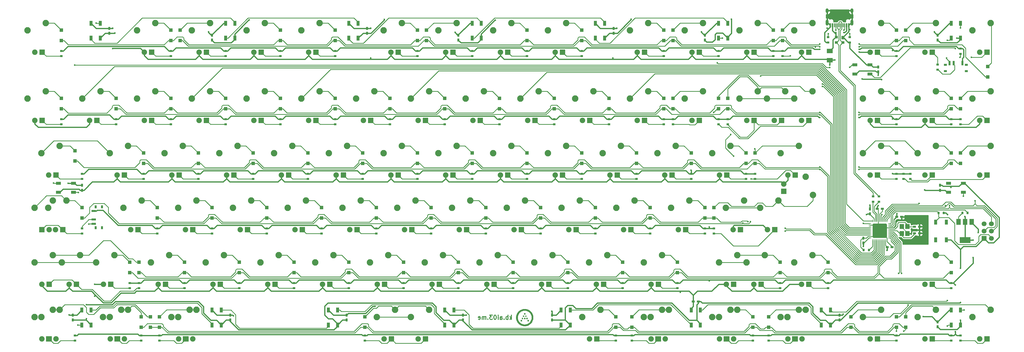
<source format=gbl>
G04 #@! TF.GenerationSoftware,KiCad,Pcbnew,(5.0.2)-1*
G04 #@! TF.CreationDate,2019-04-06T01:42:29-07:00*
G04 #@! TF.ProjectId,Voyager87,566f7961-6765-4723-9837-2e6b69636164,rev?*
G04 #@! TF.SameCoordinates,Original*
G04 #@! TF.FileFunction,Copper,L2,Bot*
G04 #@! TF.FilePolarity,Positive*
%FSLAX46Y46*%
G04 Gerber Fmt 4.6, Leading zero omitted, Abs format (unit mm)*
G04 Created by KiCad (PCBNEW (5.0.2)-1) date 4/6/2019 1:42:29 AM*
%MOMM*%
%LPD*%
G01*
G04 APERTURE LIST*
G04 #@! TA.AperFunction,NonConductor*
%ADD10C,0.300000*%
G04 #@! TD*
G04 #@! TA.AperFunction,EtchedComponent*
%ADD11C,0.010000*%
G04 #@! TD*
G04 #@! TA.AperFunction,ComponentPad*
%ADD12R,1.905000X1.905000*%
G04 #@! TD*
G04 #@! TA.AperFunction,ComponentPad*
%ADD13C,1.905000*%
G04 #@! TD*
G04 #@! TA.AperFunction,ComponentPad*
%ADD14C,2.250000*%
G04 #@! TD*
G04 #@! TA.AperFunction,SMDPad,CuDef*
%ADD15R,1.000000X1.200000*%
G04 #@! TD*
G04 #@! TA.AperFunction,SMDPad,CuDef*
%ADD16R,1.000000X0.900000*%
G04 #@! TD*
G04 #@! TA.AperFunction,ComponentPad*
%ADD17O,1.000000X1.600000*%
G04 #@! TD*
G04 #@! TA.AperFunction,ComponentPad*
%ADD18O,1.000000X2.100000*%
G04 #@! TD*
G04 #@! TA.AperFunction,SMDPad,CuDef*
%ADD19R,0.300000X1.450000*%
G04 #@! TD*
G04 #@! TA.AperFunction,SMDPad,CuDef*
%ADD20R,0.600000X1.450000*%
G04 #@! TD*
G04 #@! TA.AperFunction,SMDPad,CuDef*
%ADD21R,1.500000X2.000000*%
G04 #@! TD*
G04 #@! TA.AperFunction,SMDPad,CuDef*
%ADD22R,3.800000X2.000000*%
G04 #@! TD*
G04 #@! TA.AperFunction,ComponentPad*
%ADD23C,1.700000*%
G04 #@! TD*
G04 #@! TA.AperFunction,ComponentPad*
%ADD24R,1.700000X1.700000*%
G04 #@! TD*
G04 #@! TA.AperFunction,SMDPad,CuDef*
%ADD25R,1.100000X1.800000*%
G04 #@! TD*
G04 #@! TA.AperFunction,SMDPad,CuDef*
%ADD26R,0.700000X1.500000*%
G04 #@! TD*
G04 #@! TA.AperFunction,SMDPad,CuDef*
%ADD27R,1.000000X0.800000*%
G04 #@! TD*
G04 #@! TA.AperFunction,SMDPad,CuDef*
%ADD28R,0.800000X1.000000*%
G04 #@! TD*
G04 #@! TA.AperFunction,SMDPad,CuDef*
%ADD29R,1.500000X0.700000*%
G04 #@! TD*
G04 #@! TA.AperFunction,SMDPad,CuDef*
%ADD30R,1.000000X0.750000*%
G04 #@! TD*
G04 #@! TA.AperFunction,SMDPad,CuDef*
%ADD31R,0.750000X1.000000*%
G04 #@! TD*
G04 #@! TA.AperFunction,SMDPad,CuDef*
%ADD32R,1.200000X1.200000*%
G04 #@! TD*
G04 #@! TA.AperFunction,SMDPad,CuDef*
%ADD33R,2.030000X1.650000*%
G04 #@! TD*
G04 #@! TA.AperFunction,SMDPad,CuDef*
%ADD34R,0.900000X0.800000*%
G04 #@! TD*
G04 #@! TA.AperFunction,SMDPad,CuDef*
%ADD35R,0.800000X0.900000*%
G04 #@! TD*
G04 #@! TA.AperFunction,SMDPad,CuDef*
%ADD36R,1.500000X1.700000*%
G04 #@! TD*
G04 #@! TA.AperFunction,SMDPad,CuDef*
%ADD37R,1.000000X1.800000*%
G04 #@! TD*
G04 #@! TA.AperFunction,SMDPad,CuDef*
%ADD38R,1.800000X1.000000*%
G04 #@! TD*
G04 #@! TA.AperFunction,Conductor*
%ADD39C,0.100000*%
G04 #@! TD*
G04 #@! TA.AperFunction,Conductor*
%ADD40C,5.000000*%
G04 #@! TD*
G04 #@! TA.AperFunction,SMDPad,CuDef*
%ADD41O,1.000000X0.250000*%
G04 #@! TD*
G04 #@! TA.AperFunction,SMDPad,CuDef*
%ADD42O,0.250000X1.000000*%
G04 #@! TD*
G04 #@! TA.AperFunction,ViaPad*
%ADD43C,0.600000*%
G04 #@! TD*
G04 #@! TA.AperFunction,Conductor*
%ADD44C,0.254000*%
G04 #@! TD*
G04 #@! TA.AperFunction,Conductor*
%ADD45C,0.381000*%
G04 #@! TD*
G04 #@! TA.AperFunction,Conductor*
%ADD46C,0.203200*%
G04 #@! TD*
G04 APERTURE END LIST*
D10*
X212125000Y-137997321D02*
X212125000Y-136497321D01*
X211982142Y-137425892D02*
X211553571Y-137997321D01*
X211553571Y-136997321D02*
X212125000Y-137568750D01*
X210910714Y-137997321D02*
X210910714Y-136497321D01*
X210910714Y-137068750D02*
X210767857Y-136997321D01*
X210482142Y-136997321D01*
X210339285Y-137068750D01*
X210267857Y-137140178D01*
X210196428Y-137283035D01*
X210196428Y-137711607D01*
X210267857Y-137854464D01*
X210339285Y-137925892D01*
X210482142Y-137997321D01*
X210767857Y-137997321D01*
X210910714Y-137925892D01*
X209553571Y-137854464D02*
X209482142Y-137925892D01*
X209553571Y-137997321D01*
X209625000Y-137925892D01*
X209553571Y-137854464D01*
X209553571Y-137997321D01*
X208196428Y-137997321D02*
X208196428Y-137211607D01*
X208267857Y-137068750D01*
X208410714Y-136997321D01*
X208696428Y-136997321D01*
X208839285Y-137068750D01*
X208196428Y-137925892D02*
X208339285Y-137997321D01*
X208696428Y-137997321D01*
X208839285Y-137925892D01*
X208910714Y-137783035D01*
X208910714Y-137640178D01*
X208839285Y-137497321D01*
X208696428Y-137425892D01*
X208339285Y-137425892D01*
X208196428Y-137354464D01*
X207482142Y-137997321D02*
X207482142Y-136997321D01*
X207482142Y-136497321D02*
X207553571Y-136568750D01*
X207482142Y-136640178D01*
X207410714Y-136568750D01*
X207482142Y-136497321D01*
X207482142Y-136640178D01*
X206482142Y-136497321D02*
X206339285Y-136497321D01*
X206196428Y-136568750D01*
X206125000Y-136640178D01*
X206053571Y-136783035D01*
X205982142Y-137068750D01*
X205982142Y-137425892D01*
X206053571Y-137711607D01*
X206125000Y-137854464D01*
X206196428Y-137925892D01*
X206339285Y-137997321D01*
X206482142Y-137997321D01*
X206625000Y-137925892D01*
X206696428Y-137854464D01*
X206767857Y-137711607D01*
X206839285Y-137425892D01*
X206839285Y-137068750D01*
X206767857Y-136783035D01*
X206696428Y-136640178D01*
X206625000Y-136568750D01*
X206482142Y-136497321D01*
X205482142Y-136497321D02*
X204553571Y-136497321D01*
X205053571Y-137068750D01*
X204839285Y-137068750D01*
X204696428Y-137140178D01*
X204625000Y-137211607D01*
X204553571Y-137354464D01*
X204553571Y-137711607D01*
X204625000Y-137854464D01*
X204696428Y-137925892D01*
X204839285Y-137997321D01*
X205267857Y-137997321D01*
X205410714Y-137925892D01*
X205482142Y-137854464D01*
X203910714Y-137854464D02*
X203839285Y-137925892D01*
X203910714Y-137997321D01*
X203982142Y-137925892D01*
X203910714Y-137854464D01*
X203910714Y-137997321D01*
X203196428Y-137997321D02*
X203196428Y-136997321D01*
X203196428Y-137140178D02*
X203125000Y-137068750D01*
X202982142Y-136997321D01*
X202767857Y-136997321D01*
X202625000Y-137068750D01*
X202553571Y-137211607D01*
X202553571Y-137997321D01*
X202553571Y-137211607D02*
X202482142Y-137068750D01*
X202339285Y-136997321D01*
X202125000Y-136997321D01*
X201982142Y-137068750D01*
X201910714Y-137211607D01*
X201910714Y-137997321D01*
X200625000Y-137925892D02*
X200767857Y-137997321D01*
X201053571Y-137997321D01*
X201196428Y-137925892D01*
X201267857Y-137783035D01*
X201267857Y-137211607D01*
X201196428Y-137068750D01*
X201053571Y-136997321D01*
X200767857Y-136997321D01*
X200625000Y-137068750D01*
X200553571Y-137211607D01*
X200553571Y-137354464D01*
X201267857Y-137497321D01*
D11*
G04 #@! TO.C,G\002A\002A\002A*
G36*
X216503250Y-136239250D02*
X216908062Y-136239250D01*
X216908062Y-135834438D01*
X216503250Y-135834438D01*
X216503250Y-136239250D01*
X216503250Y-136239250D01*
G37*
X216503250Y-136239250D02*
X216908062Y-136239250D01*
X216908062Y-135834438D01*
X216503250Y-135834438D01*
X216503250Y-136239250D01*
G36*
X216098437Y-137025063D02*
X216503250Y-137025063D01*
X216503250Y-136644063D01*
X216098437Y-136644063D01*
X216098437Y-137025063D01*
X216098437Y-137025063D01*
G37*
X216098437Y-137025063D02*
X216503250Y-137025063D01*
X216503250Y-136644063D01*
X216098437Y-136644063D01*
X216098437Y-137025063D01*
G36*
X216908062Y-137025063D02*
X217289062Y-137025063D01*
X217289062Y-136644063D01*
X216908062Y-136644063D01*
X216908062Y-137025063D01*
X216908062Y-137025063D01*
G37*
X216908062Y-137025063D02*
X217289062Y-137025063D01*
X217289062Y-136644063D01*
X216908062Y-136644063D01*
X216908062Y-137025063D01*
G36*
X215717437Y-137834688D02*
X216098437Y-137834688D01*
X216098437Y-137429875D01*
X215717437Y-137429875D01*
X215717437Y-137834688D01*
X215717437Y-137834688D01*
G37*
X215717437Y-137834688D02*
X216098437Y-137834688D01*
X216098437Y-137429875D01*
X215717437Y-137429875D01*
X215717437Y-137834688D01*
G36*
X216503250Y-137834688D02*
X216908062Y-137834688D01*
X216908062Y-137429875D01*
X216503250Y-137429875D01*
X216503250Y-137834688D01*
X216503250Y-137834688D01*
G37*
X216503250Y-137834688D02*
X216908062Y-137834688D01*
X216908062Y-137429875D01*
X216503250Y-137429875D01*
X216503250Y-137834688D01*
G36*
X217289062Y-137834688D02*
X217693875Y-137834688D01*
X217693875Y-137429875D01*
X217289062Y-137429875D01*
X217289062Y-137834688D01*
X217289062Y-137834688D01*
G37*
X217289062Y-137834688D02*
X217693875Y-137834688D01*
X217693875Y-137429875D01*
X217289062Y-137429875D01*
X217289062Y-137834688D01*
G36*
X215312625Y-138620500D02*
X215717437Y-138620500D01*
X215717437Y-138215688D01*
X215312625Y-138215688D01*
X215312625Y-138620500D01*
X215312625Y-138620500D01*
G37*
X215312625Y-138620500D02*
X215717437Y-138620500D01*
X215717437Y-138215688D01*
X215312625Y-138215688D01*
X215312625Y-138620500D01*
G36*
X217693875Y-138620500D02*
X218098687Y-138620500D01*
X218098687Y-138215688D01*
X217693875Y-138215688D01*
X217693875Y-138620500D01*
X217693875Y-138620500D01*
G37*
X217693875Y-138620500D02*
X218098687Y-138620500D01*
X218098687Y-138215688D01*
X217693875Y-138215688D01*
X217693875Y-138620500D01*
G36*
X216689781Y-134346795D02*
X216565663Y-134348165D01*
X216453951Y-134352322D01*
X216351358Y-134359669D01*
X216254594Y-134370610D01*
X216160372Y-134385548D01*
X216065403Y-134404887D01*
X215966399Y-134429031D01*
X215921120Y-134441168D01*
X215712573Y-134506406D01*
X215510485Y-134585742D01*
X215315622Y-134678778D01*
X215128751Y-134785118D01*
X214950636Y-134904366D01*
X214798490Y-135022367D01*
X214640822Y-135163092D01*
X214493485Y-135314537D01*
X214357164Y-135475635D01*
X214232542Y-135645317D01*
X214120303Y-135822516D01*
X214021130Y-136006166D01*
X213935708Y-136195197D01*
X213864720Y-136388543D01*
X213815966Y-136556553D01*
X213782895Y-136696539D01*
X213757535Y-136828475D01*
X213739143Y-136957747D01*
X213726975Y-137089743D01*
X213720289Y-137229850D01*
X213719636Y-137255250D01*
X213722355Y-137473547D01*
X213740550Y-137688330D01*
X213774215Y-137899571D01*
X213823344Y-138107239D01*
X213887931Y-138311305D01*
X213952128Y-138475237D01*
X213980211Y-138540502D01*
X214004273Y-138594660D01*
X214026142Y-138641363D01*
X214047643Y-138684263D01*
X214070604Y-138727013D01*
X214096850Y-138773265D01*
X214125975Y-138822906D01*
X214245194Y-139009177D01*
X214375298Y-139183903D01*
X214516421Y-139347215D01*
X214668695Y-139499246D01*
X214832253Y-139640130D01*
X215007226Y-139769998D01*
X215189594Y-139886525D01*
X215242423Y-139917494D01*
X215288336Y-139943471D01*
X215330985Y-139966281D01*
X215374022Y-139987751D01*
X215421099Y-140009707D01*
X215475869Y-140033975D01*
X215537263Y-140060372D01*
X215633496Y-140099919D01*
X215722214Y-140132958D01*
X215809328Y-140161445D01*
X215900752Y-140187339D01*
X215983344Y-140208072D01*
X216147860Y-140243626D01*
X216304955Y-140269303D01*
X216459183Y-140285643D01*
X216615101Y-140293186D01*
X216705656Y-140293763D01*
X216756875Y-140293248D01*
X216804996Y-140292543D01*
X216846876Y-140291710D01*
X216879372Y-140290813D01*
X216899340Y-140289915D01*
X216900125Y-140289859D01*
X217116299Y-140265907D01*
X217329056Y-140226920D01*
X217537537Y-140173217D01*
X217740882Y-140105113D01*
X217938234Y-140022926D01*
X218128732Y-139926975D01*
X218311518Y-139817576D01*
X218462474Y-139712546D01*
X218635401Y-139574199D01*
X218796085Y-139425838D01*
X218944299Y-139267789D01*
X219079821Y-139100382D01*
X219202426Y-138923944D01*
X219311889Y-138738802D01*
X219407987Y-138545285D01*
X219490494Y-138343721D01*
X219559187Y-138134438D01*
X219571332Y-138091380D01*
X219597698Y-137989585D01*
X219619083Y-137893261D01*
X219635891Y-137799117D01*
X219648525Y-137703867D01*
X219657390Y-137604220D01*
X219662888Y-137496890D01*
X219665424Y-137378586D01*
X219665705Y-137322719D01*
X219665030Y-137267358D01*
X219132956Y-137267358D01*
X219132853Y-137347496D01*
X219131187Y-137427160D01*
X219127991Y-137502287D01*
X219123294Y-137568810D01*
X219119574Y-137604500D01*
X219087700Y-137801798D01*
X219041049Y-137993413D01*
X218979799Y-138178972D01*
X218904131Y-138358099D01*
X218814223Y-138530419D01*
X218710256Y-138695559D01*
X218592409Y-138853143D01*
X218460862Y-139002797D01*
X218438526Y-139026010D01*
X218304292Y-139153084D01*
X218158590Y-139271020D01*
X218004119Y-139377840D01*
X217843581Y-139471566D01*
X217797792Y-139495254D01*
X217723384Y-139531903D01*
X217658143Y-139562122D01*
X217597646Y-139587690D01*
X217537472Y-139610384D01*
X217473199Y-139631983D01*
X217408125Y-139651977D01*
X217218912Y-139701390D01*
X217033161Y-139735841D01*
X216849423Y-139755464D01*
X216666247Y-139760392D01*
X216482186Y-139750761D01*
X216415644Y-139743781D01*
X216228312Y-139714837D01*
X216048731Y-139673028D01*
X215874393Y-139617604D01*
X215702791Y-139547814D01*
X215605834Y-139501616D01*
X215435202Y-139408197D01*
X215275786Y-139304462D01*
X215126828Y-139189724D01*
X214987571Y-139063300D01*
X214857256Y-138924504D01*
X214735126Y-138772653D01*
X214626858Y-138617009D01*
X214601732Y-138575818D01*
X214572409Y-138523690D01*
X214540709Y-138464246D01*
X214508451Y-138401106D01*
X214477457Y-138337890D01*
X214449544Y-138278217D01*
X214426535Y-138225707D01*
X214413097Y-138191875D01*
X214350230Y-138000334D01*
X214302834Y-137807595D01*
X214270950Y-137614200D01*
X214254620Y-137420690D01*
X214253882Y-137227607D01*
X214268778Y-137035492D01*
X214299348Y-136844886D01*
X214309151Y-136798844D01*
X214342800Y-136662551D01*
X214381108Y-136536368D01*
X214426046Y-136414757D01*
X214479587Y-136292182D01*
X214517246Y-136214708D01*
X214610951Y-136045860D01*
X214717776Y-135885423D01*
X214836952Y-135734118D01*
X214967713Y-135592664D01*
X215109290Y-135461781D01*
X215260916Y-135342190D01*
X215421823Y-135234610D01*
X215591243Y-135139761D01*
X215735425Y-135072230D01*
X215907053Y-135005835D01*
X216079607Y-134953837D01*
X216255094Y-134915828D01*
X216435524Y-134891401D01*
X216622905Y-134880147D01*
X216685812Y-134879257D01*
X216883907Y-134885627D01*
X217075535Y-134906272D01*
X217261469Y-134941423D01*
X217442485Y-134991317D01*
X217619356Y-135056185D01*
X217792856Y-135136263D01*
X217963759Y-135231785D01*
X218064456Y-135295994D01*
X218203889Y-135397522D01*
X218338087Y-135512028D01*
X218465409Y-135637589D01*
X218584215Y-135772281D01*
X218692864Y-135914181D01*
X218789715Y-136061365D01*
X218873128Y-136211911D01*
X218907924Y-136284830D01*
X218969327Y-136429689D01*
X219019558Y-136568928D01*
X219059815Y-136706876D01*
X219091294Y-136847864D01*
X219115194Y-136996221D01*
X219123595Y-137064750D01*
X219128358Y-137121920D01*
X219131468Y-137190811D01*
X219132956Y-137267358D01*
X219665030Y-137267358D01*
X219663960Y-137179723D01*
X219658086Y-137048856D01*
X219647512Y-136926775D01*
X219631665Y-136810135D01*
X219609973Y-136695594D01*
X219581863Y-136579809D01*
X219546764Y-136459437D01*
X219504103Y-136331134D01*
X219488409Y-136286875D01*
X219410024Y-136092156D01*
X219317184Y-135903822D01*
X219210078Y-135722135D01*
X219088898Y-135547358D01*
X218953833Y-135379753D01*
X218805076Y-135219583D01*
X218642817Y-135067110D01*
X218535979Y-134976929D01*
X218450150Y-134911436D01*
X218352611Y-134844110D01*
X218247002Y-134777162D01*
X218136964Y-134712805D01*
X218026137Y-134653250D01*
X217918161Y-134600708D01*
X217912156Y-134597965D01*
X217842196Y-134568092D01*
X217761015Y-134536706D01*
X217672983Y-134505286D01*
X217582471Y-134475312D01*
X217493849Y-134448261D01*
X217411486Y-134425614D01*
X217379600Y-134417721D01*
X217286375Y-134396953D01*
X217197401Y-134380293D01*
X217109397Y-134367402D01*
X217019081Y-134357945D01*
X216923172Y-134351582D01*
X216818390Y-134347978D01*
X216701455Y-134346794D01*
X216689781Y-134346795D01*
X216689781Y-134346795D01*
G37*
X216689781Y-134346795D02*
X216565663Y-134348165D01*
X216453951Y-134352322D01*
X216351358Y-134359669D01*
X216254594Y-134370610D01*
X216160372Y-134385548D01*
X216065403Y-134404887D01*
X215966399Y-134429031D01*
X215921120Y-134441168D01*
X215712573Y-134506406D01*
X215510485Y-134585742D01*
X215315622Y-134678778D01*
X215128751Y-134785118D01*
X214950636Y-134904366D01*
X214798490Y-135022367D01*
X214640822Y-135163092D01*
X214493485Y-135314537D01*
X214357164Y-135475635D01*
X214232542Y-135645317D01*
X214120303Y-135822516D01*
X214021130Y-136006166D01*
X213935708Y-136195197D01*
X213864720Y-136388543D01*
X213815966Y-136556553D01*
X213782895Y-136696539D01*
X213757535Y-136828475D01*
X213739143Y-136957747D01*
X213726975Y-137089743D01*
X213720289Y-137229850D01*
X213719636Y-137255250D01*
X213722355Y-137473547D01*
X213740550Y-137688330D01*
X213774215Y-137899571D01*
X213823344Y-138107239D01*
X213887931Y-138311305D01*
X213952128Y-138475237D01*
X213980211Y-138540502D01*
X214004273Y-138594660D01*
X214026142Y-138641363D01*
X214047643Y-138684263D01*
X214070604Y-138727013D01*
X214096850Y-138773265D01*
X214125975Y-138822906D01*
X214245194Y-139009177D01*
X214375298Y-139183903D01*
X214516421Y-139347215D01*
X214668695Y-139499246D01*
X214832253Y-139640130D01*
X215007226Y-139769998D01*
X215189594Y-139886525D01*
X215242423Y-139917494D01*
X215288336Y-139943471D01*
X215330985Y-139966281D01*
X215374022Y-139987751D01*
X215421099Y-140009707D01*
X215475869Y-140033975D01*
X215537263Y-140060372D01*
X215633496Y-140099919D01*
X215722214Y-140132958D01*
X215809328Y-140161445D01*
X215900752Y-140187339D01*
X215983344Y-140208072D01*
X216147860Y-140243626D01*
X216304955Y-140269303D01*
X216459183Y-140285643D01*
X216615101Y-140293186D01*
X216705656Y-140293763D01*
X216756875Y-140293248D01*
X216804996Y-140292543D01*
X216846876Y-140291710D01*
X216879372Y-140290813D01*
X216899340Y-140289915D01*
X216900125Y-140289859D01*
X217116299Y-140265907D01*
X217329056Y-140226920D01*
X217537537Y-140173217D01*
X217740882Y-140105113D01*
X217938234Y-140022926D01*
X218128732Y-139926975D01*
X218311518Y-139817576D01*
X218462474Y-139712546D01*
X218635401Y-139574199D01*
X218796085Y-139425838D01*
X218944299Y-139267789D01*
X219079821Y-139100382D01*
X219202426Y-138923944D01*
X219311889Y-138738802D01*
X219407987Y-138545285D01*
X219490494Y-138343721D01*
X219559187Y-138134438D01*
X219571332Y-138091380D01*
X219597698Y-137989585D01*
X219619083Y-137893261D01*
X219635891Y-137799117D01*
X219648525Y-137703867D01*
X219657390Y-137604220D01*
X219662888Y-137496890D01*
X219665424Y-137378586D01*
X219665705Y-137322719D01*
X219665030Y-137267358D01*
X219132956Y-137267358D01*
X219132853Y-137347496D01*
X219131187Y-137427160D01*
X219127991Y-137502287D01*
X219123294Y-137568810D01*
X219119574Y-137604500D01*
X219087700Y-137801798D01*
X219041049Y-137993413D01*
X218979799Y-138178972D01*
X218904131Y-138358099D01*
X218814223Y-138530419D01*
X218710256Y-138695559D01*
X218592409Y-138853143D01*
X218460862Y-139002797D01*
X218438526Y-139026010D01*
X218304292Y-139153084D01*
X218158590Y-139271020D01*
X218004119Y-139377840D01*
X217843581Y-139471566D01*
X217797792Y-139495254D01*
X217723384Y-139531903D01*
X217658143Y-139562122D01*
X217597646Y-139587690D01*
X217537472Y-139610384D01*
X217473199Y-139631983D01*
X217408125Y-139651977D01*
X217218912Y-139701390D01*
X217033161Y-139735841D01*
X216849423Y-139755464D01*
X216666247Y-139760392D01*
X216482186Y-139750761D01*
X216415644Y-139743781D01*
X216228312Y-139714837D01*
X216048731Y-139673028D01*
X215874393Y-139617604D01*
X215702791Y-139547814D01*
X215605834Y-139501616D01*
X215435202Y-139408197D01*
X215275786Y-139304462D01*
X215126828Y-139189724D01*
X214987571Y-139063300D01*
X214857256Y-138924504D01*
X214735126Y-138772653D01*
X214626858Y-138617009D01*
X214601732Y-138575818D01*
X214572409Y-138523690D01*
X214540709Y-138464246D01*
X214508451Y-138401106D01*
X214477457Y-138337890D01*
X214449544Y-138278217D01*
X214426535Y-138225707D01*
X214413097Y-138191875D01*
X214350230Y-138000334D01*
X214302834Y-137807595D01*
X214270950Y-137614200D01*
X214254620Y-137420690D01*
X214253882Y-137227607D01*
X214268778Y-137035492D01*
X214299348Y-136844886D01*
X214309151Y-136798844D01*
X214342800Y-136662551D01*
X214381108Y-136536368D01*
X214426046Y-136414757D01*
X214479587Y-136292182D01*
X214517246Y-136214708D01*
X214610951Y-136045860D01*
X214717776Y-135885423D01*
X214836952Y-135734118D01*
X214967713Y-135592664D01*
X215109290Y-135461781D01*
X215260916Y-135342190D01*
X215421823Y-135234610D01*
X215591243Y-135139761D01*
X215735425Y-135072230D01*
X215907053Y-135005835D01*
X216079607Y-134953837D01*
X216255094Y-134915828D01*
X216435524Y-134891401D01*
X216622905Y-134880147D01*
X216685812Y-134879257D01*
X216883907Y-134885627D01*
X217075535Y-134906272D01*
X217261469Y-134941423D01*
X217442485Y-134991317D01*
X217619356Y-135056185D01*
X217792856Y-135136263D01*
X217963759Y-135231785D01*
X218064456Y-135295994D01*
X218203889Y-135397522D01*
X218338087Y-135512028D01*
X218465409Y-135637589D01*
X218584215Y-135772281D01*
X218692864Y-135914181D01*
X218789715Y-136061365D01*
X218873128Y-136211911D01*
X218907924Y-136284830D01*
X218969327Y-136429689D01*
X219019558Y-136568928D01*
X219059815Y-136706876D01*
X219091294Y-136847864D01*
X219115194Y-136996221D01*
X219123595Y-137064750D01*
X219128358Y-137121920D01*
X219131468Y-137190811D01*
X219132956Y-137267358D01*
X219665030Y-137267358D01*
X219663960Y-137179723D01*
X219658086Y-137048856D01*
X219647512Y-136926775D01*
X219631665Y-136810135D01*
X219609973Y-136695594D01*
X219581863Y-136579809D01*
X219546764Y-136459437D01*
X219504103Y-136331134D01*
X219488409Y-136286875D01*
X219410024Y-136092156D01*
X219317184Y-135903822D01*
X219210078Y-135722135D01*
X219088898Y-135547358D01*
X218953833Y-135379753D01*
X218805076Y-135219583D01*
X218642817Y-135067110D01*
X218535979Y-134976929D01*
X218450150Y-134911436D01*
X218352611Y-134844110D01*
X218247002Y-134777162D01*
X218136964Y-134712805D01*
X218026137Y-134653250D01*
X217918161Y-134600708D01*
X217912156Y-134597965D01*
X217842196Y-134568092D01*
X217761015Y-134536706D01*
X217672983Y-134505286D01*
X217582471Y-134475312D01*
X217493849Y-134448261D01*
X217411486Y-134425614D01*
X217379600Y-134417721D01*
X217286375Y-134396953D01*
X217197401Y-134380293D01*
X217109397Y-134367402D01*
X217019081Y-134357945D01*
X216923172Y-134351582D01*
X216818390Y-134347978D01*
X216701455Y-134346794D01*
X216689781Y-134346795D01*
G04 #@! TD*
D12*
G04 #@! TO.P,MX_FN2,4*
G04 #@! TO.N,Net-(MX_FN2-Pad4)*
X106045000Y-44767500D03*
D13*
G04 #@! TO.P,MX_FN2,3*
G04 #@! TO.N,+5V*
X103505000Y-44767500D03*
D14*
G04 #@! TO.P,MX_FN2,1*
G04 #@! TO.N,COL1*
X100965000Y-37147500D03*
G04 #@! TO.P,MX_FN2,2*
G04 #@! TO.N,Net-(D3-Pad2)*
X107315000Y-34607500D03*
G04 #@! TD*
D15*
G04 #@! TO.P,U2,1*
G04 #@! TO.N,GND*
X327413000Y-39731250D03*
D16*
G04 #@! TO.P,U2,4*
G04 #@! TO.N,VCC*
X325113000Y-39531250D03*
G04 #@! TO.P,U2,2*
G04 #@! TO.N,Net-(RC2-Pad1)*
X327413000Y-41431250D03*
G04 #@! TO.P,U2,3*
G04 #@! TO.N,Net-(RC1-Pad2)*
X325113000Y-41431250D03*
G04 #@! TD*
D14*
G04 #@! TO.P,MX_X1,2*
G04 #@! TO.N,Net-(D69-Pad2)*
X112077500Y-115570000D03*
G04 #@! TO.P,MX_X1,1*
G04 #@! TO.N,COL1*
X105727500Y-118110000D03*
D13*
G04 #@! TO.P,MX_X1,3*
G04 #@! TO.N,+5V*
X108267500Y-125730000D03*
D12*
G04 #@! TO.P,MX_X1,4*
G04 #@! TO.N,Net-(MX_X1-Pad4)*
X110807500Y-125730000D03*
G04 #@! TD*
D17*
G04 #@! TO.P,USB1,13*
G04 #@! TO.N,GND*
X330551250Y-30287125D03*
X321911250Y-30287125D03*
D18*
X330551250Y-34467125D03*
X321911250Y-34467125D03*
D19*
G04 #@! TO.P,USB1,6*
G04 #@! TO.N,Net-(RC2-Pad1)*
X325981250Y-35382125D03*
G04 #@! TO.P,USB1,7*
G04 #@! TO.N,Net-(RC1-Pad2)*
X326481250Y-35382125D03*
G04 #@! TO.P,USB1,8*
G04 #@! TO.N,Net-(RC2-Pad1)*
X326981250Y-35382125D03*
G04 #@! TO.P,USB1,5*
G04 #@! TO.N,Net-(RC1-Pad2)*
X325481250Y-35382125D03*
G04 #@! TO.P,USB1,9*
G04 #@! TO.N,Net-(USB1-Pad9)*
X327481250Y-35382125D03*
G04 #@! TO.P,USB1,4*
G04 #@! TO.N,Net-(RC6-Pad2)*
X324981250Y-35382125D03*
G04 #@! TO.P,USB1,10*
G04 #@! TO.N,Net-(RC7-Pad2)*
X327981250Y-35382125D03*
G04 #@! TO.P,USB1,3*
G04 #@! TO.N,Net-(USB1-Pad3)*
X324481250Y-35382125D03*
D20*
G04 #@! TO.P,USB1,2*
G04 #@! TO.N,VCC*
X323781250Y-35382125D03*
G04 #@! TO.P,USB1,11*
X328681250Y-35382125D03*
G04 #@! TO.P,USB1,1*
G04 #@! TO.N,GND*
X323006250Y-35382125D03*
G04 #@! TO.P,USB1,12*
X329456250Y-35382125D03*
G04 #@! TD*
D21*
G04 #@! TO.P,Q1,1*
G04 #@! TO.N,Net-(Q1-Pad1)*
X367587500Y-104006250D03*
G04 #@! TO.P,Q1,3*
G04 #@! TO.N,GND*
X372187500Y-104006250D03*
G04 #@! TO.P,Q1,2*
G04 #@! TO.N,LEDGND*
X369887500Y-104006250D03*
D22*
X369887500Y-110306250D03*
G04 #@! TD*
D23*
G04 #@! TO.P,J1,1*
G04 #@! TO.N,RGBLED*
X379095000Y-104616250D03*
G04 #@! TO.P,J1,2*
G04 #@! TO.N,+5V*
X376555000Y-104616250D03*
G04 #@! TO.P,J1,3*
G04 #@! TO.N,COL8*
X379095000Y-107156250D03*
G04 #@! TO.P,J1,4*
G04 #@! TO.N,SLOCK_IND*
X376555000Y-107156250D03*
G04 #@! TO.P,J1,5*
G04 #@! TO.N,RESET*
X379095000Y-109696250D03*
D24*
G04 #@! TO.P,J1,6*
G04 #@! TO.N,GND*
X376555000Y-109696250D03*
G04 #@! TD*
D25*
G04 #@! TO.P,SW1,1*
G04 #@! TO.N,GND*
X363403125Y-110256250D03*
G04 #@! TO.P,SW1,2*
G04 #@! TO.N,RESET*
X359703125Y-104056250D03*
G04 #@! TO.P,SW1,3*
G04 #@! TO.N,N/C*
X359703125Y-110256250D03*
G04 #@! TO.P,SW1,4*
X363403125Y-104056250D03*
G04 #@! TD*
D26*
G04 #@! TO.P,SW2,1*
G04 #@! TO.N,LEDGND*
X368962500Y-48576250D03*
G04 #@! TO.P,SW2,2*
G04 #@! TO.N,Net-(R32-Pad1)*
X365962500Y-48576250D03*
G04 #@! TO.P,SW2,3*
G04 #@! TO.N,SLOCK_IND*
X364462500Y-48576250D03*
D27*
G04 #@! TO.P,SW2,*
G04 #@! TO.N,*
X370362500Y-51436250D03*
X363062500Y-51436250D03*
X363062500Y-49226250D03*
X370362500Y-49226250D03*
G04 #@! TD*
D28*
G04 #@! TO.P,SW3,*
G04 #@! TO.N,*
X67482500Y-98743750D03*
X67482500Y-106043750D03*
X69692500Y-106043750D03*
X69692500Y-98743750D03*
D29*
G04 #@! TO.P,SW3,3*
G04 #@! TO.N,CAPS_IND*
X66832500Y-104643750D03*
G04 #@! TO.P,SW3,2*
G04 #@! TO.N,Net-(R52-Pad2)*
X66832500Y-103143750D03*
G04 #@! TO.P,SW3,1*
G04 #@! TO.N,LEDGND*
X66832500Y-100143750D03*
G04 #@! TD*
D14*
G04 #@! TO.P,MX_.1,2*
G04 #@! TO.N,Net-(D76-Pad2)*
X245427500Y-115570000D03*
G04 #@! TO.P,MX_.1,1*
G04 #@! TO.N,COL5*
X239077500Y-118110000D03*
D13*
G04 #@! TO.P,MX_.1,3*
G04 #@! TO.N,+5V*
X241617500Y-125730000D03*
D12*
G04 #@! TO.P,MX_.1,4*
G04 #@! TO.N,Net-(MX_.1-Pad4)*
X244157500Y-125730000D03*
G04 #@! TD*
G04 #@! TO.P,MX_\002C1,4*
G04 #@! TO.N,Net-(MX_\002C1-Pad4)*
X225107500Y-125730000D03*
D13*
G04 #@! TO.P,MX_\002C1,3*
G04 #@! TO.N,+5V*
X222567500Y-125730000D03*
D14*
G04 #@! TO.P,MX_\002C1,1*
G04 #@! TO.N,COL4*
X220027500Y-118110000D03*
G04 #@! TO.P,MX_\002C1,2*
G04 #@! TO.N,Net-(D75-Pad2)*
X226377500Y-115570000D03*
G04 #@! TD*
G04 #@! TO.P,MX_#1,2*
G04 #@! TO.N,Net-(D18-Pad2)*
X69215000Y-58420000D03*
G04 #@! TO.P,MX_#1,1*
G04 #@! TO.N,COL0*
X62865000Y-60960000D03*
D13*
G04 #@! TO.P,MX_#1,3*
G04 #@! TO.N,+5V*
X65405000Y-68580000D03*
D12*
G04 #@! TO.P,MX_#1,4*
G04 #@! TO.N,Net-(MX_#1-Pad4)*
X67945000Y-68580000D03*
G04 #@! TD*
D14*
G04 #@! TO.P,MX_#2,2*
G04 #@! TO.N,Net-(D19-Pad2)*
X88265000Y-58420000D03*
G04 #@! TO.P,MX_#2,1*
G04 #@! TO.N,COL1*
X81915000Y-60960000D03*
D13*
G04 #@! TO.P,MX_#2,3*
G04 #@! TO.N,+5V*
X84455000Y-68580000D03*
D12*
G04 #@! TO.P,MX_#2,4*
G04 #@! TO.N,Net-(MX_#2-Pad4)*
X86995000Y-68580000D03*
G04 #@! TD*
D14*
G04 #@! TO.P,MX_#3,2*
G04 #@! TO.N,Net-(D20-Pad2)*
X107315000Y-58420000D03*
G04 #@! TO.P,MX_#3,1*
G04 #@! TO.N,COL1*
X100965000Y-60960000D03*
D13*
G04 #@! TO.P,MX_#3,3*
G04 #@! TO.N,+5V*
X103505000Y-68580000D03*
D12*
G04 #@! TO.P,MX_#3,4*
G04 #@! TO.N,Net-(MX_#3-Pad4)*
X106045000Y-68580000D03*
G04 #@! TD*
D14*
G04 #@! TO.P,MX_#4,2*
G04 #@! TO.N,Net-(D21-Pad2)*
X126365000Y-58420000D03*
G04 #@! TO.P,MX_#4,1*
G04 #@! TO.N,COL2*
X120015000Y-60960000D03*
D13*
G04 #@! TO.P,MX_#4,3*
G04 #@! TO.N,+5V*
X122555000Y-68580000D03*
D12*
G04 #@! TO.P,MX_#4,4*
G04 #@! TO.N,Net-(MX_#4-Pad4)*
X125095000Y-68580000D03*
G04 #@! TD*
D14*
G04 #@! TO.P,MX_#5,2*
G04 #@! TO.N,Net-(D22-Pad2)*
X145415000Y-58420000D03*
G04 #@! TO.P,MX_#5,1*
G04 #@! TO.N,COL2*
X139065000Y-60960000D03*
D13*
G04 #@! TO.P,MX_#5,3*
G04 #@! TO.N,+5V*
X141605000Y-68580000D03*
D12*
G04 #@! TO.P,MX_#5,4*
G04 #@! TO.N,Net-(MX_#5-Pad4)*
X144145000Y-68580000D03*
G04 #@! TD*
G04 #@! TO.P,MX_#6,4*
G04 #@! TO.N,Net-(MX_#6-Pad4)*
X163195000Y-68580000D03*
D13*
G04 #@! TO.P,MX_#6,3*
G04 #@! TO.N,+5V*
X160655000Y-68580000D03*
D14*
G04 #@! TO.P,MX_#6,1*
G04 #@! TO.N,COL3*
X158115000Y-60960000D03*
G04 #@! TO.P,MX_#6,2*
G04 #@! TO.N,Net-(D23-Pad2)*
X164465000Y-58420000D03*
G04 #@! TD*
D12*
G04 #@! TO.P,MX_#7,4*
G04 #@! TO.N,Net-(MX_#7-Pad4)*
X182245000Y-68580000D03*
D13*
G04 #@! TO.P,MX_#7,3*
G04 #@! TO.N,+5V*
X179705000Y-68580000D03*
D14*
G04 #@! TO.P,MX_#7,1*
G04 #@! TO.N,COL3*
X177165000Y-60960000D03*
G04 #@! TO.P,MX_#7,2*
G04 #@! TO.N,Net-(D24-Pad2)*
X183515000Y-58420000D03*
G04 #@! TD*
D12*
G04 #@! TO.P,MX_#8,4*
G04 #@! TO.N,Net-(MX_#8-Pad4)*
X201295000Y-68580000D03*
D13*
G04 #@! TO.P,MX_#8,3*
G04 #@! TO.N,+5V*
X198755000Y-68580000D03*
D14*
G04 #@! TO.P,MX_#8,1*
G04 #@! TO.N,COL4*
X196215000Y-60960000D03*
G04 #@! TO.P,MX_#8,2*
G04 #@! TO.N,Net-(D25-Pad2)*
X202565000Y-58420000D03*
G04 #@! TD*
D12*
G04 #@! TO.P,MX_#9,4*
G04 #@! TO.N,Net-(MX_#9-Pad4)*
X220345000Y-68580000D03*
D13*
G04 #@! TO.P,MX_#9,3*
G04 #@! TO.N,+5V*
X217805000Y-68580000D03*
D14*
G04 #@! TO.P,MX_#9,1*
G04 #@! TO.N,COL4*
X215265000Y-60960000D03*
G04 #@! TO.P,MX_#9,2*
G04 #@! TO.N,Net-(D26-Pad2)*
X221615000Y-58420000D03*
G04 #@! TD*
D12*
G04 #@! TO.P,MX_#0_1,4*
G04 #@! TO.N,Net-(MX_#0_1-Pad4)*
X239395000Y-68580000D03*
D13*
G04 #@! TO.P,MX_#0_1,3*
G04 #@! TO.N,+5V*
X236855000Y-68580000D03*
D14*
G04 #@! TO.P,MX_#0_1,1*
G04 #@! TO.N,COL5*
X234315000Y-60960000D03*
G04 #@! TO.P,MX_#0_1,2*
G04 #@! TO.N,Net-(D27-Pad2)*
X240665000Y-58420000D03*
G04 #@! TD*
G04 #@! TO.P,MX_'1,2*
G04 #@! TO.N,Net-(D63-Pad2)*
X274002500Y-96520000D03*
G04 #@! TO.P,MX_'1,1*
G04 #@! TO.N,COL5*
X267652500Y-99060000D03*
D13*
G04 #@! TO.P,MX_'1,3*
G04 #@! TO.N,+5V*
X270192500Y-106680000D03*
D12*
G04 #@! TO.P,MX_'1,4*
G04 #@! TO.N,Net-(MX_'1-Pad4)*
X272732500Y-106680000D03*
G04 #@! TD*
D14*
G04 #@! TO.P,MX_-1,2*
G04 #@! TO.N,Net-(D28-Pad2)*
X259715000Y-58420000D03*
G04 #@! TO.P,MX_-1,1*
G04 #@! TO.N,COL5*
X253365000Y-60960000D03*
D13*
G04 #@! TO.P,MX_-1,3*
G04 #@! TO.N,+5V*
X255905000Y-68580000D03*
D12*
G04 #@! TO.P,MX_-1,4*
G04 #@! TO.N,Net-(MX_-1-Pad4)*
X258445000Y-68580000D03*
G04 #@! TD*
D14*
G04 #@! TO.P,MX_/1,2*
G04 #@! TO.N,Net-(D77-Pad2)*
X264477500Y-115570000D03*
G04 #@! TO.P,MX_/1,1*
G04 #@! TO.N,COL5*
X258127500Y-118110000D03*
D13*
G04 #@! TO.P,MX_/1,3*
G04 #@! TO.N,+5V*
X260667500Y-125730000D03*
D12*
G04 #@! TO.P,MX_/1,4*
G04 #@! TO.N,Net-(MX_/1-Pad4)*
X263207500Y-125730000D03*
G04 #@! TD*
G04 #@! TO.P,MX_;1,4*
G04 #@! TO.N,Net-(MX_;1-Pad4)*
X253682500Y-106680000D03*
D13*
G04 #@! TO.P,MX_;1,3*
G04 #@! TO.N,+5V*
X251142500Y-106680000D03*
D14*
G04 #@! TO.P,MX_;1,1*
G04 #@! TO.N,COL5*
X248602500Y-99060000D03*
G04 #@! TO.P,MX_;1,2*
G04 #@! TO.N,Net-(D62-Pad2)*
X254952500Y-96520000D03*
G04 #@! TD*
G04 #@! TO.P,MX_=1,2*
G04 #@! TO.N,Net-(D29-Pad2)*
X278765000Y-58420000D03*
G04 #@! TO.P,MX_=1,1*
G04 #@! TO.N,COL6*
X272415000Y-60960000D03*
D13*
G04 #@! TO.P,MX_=1,3*
G04 #@! TO.N,+5V*
X274955000Y-68580000D03*
D12*
G04 #@! TO.P,MX_=1,4*
G04 #@! TO.N,Net-(MX_=1-Pad4)*
X277495000Y-68580000D03*
G04 #@! TD*
D14*
G04 #@! TO.P,MX_[1,2*
G04 #@! TO.N,Net-(D46-Pad2)*
X269240000Y-77470000D03*
G04 #@! TO.P,MX_[1,1*
G04 #@! TO.N,COL5*
X262890000Y-80010000D03*
D13*
G04 #@! TO.P,MX_[1,3*
G04 #@! TO.N,+5V*
X265430000Y-87630000D03*
D12*
G04 #@! TO.P,MX_[1,4*
G04 #@! TO.N,Net-(MX_[1-Pad4)*
X267970000Y-87630000D03*
G04 #@! TD*
D14*
G04 #@! TO.P,MX_\005C1,2*
G04 #@! TO.N,Net-(D48-Pad2)*
X312102500Y-77470000D03*
G04 #@! TO.P,MX_\005C1,1*
G04 #@! TO.N,COL6*
X305752500Y-80010000D03*
D13*
G04 #@! TO.P,MX_\005C1,3*
G04 #@! TO.N,+5V*
X308292500Y-87630000D03*
D12*
G04 #@! TO.P,MX_\005C1,4*
G04 #@! TO.N,Net-(MX_\005C1-Pad4)*
X310832500Y-87630000D03*
G04 #@! TD*
D14*
G04 #@! TO.P,MX_\005C2,2*
G04 #@! TO.N,Net-(D48-Pad2)*
X293052500Y-96520000D03*
G04 #@! TO.P,MX_\005C2,1*
G04 #@! TO.N,COL6*
X286702500Y-99060000D03*
D13*
G04 #@! TO.P,MX_\005C2,3*
G04 #@! TO.N,+5V*
X289242500Y-106680000D03*
D12*
G04 #@! TO.P,MX_\005C2,4*
G04 #@! TO.N,Net-(MX_\005C1-Pad4)*
X291782500Y-106680000D03*
G04 #@! TD*
D14*
G04 #@! TO.P,MX_]1,2*
G04 #@! TO.N,Net-(D47-Pad2)*
X288290000Y-77470000D03*
G04 #@! TO.P,MX_]1,1*
G04 #@! TO.N,COL6*
X281940000Y-80010000D03*
D13*
G04 #@! TO.P,MX_]1,3*
G04 #@! TO.N,+5V*
X284480000Y-87630000D03*
D12*
G04 #@! TO.P,MX_]1,4*
G04 #@! TO.N,Net-(MX_]1-Pad4)*
X287020000Y-87630000D03*
G04 #@! TD*
G04 #@! TO.P,MX_`1,4*
G04 #@! TO.N,Net-(MX_`1-Pad4)*
X48895000Y-68580000D03*
D13*
G04 #@! TO.P,MX_`1,3*
G04 #@! TO.N,+5V*
X46355000Y-68580000D03*
D14*
G04 #@! TO.P,MX_`1,1*
G04 #@! TO.N,COL0*
X43815000Y-60960000D03*
G04 #@! TO.P,MX_`1,2*
G04 #@! TO.N,Net-(D17-Pad2)*
X50165000Y-58420000D03*
G04 #@! TD*
D12*
G04 #@! TO.P,MX_A1,4*
G04 #@! TO.N,Net-(MX_A1-Pad4)*
X82232500Y-106680000D03*
D13*
G04 #@! TO.P,MX_A1,3*
G04 #@! TO.N,+5V*
X79692500Y-106680000D03*
D14*
G04 #@! TO.P,MX_A1,1*
G04 #@! TO.N,COL0*
X77152500Y-99060000D03*
G04 #@! TO.P,MX_A1,2*
G04 #@! TO.N,Net-(D53-Pad2)*
X83502500Y-96520000D03*
G04 #@! TD*
D12*
G04 #@! TO.P,MX_B1,4*
G04 #@! TO.N,Net-(MX_B1-Pad4)*
X167957500Y-125730000D03*
D13*
G04 #@! TO.P,MX_B1,3*
G04 #@! TO.N,+5V*
X165417500Y-125730000D03*
D14*
G04 #@! TO.P,MX_B1,1*
G04 #@! TO.N,COL3*
X162877500Y-118110000D03*
G04 #@! TO.P,MX_B1,2*
G04 #@! TO.N,Net-(D72-Pad2)*
X169227500Y-115570000D03*
G04 #@! TD*
G04 #@! TO.P,MX_BACK1,2*
G04 #@! TO.N,Net-(D30-Pad2)*
X307340000Y-58420000D03*
G04 #@! TO.P,MX_BACK1,1*
G04 #@! TO.N,COL6*
X300990000Y-60960000D03*
D13*
G04 #@! TO.P,MX_BACK1,3*
G04 #@! TO.N,+5V*
X303530000Y-68580000D03*
D12*
G04 #@! TO.P,MX_BACK1,4*
G04 #@! TO.N,Net-(MX_BACK1-Pad4)*
X306070000Y-68580000D03*
G04 #@! TD*
G04 #@! TO.P,MX_BACK2,4*
G04 #@! TO.N,Net-(MX_BACK1-Pad4)*
X296545000Y-68580000D03*
D13*
G04 #@! TO.P,MX_BACK2,3*
G04 #@! TO.N,+5V*
X294005000Y-68580000D03*
D14*
G04 #@! TO.P,MX_BACK2,1*
G04 #@! TO.N,COL6*
X291465000Y-60960000D03*
G04 #@! TO.P,MX_BACK2,2*
G04 #@! TO.N,Net-(D30-Pad2)*
X297815000Y-58420000D03*
G04 #@! TD*
D12*
G04 #@! TO.P,MX_BACK3,4*
G04 #@! TO.N,Net-(MX_BACK3-Pad4)*
X315595000Y-68580000D03*
D13*
G04 #@! TO.P,MX_BACK3,3*
G04 #@! TO.N,+5V*
X313055000Y-68580000D03*
D14*
G04 #@! TO.P,MX_BACK3,1*
G04 #@! TO.N,COL6*
X310515000Y-60960000D03*
G04 #@! TO.P,MX_BACK3,2*
G04 #@! TO.N,Net-(D31-Pad2)*
X316865000Y-58420000D03*
G04 #@! TD*
D12*
G04 #@! TO.P,MX_C1,4*
G04 #@! TO.N,Net-(MX_C1-Pad4)*
X129857500Y-125730000D03*
D13*
G04 #@! TO.P,MX_C1,3*
G04 #@! TO.N,+5V*
X127317500Y-125730000D03*
D14*
G04 #@! TO.P,MX_C1,1*
G04 #@! TO.N,COL2*
X124777500Y-118110000D03*
G04 #@! TO.P,MX_C1,2*
G04 #@! TO.N,Net-(D70-Pad2)*
X131127500Y-115570000D03*
G04 #@! TD*
G04 #@! TO.P,MX_CLOCK1,2*
G04 #@! TO.N,Net-(D52-Pad2)*
X57308750Y-96520000D03*
G04 #@! TO.P,MX_CLOCK1,1*
G04 #@! TO.N,COL0*
X50958750Y-99060000D03*
D13*
G04 #@! TO.P,MX_CLOCK1,3*
G04 #@! TO.N,+5V*
X53498750Y-106680000D03*
D12*
G04 #@! TO.P,MX_CLOCK1,4*
G04 #@! TO.N,CAPS_LEDGND*
X56038750Y-106680000D03*
G04 #@! TD*
G04 #@! TO.P,MX_CLOCK2,4*
G04 #@! TO.N,CAPS_LEDGND*
X48736250Y-106680000D03*
D13*
G04 #@! TO.P,MX_CLOCK2,3*
G04 #@! TO.N,+5V*
X51276250Y-106680000D03*
D14*
G04 #@! TO.P,MX_CLOCK2,1*
G04 #@! TO.N,Net-(D52-Pad2)*
X46196250Y-99060000D03*
G04 #@! TO.P,MX_CLOCK2,2*
G04 #@! TO.N,COL0*
X52546250Y-96520000D03*
G04 #@! TD*
D12*
G04 #@! TO.P,MX_D1,4*
G04 #@! TO.N,Net-(MX_D1-Pad4)*
X120332500Y-106680000D03*
D13*
G04 #@! TO.P,MX_D1,3*
G04 #@! TO.N,+5V*
X117792500Y-106680000D03*
D14*
G04 #@! TO.P,MX_D1,1*
G04 #@! TO.N,COL1*
X115252500Y-99060000D03*
G04 #@! TO.P,MX_D1,2*
G04 #@! TO.N,Net-(D55-Pad2)*
X121602500Y-96520000D03*
G04 #@! TD*
D12*
G04 #@! TO.P,MX_DEL1,4*
G04 #@! TO.N,Net-(MX_DEL1-Pad4)*
X339407500Y-87630000D03*
D13*
G04 #@! TO.P,MX_DEL1,3*
G04 #@! TO.N,+5V*
X336867500Y-87630000D03*
D14*
G04 #@! TO.P,MX_DEL1,1*
G04 #@! TO.N,COL7*
X334327500Y-80010000D03*
G04 #@! TO.P,MX_DEL1,2*
G04 #@! TO.N,Net-(D99-Pad2)*
X340677500Y-77470000D03*
G04 #@! TD*
G04 #@! TO.P,MX_DN1,2*
G04 #@! TO.N,Net-(D112-Pad2)*
X359727500Y-134620000D03*
G04 #@! TO.P,MX_DN1,1*
G04 #@! TO.N,COL7*
X353377500Y-137160000D03*
D13*
G04 #@! TO.P,MX_DN1,3*
G04 #@! TO.N,+5V*
X355917500Y-144780000D03*
D12*
G04 #@! TO.P,MX_DN1,4*
G04 #@! TO.N,Net-(MX_DN1-Pad4)*
X358457500Y-144780000D03*
G04 #@! TD*
D14*
G04 #@! TO.P,MX_E1,2*
G04 #@! TO.N,Net-(D38-Pad2)*
X116840000Y-77470000D03*
G04 #@! TO.P,MX_E1,1*
G04 #@! TO.N,COL1*
X110490000Y-80010000D03*
D13*
G04 #@! TO.P,MX_E1,3*
G04 #@! TO.N,+5V*
X113030000Y-87630000D03*
D12*
G04 #@! TO.P,MX_E1,4*
G04 #@! TO.N,Net-(MX_E1-Pad4)*
X115570000Y-87630000D03*
G04 #@! TD*
G04 #@! TO.P,MX_END1,4*
G04 #@! TO.N,Net-(MX_END1-Pad4)*
X358457500Y-87630000D03*
D13*
G04 #@! TO.P,MX_END1,3*
G04 #@! TO.N,+5V*
X355917500Y-87630000D03*
D14*
G04 #@! TO.P,MX_END1,1*
G04 #@! TO.N,COL7*
X353377500Y-80010000D03*
G04 #@! TO.P,MX_END1,2*
G04 #@! TO.N,Net-(D100-Pad2)*
X359727500Y-77470000D03*
G04 #@! TD*
G04 #@! TO.P,MX_ESC1,2*
G04 #@! TO.N,Net-(D1-Pad2)*
X50165000Y-34607500D03*
G04 #@! TO.P,MX_ESC1,1*
G04 #@! TO.N,COL0*
X43815000Y-37147500D03*
D13*
G04 #@! TO.P,MX_ESC1,3*
G04 #@! TO.N,+5V*
X46355000Y-44767500D03*
D12*
G04 #@! TO.P,MX_ESC1,4*
G04 #@! TO.N,Net-(MX_ESC1-Pad4)*
X48895000Y-44767500D03*
G04 #@! TD*
D14*
G04 #@! TO.P,MX_F1,2*
G04 #@! TO.N,Net-(D56-Pad2)*
X140652500Y-96520000D03*
G04 #@! TO.P,MX_F1,1*
G04 #@! TO.N,COL2*
X134302500Y-99060000D03*
D13*
G04 #@! TO.P,MX_F1,3*
G04 #@! TO.N,+5V*
X136842500Y-106680000D03*
D12*
G04 #@! TO.P,MX_F1,4*
G04 #@! TO.N,Net-(MX_F1-Pad4)*
X139382500Y-106680000D03*
G04 #@! TD*
D14*
G04 #@! TO.P,MX_FN1,2*
G04 #@! TO.N,Net-(D2-Pad2)*
X88265000Y-34607500D03*
G04 #@! TO.P,MX_FN1,1*
G04 #@! TO.N,COL1*
X81915000Y-37147500D03*
D13*
G04 #@! TO.P,MX_FN1,3*
G04 #@! TO.N,+5V*
X84455000Y-44767500D03*
D12*
G04 #@! TO.P,MX_FN1,4*
G04 #@! TO.N,Net-(MX_FN1-Pad4)*
X86995000Y-44767500D03*
G04 #@! TD*
D14*
G04 #@! TO.P,MX_FN3,2*
G04 #@! TO.N,Net-(D4-Pad2)*
X126365000Y-34607500D03*
G04 #@! TO.P,MX_FN3,1*
G04 #@! TO.N,COL2*
X120015000Y-37147500D03*
D13*
G04 #@! TO.P,MX_FN3,3*
G04 #@! TO.N,+5V*
X122555000Y-44767500D03*
D12*
G04 #@! TO.P,MX_FN3,4*
G04 #@! TO.N,Net-(MX_FN3-Pad4)*
X125095000Y-44767500D03*
G04 #@! TD*
G04 #@! TO.P,MX_FN4,4*
G04 #@! TO.N,Net-(MX_FN4-Pad4)*
X144145000Y-44767500D03*
D13*
G04 #@! TO.P,MX_FN4,3*
G04 #@! TO.N,+5V*
X141605000Y-44767500D03*
D14*
G04 #@! TO.P,MX_FN4,1*
G04 #@! TO.N,COL2*
X139065000Y-37147500D03*
G04 #@! TO.P,MX_FN4,2*
G04 #@! TO.N,Net-(D5-Pad2)*
X145415000Y-34607500D03*
G04 #@! TD*
D12*
G04 #@! TO.P,MX_FN5,4*
G04 #@! TO.N,Net-(MX_FN5-Pad4)*
X172720000Y-44767500D03*
D13*
G04 #@! TO.P,MX_FN5,3*
G04 #@! TO.N,+5V*
X170180000Y-44767500D03*
D14*
G04 #@! TO.P,MX_FN5,1*
G04 #@! TO.N,COL3*
X167640000Y-37147500D03*
G04 #@! TO.P,MX_FN5,2*
G04 #@! TO.N,Net-(D6-Pad2)*
X173990000Y-34607500D03*
G04 #@! TD*
G04 #@! TO.P,MX_FN6,2*
G04 #@! TO.N,Net-(D7-Pad2)*
X193040000Y-34607500D03*
G04 #@! TO.P,MX_FN6,1*
G04 #@! TO.N,COL3*
X186690000Y-37147500D03*
D13*
G04 #@! TO.P,MX_FN6,3*
G04 #@! TO.N,+5V*
X189230000Y-44767500D03*
D12*
G04 #@! TO.P,MX_FN6,4*
G04 #@! TO.N,Net-(MX_FN6-Pad4)*
X191770000Y-44767500D03*
G04 #@! TD*
G04 #@! TO.P,MX_FN7,4*
G04 #@! TO.N,Net-(MX_FN7-Pad4)*
X210820000Y-44767500D03*
D13*
G04 #@! TO.P,MX_FN7,3*
G04 #@! TO.N,+5V*
X208280000Y-44767500D03*
D14*
G04 #@! TO.P,MX_FN7,1*
G04 #@! TO.N,COL4*
X205740000Y-37147500D03*
G04 #@! TO.P,MX_FN7,2*
G04 #@! TO.N,Net-(D8-Pad2)*
X212090000Y-34607500D03*
G04 #@! TD*
D12*
G04 #@! TO.P,MX_FN8,4*
G04 #@! TO.N,Net-(MX_FN8-Pad4)*
X229870000Y-44767500D03*
D13*
G04 #@! TO.P,MX_FN8,3*
G04 #@! TO.N,+5V*
X227330000Y-44767500D03*
D14*
G04 #@! TO.P,MX_FN8,1*
G04 #@! TO.N,COL4*
X224790000Y-37147500D03*
G04 #@! TO.P,MX_FN8,2*
G04 #@! TO.N,Net-(D9-Pad2)*
X231140000Y-34607500D03*
G04 #@! TD*
G04 #@! TO.P,MX_FN9,2*
G04 #@! TO.N,Net-(D10-Pad2)*
X259715000Y-34607500D03*
G04 #@! TO.P,MX_FN9,1*
G04 #@! TO.N,COL5*
X253365000Y-37147500D03*
D13*
G04 #@! TO.P,MX_FN9,3*
G04 #@! TO.N,+5V*
X255905000Y-44767500D03*
D12*
G04 #@! TO.P,MX_FN9,4*
G04 #@! TO.N,Net-(MX_FN9-Pad4)*
X258445000Y-44767500D03*
G04 #@! TD*
D14*
G04 #@! TO.P,MX_FN10,2*
G04 #@! TO.N,Net-(D11-Pad2)*
X278765000Y-34607500D03*
G04 #@! TO.P,MX_FN10,1*
G04 #@! TO.N,COL5*
X272415000Y-37147500D03*
D13*
G04 #@! TO.P,MX_FN10,3*
G04 #@! TO.N,+5V*
X274955000Y-44767500D03*
D12*
G04 #@! TO.P,MX_FN10,4*
G04 #@! TO.N,Net-(MX_FN10-Pad4)*
X277495000Y-44767500D03*
G04 #@! TD*
G04 #@! TO.P,MX_FN11,4*
G04 #@! TO.N,Net-(MX_FN11-Pad4)*
X296545000Y-44767500D03*
D13*
G04 #@! TO.P,MX_FN11,3*
G04 #@! TO.N,+5V*
X294005000Y-44767500D03*
D14*
G04 #@! TO.P,MX_FN11,1*
G04 #@! TO.N,COL6*
X291465000Y-37147500D03*
G04 #@! TO.P,MX_FN11,2*
G04 #@! TO.N,Net-(D12-Pad2)*
X297815000Y-34607500D03*
G04 #@! TD*
D12*
G04 #@! TO.P,MX_FN12,4*
G04 #@! TO.N,Net-(MX_FN12-Pad4)*
X315595000Y-44767500D03*
D13*
G04 #@! TO.P,MX_FN12,3*
G04 #@! TO.N,+5V*
X313055000Y-44767500D03*
D14*
G04 #@! TO.P,MX_FN12,1*
G04 #@! TO.N,COL6*
X310515000Y-37147500D03*
G04 #@! TO.P,MX_FN12,2*
G04 #@! TO.N,Net-(D13-Pad2)*
X316865000Y-34607500D03*
G04 #@! TD*
G04 #@! TO.P,MX_G1,2*
G04 #@! TO.N,Net-(D57-Pad2)*
X159702500Y-96520000D03*
G04 #@! TO.P,MX_G1,1*
G04 #@! TO.N,COL2*
X153352500Y-99060000D03*
D13*
G04 #@! TO.P,MX_G1,3*
G04 #@! TO.N,+5V*
X155892500Y-106680000D03*
D12*
G04 #@! TO.P,MX_G1,4*
G04 #@! TO.N,Net-(MX_G1-Pad4)*
X158432500Y-106680000D03*
G04 #@! TD*
G04 #@! TO.P,MX_H1,4*
G04 #@! TO.N,Net-(MX_H1-Pad4)*
X177482500Y-106680000D03*
D13*
G04 #@! TO.P,MX_H1,3*
G04 #@! TO.N,+5V*
X174942500Y-106680000D03*
D14*
G04 #@! TO.P,MX_H1,1*
G04 #@! TO.N,COL3*
X172402500Y-99060000D03*
G04 #@! TO.P,MX_H1,2*
G04 #@! TO.N,Net-(D58-Pad2)*
X178752500Y-96520000D03*
G04 #@! TD*
G04 #@! TO.P,MX_HOME1,2*
G04 #@! TO.N,Net-(D96-Pad2)*
X359727500Y-58420000D03*
G04 #@! TO.P,MX_HOME1,1*
G04 #@! TO.N,COL7*
X353377500Y-60960000D03*
D13*
G04 #@! TO.P,MX_HOME1,3*
G04 #@! TO.N,+5V*
X355917500Y-68580000D03*
D12*
G04 #@! TO.P,MX_HOME1,4*
G04 #@! TO.N,Net-(MX_HOME1-Pad4)*
X358457500Y-68580000D03*
G04 #@! TD*
G04 #@! TO.P,MX_I1,4*
G04 #@! TO.N,Net-(MX_I1-Pad4)*
X210820000Y-87630000D03*
D13*
G04 #@! TO.P,MX_I1,3*
G04 #@! TO.N,+5V*
X208280000Y-87630000D03*
D14*
G04 #@! TO.P,MX_I1,1*
G04 #@! TO.N,COL4*
X205740000Y-80010000D03*
G04 #@! TO.P,MX_I1,2*
G04 #@! TO.N,Net-(D43-Pad2)*
X212090000Y-77470000D03*
G04 #@! TD*
G04 #@! TO.P,MX_INS1,2*
G04 #@! TO.N,Net-(D95-Pad2)*
X340677500Y-58420000D03*
G04 #@! TO.P,MX_INS1,1*
G04 #@! TO.N,COL7*
X334327500Y-60960000D03*
D13*
G04 #@! TO.P,MX_INS1,3*
G04 #@! TO.N,+5V*
X336867500Y-68580000D03*
D12*
G04 #@! TO.P,MX_INS1,4*
G04 #@! TO.N,Net-(MX_INS1-Pad4)*
X339407500Y-68580000D03*
G04 #@! TD*
G04 #@! TO.P,MX_J1,4*
G04 #@! TO.N,Net-(MX_J1-Pad4)*
X196532500Y-106680000D03*
D13*
G04 #@! TO.P,MX_J1,3*
G04 #@! TO.N,+5V*
X193992500Y-106680000D03*
D14*
G04 #@! TO.P,MX_J1,1*
G04 #@! TO.N,COL3*
X191452500Y-99060000D03*
G04 #@! TO.P,MX_J1,2*
G04 #@! TO.N,Net-(D59-Pad2)*
X197802500Y-96520000D03*
G04 #@! TD*
D12*
G04 #@! TO.P,MX_K1,4*
G04 #@! TO.N,Net-(MX_K1-Pad4)*
X215582500Y-106680000D03*
D13*
G04 #@! TO.P,MX_K1,3*
G04 #@! TO.N,+5V*
X213042500Y-106680000D03*
D14*
G04 #@! TO.P,MX_K1,1*
G04 #@! TO.N,COL4*
X210502500Y-99060000D03*
G04 #@! TO.P,MX_K1,2*
G04 #@! TO.N,Net-(D60-Pad2)*
X216852500Y-96520000D03*
G04 #@! TD*
G04 #@! TO.P,MX_L1,2*
G04 #@! TO.N,Net-(D61-Pad2)*
X235902500Y-96520000D03*
G04 #@! TO.P,MX_L1,1*
G04 #@! TO.N,COL4*
X229552500Y-99060000D03*
D13*
G04 #@! TO.P,MX_L1,3*
G04 #@! TO.N,+5V*
X232092500Y-106680000D03*
D12*
G04 #@! TO.P,MX_L1,4*
G04 #@! TO.N,Net-(MX_L1-Pad4)*
X234632500Y-106680000D03*
G04 #@! TD*
D14*
G04 #@! TO.P,MX_LALT1,2*
G04 #@! TO.N,Net-(D86-Pad2)*
X100171250Y-134620000D03*
G04 #@! TO.P,MX_LALT1,1*
G04 #@! TO.N,COL1*
X93821250Y-137160000D03*
D13*
G04 #@! TO.P,MX_LALT1,3*
G04 #@! TO.N,+5V*
X96361250Y-144780000D03*
D12*
G04 #@! TO.P,MX_LALT1,4*
G04 #@! TO.N,Net-(MX_LALT1-Pad4)*
X98901250Y-144780000D03*
G04 #@! TD*
D14*
G04 #@! TO.P,MX_LALT2,2*
G04 #@! TO.N,Net-(D86-Pad2)*
X102552500Y-134620000D03*
G04 #@! TO.P,MX_LALT2,1*
G04 #@! TO.N,COL1*
X96202500Y-137160000D03*
D13*
G04 #@! TO.P,MX_LALT2,3*
G04 #@! TO.N,+5V*
X101282500Y-144780000D03*
D12*
G04 #@! TO.P,MX_LALT2,4*
G04 #@! TO.N,Net-(MX_LALT1-Pad4)*
X98742500Y-144780000D03*
G04 #@! TD*
D14*
G04 #@! TO.P,MX_LCTRL1,2*
G04 #@! TO.N,Net-(D84-Pad2)*
X52546250Y-134620000D03*
G04 #@! TO.P,MX_LCTRL1,1*
G04 #@! TO.N,COL0*
X46196250Y-137160000D03*
D13*
G04 #@! TO.P,MX_LCTRL1,3*
G04 #@! TO.N,+5V*
X48736250Y-144780000D03*
D12*
G04 #@! TO.P,MX_LCTRL1,4*
G04 #@! TO.N,Net-(MX_LCTRL1-Pad4)*
X51276250Y-144780000D03*
G04 #@! TD*
G04 #@! TO.P,MX_LCTRL2,4*
G04 #@! TO.N,Net-(MX_LCTRL1-Pad4)*
X51117500Y-144780000D03*
D13*
G04 #@! TO.P,MX_LCTRL2,3*
G04 #@! TO.N,+5V*
X53657500Y-144780000D03*
D14*
G04 #@! TO.P,MX_LCTRL2,1*
G04 #@! TO.N,COL0*
X48577500Y-137160000D03*
G04 #@! TO.P,MX_LCTRL2,2*
G04 #@! TO.N,Net-(D84-Pad2)*
X54927500Y-134620000D03*
G04 #@! TD*
G04 #@! TO.P,MX_LFT1,2*
G04 #@! TO.N,Net-(D111-Pad2)*
X340677500Y-134620000D03*
G04 #@! TO.P,MX_LFT1,1*
G04 #@! TO.N,COL7*
X334327500Y-137160000D03*
D13*
G04 #@! TO.P,MX_LFT1,3*
G04 #@! TO.N,+5V*
X336867500Y-144780000D03*
D12*
G04 #@! TO.P,MX_LFT1,4*
G04 #@! TO.N,Net-(MX_LFT1-Pad4)*
X339407500Y-144780000D03*
G04 #@! TD*
G04 #@! TO.P,MX_LGUI1,4*
G04 #@! TO.N,Net-(MX_LGUI1-Pad4)*
X75088750Y-144780000D03*
D13*
G04 #@! TO.P,MX_LGUI1,3*
G04 #@! TO.N,+5V*
X72548750Y-144780000D03*
D14*
G04 #@! TO.P,MX_LGUI1,1*
G04 #@! TO.N,COL0*
X70008750Y-137160000D03*
G04 #@! TO.P,MX_LGUI1,2*
G04 #@! TO.N,Net-(D85-Pad2)*
X76358750Y-134620000D03*
G04 #@! TD*
G04 #@! TO.P,MX_LGUI2,2*
G04 #@! TO.N,Net-(D85-Pad2)*
X78740000Y-134620000D03*
G04 #@! TO.P,MX_LGUI2,1*
G04 #@! TO.N,COL0*
X72390000Y-137160000D03*
D13*
G04 #@! TO.P,MX_LGUI2,3*
G04 #@! TO.N,+5V*
X77470000Y-144780000D03*
D12*
G04 #@! TO.P,MX_LGUI2,4*
G04 #@! TO.N,Net-(MX_LGUI1-Pad4)*
X74930000Y-144780000D03*
G04 #@! TD*
D14*
G04 #@! TO.P,MX_LSHIFT1,2*
G04 #@! TO.N,Net-(D67-Pad2)*
X62071250Y-115570000D03*
G04 #@! TO.P,MX_LSHIFT1,1*
G04 #@! TO.N,COL0*
X55721250Y-118110000D03*
D13*
G04 #@! TO.P,MX_LSHIFT1,3*
G04 #@! TO.N,+5V*
X58261250Y-125730000D03*
D12*
G04 #@! TO.P,MX_LSHIFT1,4*
G04 #@! TO.N,Net-(MX_LSHIFT1-Pad4)*
X60801250Y-125730000D03*
G04 #@! TD*
G04 #@! TO.P,MX_LSHIFT2,4*
G04 #@! TO.N,Net-(MX_LSHIFT1-Pad4)*
X51276250Y-125730000D03*
D13*
G04 #@! TO.P,MX_LSHIFT2,3*
G04 #@! TO.N,+5V*
X48736250Y-125730000D03*
D14*
G04 #@! TO.P,MX_LSHIFT2,1*
G04 #@! TO.N,COL0*
X46196250Y-118110000D03*
G04 #@! TO.P,MX_LSHIFT2,2*
G04 #@! TO.N,Net-(D67-Pad2)*
X52546250Y-115570000D03*
G04 #@! TD*
G04 #@! TO.P,MX_LSHIFT3,2*
G04 #@! TO.N,Net-(D14-Pad2)*
X73977500Y-115570000D03*
G04 #@! TO.P,MX_LSHIFT3,1*
G04 #@! TO.N,COL0*
X67627500Y-118110000D03*
D13*
G04 #@! TO.P,MX_LSHIFT3,3*
G04 #@! TO.N,+5V*
X70167500Y-125730000D03*
D12*
G04 #@! TO.P,MX_LSHIFT3,4*
G04 #@! TO.N,Net-(MX_LSHIFT3-Pad4)*
X72707500Y-125730000D03*
G04 #@! TD*
D14*
G04 #@! TO.P,MX_M1,2*
G04 #@! TO.N,Net-(D74-Pad2)*
X207327500Y-115570000D03*
G04 #@! TO.P,MX_M1,1*
G04 #@! TO.N,COL4*
X200977500Y-118110000D03*
D13*
G04 #@! TO.P,MX_M1,3*
G04 #@! TO.N,+5V*
X203517500Y-125730000D03*
D12*
G04 #@! TO.P,MX_M1,4*
G04 #@! TO.N,Net-(MX_M1-Pad4)*
X206057500Y-125730000D03*
G04 #@! TD*
D14*
G04 #@! TO.P,MX_N1,2*
G04 #@! TO.N,Net-(D73-Pad2)*
X188277500Y-115570000D03*
G04 #@! TO.P,MX_N1,1*
G04 #@! TO.N,COL3*
X181927500Y-118110000D03*
D13*
G04 #@! TO.P,MX_N1,3*
G04 #@! TO.N,+5V*
X184467500Y-125730000D03*
D12*
G04 #@! TO.P,MX_N1,4*
G04 #@! TO.N,Net-(MX_N1-Pad4)*
X187007500Y-125730000D03*
G04 #@! TD*
G04 #@! TO.P,MX_O1,4*
G04 #@! TO.N,Net-(MX_O1-Pad4)*
X229870000Y-87630000D03*
D13*
G04 #@! TO.P,MX_O1,3*
G04 #@! TO.N,+5V*
X227330000Y-87630000D03*
D14*
G04 #@! TO.P,MX_O1,1*
G04 #@! TO.N,COL4*
X224790000Y-80010000D03*
G04 #@! TO.P,MX_O1,2*
G04 #@! TO.N,Net-(D44-Pad2)*
X231140000Y-77470000D03*
G04 #@! TD*
G04 #@! TO.P,MX_P1,2*
G04 #@! TO.N,Net-(D45-Pad2)*
X250190000Y-77470000D03*
G04 #@! TO.P,MX_P1,1*
G04 #@! TO.N,COL5*
X243840000Y-80010000D03*
D13*
G04 #@! TO.P,MX_P1,3*
G04 #@! TO.N,+5V*
X246380000Y-87630000D03*
D12*
G04 #@! TO.P,MX_P1,4*
G04 #@! TO.N,Net-(MX_P1-Pad4)*
X248920000Y-87630000D03*
G04 #@! TD*
G04 #@! TO.P,MX_PAUSE1,4*
G04 #@! TO.N,Net-(MX_PAUSE1-Pad4)*
X377507500Y-44767500D03*
D13*
G04 #@! TO.P,MX_PAUSE1,3*
G04 #@! TO.N,+5V*
X374967500Y-44767500D03*
D14*
G04 #@! TO.P,MX_PAUSE1,1*
G04 #@! TO.N,COL8*
X372427500Y-37147500D03*
G04 #@! TO.P,MX_PAUSE1,2*
G04 #@! TO.N,Net-(D94-Pad2)*
X378777500Y-34607500D03*
G04 #@! TD*
D12*
G04 #@! TO.P,MX_PGDN1,4*
G04 #@! TO.N,Net-(MX_PGDN1-Pad4)*
X377507500Y-87630000D03*
D13*
G04 #@! TO.P,MX_PGDN1,3*
G04 #@! TO.N,+5V*
X374967500Y-87630000D03*
D14*
G04 #@! TO.P,MX_PGDN1,1*
G04 #@! TO.N,COL8*
X372427500Y-80010000D03*
G04 #@! TO.P,MX_PGDN1,2*
G04 #@! TO.N,Net-(D101-Pad2)*
X378777500Y-77470000D03*
G04 #@! TD*
D12*
G04 #@! TO.P,MX_PGUP1,4*
G04 #@! TO.N,Net-(MX_PGUP1-Pad4)*
X377507500Y-68580000D03*
D13*
G04 #@! TO.P,MX_PGUP1,3*
G04 #@! TO.N,+5V*
X374967500Y-68580000D03*
D14*
G04 #@! TO.P,MX_PGUP1,1*
G04 #@! TO.N,COL8*
X372427500Y-60960000D03*
G04 #@! TO.P,MX_PGUP1,2*
G04 #@! TO.N,Net-(D97-Pad2)*
X378777500Y-58420000D03*
G04 #@! TD*
G04 #@! TO.P,MX_PRINT1,2*
G04 #@! TO.N,Net-(D92-Pad2)*
X340677500Y-34607500D03*
G04 #@! TO.P,MX_PRINT1,1*
G04 #@! TO.N,COL7*
X334327500Y-37147500D03*
D13*
G04 #@! TO.P,MX_PRINT1,3*
G04 #@! TO.N,+5V*
X336867500Y-44767500D03*
D12*
G04 #@! TO.P,MX_PRINT1,4*
G04 #@! TO.N,Net-(MX_PRINT1-Pad4)*
X339407500Y-44767500D03*
G04 #@! TD*
D14*
G04 #@! TO.P,MX_Q1,2*
G04 #@! TO.N,Net-(D36-Pad2)*
X78740000Y-77470000D03*
G04 #@! TO.P,MX_Q1,1*
G04 #@! TO.N,COL0*
X72390000Y-80010000D03*
D13*
G04 #@! TO.P,MX_Q1,3*
G04 #@! TO.N,+5V*
X74930000Y-87630000D03*
D12*
G04 #@! TO.P,MX_Q1,4*
G04 #@! TO.N,Net-(MX_Q1-Pad4)*
X77470000Y-87630000D03*
G04 #@! TD*
G04 #@! TO.P,MX_R1,4*
G04 #@! TO.N,Net-(MX_R1-Pad4)*
X134620000Y-87630000D03*
D13*
G04 #@! TO.P,MX_R1,3*
G04 #@! TO.N,+5V*
X132080000Y-87630000D03*
D14*
G04 #@! TO.P,MX_R1,1*
G04 #@! TO.N,COL2*
X129540000Y-80010000D03*
G04 #@! TO.P,MX_R1,2*
G04 #@! TO.N,Net-(D39-Pad2)*
X135890000Y-77470000D03*
G04 #@! TD*
G04 #@! TO.P,MX_RALT1,2*
G04 #@! TO.N,Net-(D90-Pad2)*
X243046250Y-134620000D03*
G04 #@! TO.P,MX_RALT1,1*
G04 #@! TO.N,COL5*
X236696250Y-137160000D03*
D13*
G04 #@! TO.P,MX_RALT1,3*
G04 #@! TO.N,+5V*
X239236250Y-144780000D03*
D12*
G04 #@! TO.P,MX_RALT1,4*
G04 #@! TO.N,Net-(MX_RALT1-Pad4)*
X241776250Y-144780000D03*
G04 #@! TD*
G04 #@! TO.P,MX_RALT2,4*
G04 #@! TO.N,Net-(MX_RALT2-Pad4)*
X263207500Y-144780000D03*
D13*
G04 #@! TO.P,MX_RALT2,3*
G04 #@! TO.N,+5V*
X260667500Y-144780000D03*
D14*
G04 #@! TO.P,MX_RALT2,1*
G04 #@! TO.N,COL5*
X258127500Y-137160000D03*
G04 #@! TO.P,MX_RALT2,2*
G04 #@! TO.N,Net-(D91-Pad2)*
X264477500Y-134620000D03*
G04 #@! TD*
D12*
G04 #@! TO.P,MX_RCTRL1,4*
G04 #@! TO.N,Net-(MX_RCTRL1-Pad4)*
X310673750Y-144780000D03*
D13*
G04 #@! TO.P,MX_RCTRL1,3*
G04 #@! TO.N,+5V*
X313213750Y-144780000D03*
D14*
G04 #@! TO.P,MX_RCTRL1,1*
G04 #@! TO.N,COL6*
X308133750Y-137160000D03*
G04 #@! TO.P,MX_RCTRL1,2*
G04 #@! TO.N,Net-(D82-Pad2)*
X314483750Y-134620000D03*
G04 #@! TD*
G04 #@! TO.P,MX_RCTRL2,2*
G04 #@! TO.N,Net-(D82-Pad2)*
X312102500Y-134620000D03*
G04 #@! TO.P,MX_RCTRL2,1*
G04 #@! TO.N,COL6*
X305752500Y-137160000D03*
D13*
G04 #@! TO.P,MX_RCTRL2,3*
G04 #@! TO.N,+5V*
X308292500Y-144780000D03*
D12*
G04 #@! TO.P,MX_RCTRL2,4*
G04 #@! TO.N,Net-(MX_RCTRL1-Pad4)*
X310832500Y-144780000D03*
G04 #@! TD*
G04 #@! TO.P,MX_RETURN1,4*
G04 #@! TO.N,Net-(MX_RETURN1-Pad4)*
X303688750Y-106680000D03*
D13*
G04 #@! TO.P,MX_RETURN1,3*
G04 #@! TO.N,+5V*
X301148750Y-106680000D03*
D14*
G04 #@! TO.P,MX_RETURN1,1*
G04 #@! TO.N,COL6*
X298608750Y-99060000D03*
G04 #@! TO.P,MX_RETURN1,2*
G04 #@! TO.N,Net-(D65-Pad2)*
X304958750Y-96520000D03*
G04 #@! TD*
G04 #@! TO.P,MX_RGUI1,2*
G04 #@! TO.N,Net-(D91-Pad2)*
X266858750Y-134620000D03*
G04 #@! TO.P,MX_RGUI1,1*
G04 #@! TO.N,COL5*
X260508750Y-137160000D03*
D13*
G04 #@! TO.P,MX_RGUI1,3*
G04 #@! TO.N,+5V*
X265588750Y-144780000D03*
D12*
G04 #@! TO.P,MX_RGUI1,4*
G04 #@! TO.N,Net-(MX_RALT2-Pad4)*
X263048750Y-144780000D03*
G04 #@! TD*
D14*
G04 #@! TO.P,MX_RGUI2,2*
G04 #@! TO.N,Net-(D81-Pad2)*
X288290000Y-134620000D03*
G04 #@! TO.P,MX_RGUI2,1*
G04 #@! TO.N,COL6*
X281940000Y-137160000D03*
D13*
G04 #@! TO.P,MX_RGUI2,3*
G04 #@! TO.N,+5V*
X284480000Y-144780000D03*
D12*
G04 #@! TO.P,MX_RGUI2,4*
G04 #@! TO.N,Net-(MX_RGUI2-Pad4)*
X287020000Y-144780000D03*
G04 #@! TD*
D14*
G04 #@! TO.P,MX_RMENU1,2*
G04 #@! TO.N,Net-(D81-Pad2)*
X290671250Y-134620000D03*
G04 #@! TO.P,MX_RMENU1,1*
G04 #@! TO.N,COL6*
X284321250Y-137160000D03*
D13*
G04 #@! TO.P,MX_RMENU1,3*
G04 #@! TO.N,+5V*
X289401250Y-144780000D03*
D12*
G04 #@! TO.P,MX_RMENU1,4*
G04 #@! TO.N,Net-(MX_RGUI2-Pad4)*
X286861250Y-144780000D03*
G04 #@! TD*
D14*
G04 #@! TO.P,MX_RSHIFT1,2*
G04 #@! TO.N,Net-(D78-Pad2)*
X300196250Y-115570000D03*
G04 #@! TO.P,MX_RSHIFT1,1*
G04 #@! TO.N,COL6*
X293846250Y-118110000D03*
D13*
G04 #@! TO.P,MX_RSHIFT1,3*
G04 #@! TO.N,+5V*
X296386250Y-125730000D03*
D12*
G04 #@! TO.P,MX_RSHIFT1,4*
G04 #@! TO.N,Net-(MX_RSHIFT1-Pad4)*
X298926250Y-125730000D03*
G04 #@! TD*
G04 #@! TO.P,MX_RSHIFT2,4*
G04 #@! TO.N,Net-(MX_RSHIFT1-Pad4)*
X289401250Y-125730000D03*
D13*
G04 #@! TO.P,MX_RSHIFT2,3*
G04 #@! TO.N,+5V*
X286861250Y-125730000D03*
D14*
G04 #@! TO.P,MX_RSHIFT2,1*
G04 #@! TO.N,COL6*
X284321250Y-118110000D03*
G04 #@! TO.P,MX_RSHIFT2,2*
G04 #@! TO.N,Net-(D78-Pad2)*
X290671250Y-115570000D03*
G04 #@! TD*
G04 #@! TO.P,MX_RSHIFT3,2*
G04 #@! TO.N,Net-(D66-Pad2)*
X316865000Y-115570000D03*
G04 #@! TO.P,MX_RSHIFT3,1*
G04 #@! TO.N,COL6*
X310515000Y-118110000D03*
D13*
G04 #@! TO.P,MX_RSHIFT3,3*
G04 #@! TO.N,+5V*
X313055000Y-125730000D03*
D12*
G04 #@! TO.P,MX_RSHIFT3,4*
G04 #@! TO.N,Net-(MX_RSHIFT3-Pad4)*
X315595000Y-125730000D03*
G04 #@! TD*
D14*
G04 #@! TO.P,MX_RT1,2*
G04 #@! TO.N,Net-(D113-Pad2)*
X378777500Y-134620000D03*
G04 #@! TO.P,MX_RT1,1*
G04 #@! TO.N,COL8*
X372427500Y-137160000D03*
D13*
G04 #@! TO.P,MX_RT1,3*
G04 #@! TO.N,+5V*
X374967500Y-144780000D03*
D12*
G04 #@! TO.P,MX_RT1,4*
G04 #@! TO.N,Net-(MX_RT1-Pad4)*
X377507500Y-144780000D03*
G04 #@! TD*
G04 #@! TO.P,MX_S1,4*
G04 #@! TO.N,Net-(MX_S1-Pad4)*
X101282500Y-106680000D03*
D13*
G04 #@! TO.P,MX_S1,3*
G04 #@! TO.N,+5V*
X98742500Y-106680000D03*
D14*
G04 #@! TO.P,MX_S1,1*
G04 #@! TO.N,COL1*
X96202500Y-99060000D03*
G04 #@! TO.P,MX_S1,2*
G04 #@! TO.N,Net-(D54-Pad2)*
X102552500Y-96520000D03*
G04 #@! TD*
G04 #@! TO.P,MX_SP1,2*
G04 #@! TO.N,Net-(D87-Pad2)*
X171608750Y-134620000D03*
G04 #@! TO.P,MX_SP1,1*
G04 #@! TO.N,COL3*
X165258750Y-137160000D03*
D13*
G04 #@! TO.P,MX_SP1,3*
G04 #@! TO.N,+5V*
X167798750Y-144780000D03*
D12*
G04 #@! TO.P,MX_SP1,4*
G04 #@! TO.N,Net-(MX_SP1-Pad4)*
X170338750Y-144780000D03*
G04 #@! TD*
D14*
G04 #@! TO.P,MX_SP2,2*
G04 #@! TO.N,Net-(D87-Pad2)*
X183515000Y-134620000D03*
G04 #@! TO.P,MX_SP2,1*
G04 #@! TO.N,COL3*
X177165000Y-137160000D03*
D13*
G04 #@! TO.P,MX_SP2,3*
G04 #@! TO.N,+5V*
X179705000Y-144780000D03*
D12*
G04 #@! TO.P,MX_SP2,4*
G04 #@! TO.N,Net-(MX_SP1-Pad4)*
X182245000Y-144780000D03*
G04 #@! TD*
G04 #@! TO.P,MX_T1,4*
G04 #@! TO.N,Net-(MX_T1-Pad4)*
X153670000Y-87630000D03*
D13*
G04 #@! TO.P,MX_T1,3*
G04 #@! TO.N,+5V*
X151130000Y-87630000D03*
D14*
G04 #@! TO.P,MX_T1,1*
G04 #@! TO.N,COL2*
X148590000Y-80010000D03*
G04 #@! TO.P,MX_T1,2*
G04 #@! TO.N,Net-(D40-Pad2)*
X154940000Y-77470000D03*
G04 #@! TD*
D12*
G04 #@! TO.P,MX_TAB1,4*
G04 #@! TO.N,Net-(MX_TAB1-Pad4)*
X53657500Y-87630000D03*
D13*
G04 #@! TO.P,MX_TAB1,3*
G04 #@! TO.N,+5V*
X51117500Y-87630000D03*
D14*
G04 #@! TO.P,MX_TAB1,1*
G04 #@! TO.N,COL0*
X48577500Y-80010000D03*
G04 #@! TO.P,MX_TAB1,2*
G04 #@! TO.N,Net-(D35-Pad2)*
X54927500Y-77470000D03*
G04 #@! TD*
D12*
G04 #@! TO.P,MX_U1,4*
G04 #@! TO.N,Net-(MX_U1-Pad4)*
X191770000Y-87630000D03*
D13*
G04 #@! TO.P,MX_U1,3*
G04 #@! TO.N,+5V*
X189230000Y-87630000D03*
D14*
G04 #@! TO.P,MX_U1,1*
G04 #@! TO.N,COL3*
X186690000Y-80010000D03*
G04 #@! TO.P,MX_U1,2*
G04 #@! TO.N,Net-(D42-Pad2)*
X193040000Y-77470000D03*
G04 #@! TD*
G04 #@! TO.P,MX_UP1,2*
G04 #@! TO.N,Net-(D108-Pad2)*
X359727500Y-115570000D03*
G04 #@! TO.P,MX_UP1,1*
G04 #@! TO.N,COL7*
X353377500Y-118110000D03*
D13*
G04 #@! TO.P,MX_UP1,3*
G04 #@! TO.N,+5V*
X355917500Y-125730000D03*
D12*
G04 #@! TO.P,MX_UP1,4*
G04 #@! TO.N,Net-(MX_UP1-Pad4)*
X358457500Y-125730000D03*
G04 #@! TD*
G04 #@! TO.P,MX_V1,4*
G04 #@! TO.N,Net-(MX_V1-Pad4)*
X148907500Y-125730000D03*
D13*
G04 #@! TO.P,MX_V1,3*
G04 #@! TO.N,+5V*
X146367500Y-125730000D03*
D14*
G04 #@! TO.P,MX_V1,1*
G04 #@! TO.N,COL2*
X143827500Y-118110000D03*
G04 #@! TO.P,MX_V1,2*
G04 #@! TO.N,Net-(D71-Pad2)*
X150177500Y-115570000D03*
G04 #@! TD*
D12*
G04 #@! TO.P,MX_W1,4*
G04 #@! TO.N,Net-(MX_W1-Pad4)*
X96520000Y-87630000D03*
D13*
G04 #@! TO.P,MX_W1,3*
G04 #@! TO.N,+5V*
X93980000Y-87630000D03*
D14*
G04 #@! TO.P,MX_W1,1*
G04 #@! TO.N,COL1*
X91440000Y-80010000D03*
G04 #@! TO.P,MX_W1,2*
G04 #@! TO.N,Net-(D37-Pad2)*
X97790000Y-77470000D03*
G04 #@! TD*
D12*
G04 #@! TO.P,MX_Y1,4*
G04 #@! TO.N,Net-(MX_Y1-Pad4)*
X172720000Y-87630000D03*
D13*
G04 #@! TO.P,MX_Y1,3*
G04 #@! TO.N,+5V*
X170180000Y-87630000D03*
D14*
G04 #@! TO.P,MX_Y1,1*
G04 #@! TO.N,COL3*
X167640000Y-80010000D03*
G04 #@! TO.P,MX_Y1,2*
G04 #@! TO.N,Net-(D41-Pad2)*
X173990000Y-77470000D03*
G04 #@! TD*
D12*
G04 #@! TO.P,MX_Z1,4*
G04 #@! TO.N,Net-(MX_Z1-Pad4)*
X91757500Y-125730000D03*
D13*
G04 #@! TO.P,MX_Z1,3*
G04 #@! TO.N,+5V*
X89217500Y-125730000D03*
D14*
G04 #@! TO.P,MX_Z1,1*
G04 #@! TO.N,COL1*
X86677500Y-118110000D03*
G04 #@! TO.P,MX_Z1,2*
G04 #@! TO.N,Net-(D68-Pad2)*
X93027500Y-115570000D03*
G04 #@! TD*
G04 #@! TO.P,MX_RETURN2,2*
G04 #@! TO.N,Net-(D65-Pad2)*
X317023750Y-94615000D03*
G04 #@! TO.P,MX_RETURN2,1*
G04 #@! TO.N,COL6*
X314483750Y-88265000D03*
D13*
G04 #@! TO.P,MX_RETURN2,3*
G04 #@! TO.N,+5V*
X306863750Y-90805000D03*
D12*
G04 #@! TO.P,MX_RETURN2,4*
G04 #@! TO.N,Net-(MX_RETURN1-Pad4)*
X306863750Y-93345000D03*
G04 #@! TD*
D30*
G04 #@! TO.P,C2,1*
G04 #@! TO.N,Net-(C2-Pad1)*
X341083000Y-99441000D03*
G04 #@! TO.P,C2,2*
G04 #@! TO.N,GND*
X339383000Y-99441000D03*
G04 #@! TD*
G04 #@! TO.P,C3,2*
G04 #@! TO.N,GND*
X354037000Y-107950000D03*
G04 #@! TO.P,C3,1*
G04 #@! TO.N,XTAL1*
X352337000Y-107950000D03*
G04 #@! TD*
G04 #@! TO.P,C4,2*
G04 #@! TO.N,GND*
X354037000Y-105664000D03*
G04 #@! TO.P,C4,1*
G04 #@! TO.N,XTAL2*
X352337000Y-105664000D03*
G04 #@! TD*
D31*
G04 #@! TO.P,C5,1*
G04 #@! TO.N,GND*
X336804000Y-99480000D03*
G04 #@! TO.P,C5,2*
G04 #@! TO.N,+5V*
X336804000Y-101180000D03*
G04 #@! TD*
G04 #@! TO.P,C6,1*
G04 #@! TO.N,GND*
X334518000Y-109640000D03*
G04 #@! TO.P,C6,2*
G04 #@! TO.N,+5V*
X334518000Y-111340000D03*
G04 #@! TD*
D30*
G04 #@! TO.P,C7,1*
G04 #@! TO.N,GND*
X344512000Y-112776000D03*
G04 #@! TO.P,C7,2*
G04 #@! TO.N,+5V*
X342812000Y-112776000D03*
G04 #@! TD*
G04 #@! TO.P,C8,2*
G04 #@! TO.N,+5V*
X346114000Y-102235000D03*
G04 #@! TO.P,C8,1*
G04 #@! TO.N,GND*
X347814000Y-102235000D03*
G04 #@! TD*
D31*
G04 #@! TO.P,CRGB1,2*
G04 #@! TO.N,GND*
X360362500Y-40537500D03*
G04 #@! TO.P,CRGB1,1*
G04 #@! TO.N,+5V*
X360362500Y-38837500D03*
G04 #@! TD*
G04 #@! TO.P,CRGB2,1*
G04 #@! TO.N,+5V*
X339725000Y-51650000D03*
G04 #@! TO.P,CRGB2,2*
G04 #@! TO.N,GND*
X339725000Y-49950000D03*
G04 #@! TD*
G04 #@! TO.P,CRGB3,2*
G04 #@! TO.N,GND*
X279400000Y-40537500D03*
G04 #@! TO.P,CRGB3,1*
G04 #@! TO.N,+5V*
X279400000Y-38837500D03*
G04 #@! TD*
G04 #@! TO.P,CRGB4,1*
G04 #@! TO.N,+5V*
X247650000Y-36456250D03*
G04 #@! TO.P,CRGB4,2*
G04 #@! TO.N,GND*
X247650000Y-38156250D03*
G04 #@! TD*
G04 #@! TO.P,CRGB5,2*
G04 #@! TO.N,GND*
X193675000Y-40537500D03*
G04 #@! TO.P,CRGB5,1*
G04 #@! TO.N,+5V*
X193675000Y-38837500D03*
G04 #@! TD*
G04 #@! TO.P,CRGB6,2*
G04 #@! TO.N,GND*
X161925000Y-38156250D03*
G04 #@! TO.P,CRGB6,1*
G04 #@! TO.N,+5V*
X161925000Y-36456250D03*
G04 #@! TD*
G04 #@! TO.P,CRGB7,2*
G04 #@! TO.N,GND*
X107950000Y-40537500D03*
G04 #@! TO.P,CRGB7,1*
G04 #@! TO.N,+5V*
X107950000Y-38837500D03*
G04 #@! TD*
G04 #@! TO.P,CRGB8,2*
G04 #@! TO.N,GND*
X72231250Y-38156250D03*
G04 #@! TO.P,CRGB8,1*
G04 #@! TO.N,+5V*
X72231250Y-36456250D03*
G04 #@! TD*
G04 #@! TO.P,CRGB9,1*
G04 #@! TO.N,+5V*
X62706250Y-92925000D03*
G04 #@! TO.P,CRGB9,2*
G04 #@! TO.N,GND*
X62706250Y-91225000D03*
G04 #@! TD*
G04 #@! TO.P,CRGB10,1*
G04 #@! TO.N,+5V*
X59531250Y-136468750D03*
G04 #@! TO.P,CRGB10,2*
G04 #@! TO.N,GND*
X59531250Y-138168750D03*
G04 #@! TD*
G04 #@! TO.P,CRGB11,1*
G04 #@! TO.N,+5V*
X114300000Y-136468750D03*
G04 #@! TO.P,CRGB11,2*
G04 #@! TO.N,GND*
X114300000Y-138168750D03*
G04 #@! TD*
G04 #@! TO.P,CRGB12,1*
G04 #@! TO.N,+5V*
X154781250Y-136468750D03*
G04 #@! TO.P,CRGB12,2*
G04 #@! TO.N,GND*
X154781250Y-138168750D03*
G04 #@! TD*
G04 #@! TO.P,CRGB13,2*
G04 #@! TO.N,GND*
X195262500Y-138168750D03*
G04 #@! TO.P,CRGB13,1*
G04 #@! TO.N,+5V*
X195262500Y-136468750D03*
G04 #@! TD*
G04 #@! TO.P,CRGB14,1*
G04 #@! TO.N,+5V*
X226218750Y-136468750D03*
G04 #@! TO.P,CRGB14,2*
G04 #@! TO.N,GND*
X226218750Y-138168750D03*
G04 #@! TD*
D30*
G04 #@! TO.P,CRGB15,1*
G04 #@! TO.N,+5V*
X275375000Y-131762500D03*
G04 #@! TO.P,CRGB15,2*
G04 #@! TO.N,GND*
X277075000Y-131762500D03*
G04 #@! TD*
D31*
G04 #@! TO.P,CRGB16,2*
G04 #@! TO.N,GND*
X326231250Y-138168750D03*
G04 #@! TO.P,CRGB16,1*
G04 #@! TO.N,+5V*
X326231250Y-136468750D03*
G04 #@! TD*
G04 #@! TO.P,CRGB17,1*
G04 #@! TO.N,+5V*
X360362500Y-138850000D03*
G04 #@! TO.P,CRGB17,2*
G04 #@! TO.N,GND*
X360362500Y-140550000D03*
G04 #@! TD*
G04 #@! TO.P,CRGB18,2*
G04 #@! TO.N,GND*
X361156250Y-91225000D03*
G04 #@! TO.P,CRGB18,1*
G04 #@! TO.N,+5V*
X361156250Y-92925000D03*
G04 #@! TD*
D32*
G04 #@! TO.P,D1,2*
G04 #@! TO.N,Net-(D1-Pad2)*
X55562500Y-37093750D03*
G04 #@! TO.P,D1,1*
G04 #@! TO.N,ROW0*
X55562500Y-40693750D03*
G04 #@! TD*
G04 #@! TO.P,D2,2*
G04 #@! TO.N,Net-(D2-Pad2)*
X93662500Y-37093750D03*
G04 #@! TO.P,D2,1*
G04 #@! TO.N,ROW0*
X93662500Y-40693750D03*
G04 #@! TD*
G04 #@! TO.P,D3,2*
G04 #@! TO.N,Net-(D3-Pad2)*
X96837500Y-37093750D03*
G04 #@! TO.P,D3,1*
G04 #@! TO.N,ROW1*
X96837500Y-40693750D03*
G04 #@! TD*
G04 #@! TO.P,D4,2*
G04 #@! TO.N,Net-(D4-Pad2)*
X131762500Y-37093750D03*
G04 #@! TO.P,D4,1*
G04 #@! TO.N,ROW0*
X131762500Y-40693750D03*
G04 #@! TD*
G04 #@! TO.P,D5,1*
G04 #@! TO.N,ROW1*
X150812500Y-40693750D03*
G04 #@! TO.P,D5,2*
G04 #@! TO.N,Net-(D5-Pad2)*
X150812500Y-37093750D03*
G04 #@! TD*
G04 #@! TO.P,D6,2*
G04 #@! TO.N,Net-(D6-Pad2)*
X179387500Y-37093750D03*
G04 #@! TO.P,D6,1*
G04 #@! TO.N,ROW0*
X179387500Y-40693750D03*
G04 #@! TD*
G04 #@! TO.P,D7,2*
G04 #@! TO.N,Net-(D7-Pad2)*
X182562500Y-37093750D03*
G04 #@! TO.P,D7,1*
G04 #@! TO.N,ROW1*
X182562500Y-40693750D03*
G04 #@! TD*
G04 #@! TO.P,D8,2*
G04 #@! TO.N,Net-(D8-Pad2)*
X217487500Y-37093750D03*
G04 #@! TO.P,D8,1*
G04 #@! TO.N,ROW0*
X217487500Y-40693750D03*
G04 #@! TD*
G04 #@! TO.P,D9,1*
G04 #@! TO.N,ROW1*
X236537500Y-40693750D03*
G04 #@! TO.P,D9,2*
G04 #@! TO.N,Net-(D9-Pad2)*
X236537500Y-37093750D03*
G04 #@! TD*
G04 #@! TO.P,D10,2*
G04 #@! TO.N,Net-(D10-Pad2)*
X265112500Y-37093750D03*
G04 #@! TO.P,D10,1*
G04 #@! TO.N,ROW0*
X265112500Y-40693750D03*
G04 #@! TD*
G04 #@! TO.P,D11,1*
G04 #@! TO.N,ROW1*
X268287500Y-40693750D03*
G04 #@! TO.P,D11,2*
G04 #@! TO.N,Net-(D11-Pad2)*
X268287500Y-37093750D03*
G04 #@! TD*
G04 #@! TO.P,D12,1*
G04 #@! TO.N,ROW0*
X303212500Y-40693750D03*
G04 #@! TO.P,D12,2*
G04 #@! TO.N,Net-(D12-Pad2)*
X303212500Y-37093750D03*
G04 #@! TD*
G04 #@! TO.P,D13,1*
G04 #@! TO.N,ROW1*
X306387500Y-40693750D03*
G04 #@! TO.P,D13,2*
G04 #@! TO.N,Net-(D13-Pad2)*
X306387500Y-37093750D03*
G04 #@! TD*
G04 #@! TO.P,D14,2*
G04 #@! TO.N,Net-(D14-Pad2)*
X79375000Y-118056250D03*
G04 #@! TO.P,D14,1*
G04 #@! TO.N,ROW9*
X79375000Y-121656250D03*
G04 #@! TD*
G04 #@! TO.P,D17,2*
G04 #@! TO.N,Net-(D17-Pad2)*
X55562500Y-60906250D03*
G04 #@! TO.P,D17,1*
G04 #@! TO.N,ROW2*
X55562500Y-64506250D03*
G04 #@! TD*
G04 #@! TO.P,D18,2*
G04 #@! TO.N,Net-(D18-Pad2)*
X74612500Y-60906250D03*
G04 #@! TO.P,D18,1*
G04 #@! TO.N,ROW3*
X74612500Y-64506250D03*
G04 #@! TD*
G04 #@! TO.P,D19,2*
G04 #@! TO.N,Net-(D19-Pad2)*
X93662500Y-60906250D03*
G04 #@! TO.P,D19,1*
G04 #@! TO.N,ROW2*
X93662500Y-64506250D03*
G04 #@! TD*
G04 #@! TO.P,D20,2*
G04 #@! TO.N,Net-(D20-Pad2)*
X112712500Y-60906250D03*
G04 #@! TO.P,D20,1*
G04 #@! TO.N,ROW3*
X112712500Y-64506250D03*
G04 #@! TD*
G04 #@! TO.P,D21,2*
G04 #@! TO.N,Net-(D21-Pad2)*
X131762500Y-60906250D03*
G04 #@! TO.P,D21,1*
G04 #@! TO.N,ROW2*
X131762500Y-64506250D03*
G04 #@! TD*
G04 #@! TO.P,D22,1*
G04 #@! TO.N,ROW3*
X150812500Y-64506250D03*
G04 #@! TO.P,D22,2*
G04 #@! TO.N,Net-(D22-Pad2)*
X150812500Y-60906250D03*
G04 #@! TD*
G04 #@! TO.P,D23,2*
G04 #@! TO.N,Net-(D23-Pad2)*
X169862500Y-60906250D03*
G04 #@! TO.P,D23,1*
G04 #@! TO.N,ROW2*
X169862500Y-64506250D03*
G04 #@! TD*
G04 #@! TO.P,D24,1*
G04 #@! TO.N,ROW3*
X188912500Y-64506250D03*
G04 #@! TO.P,D24,2*
G04 #@! TO.N,Net-(D24-Pad2)*
X188912500Y-60906250D03*
G04 #@! TD*
G04 #@! TO.P,D25,1*
G04 #@! TO.N,ROW2*
X207962500Y-64506250D03*
G04 #@! TO.P,D25,2*
G04 #@! TO.N,Net-(D25-Pad2)*
X207962500Y-60906250D03*
G04 #@! TD*
G04 #@! TO.P,D26,2*
G04 #@! TO.N,Net-(D26-Pad2)*
X227012500Y-60906250D03*
G04 #@! TO.P,D26,1*
G04 #@! TO.N,ROW3*
X227012500Y-64506250D03*
G04 #@! TD*
G04 #@! TO.P,D27,1*
G04 #@! TO.N,ROW2*
X246062500Y-64506250D03*
G04 #@! TO.P,D27,2*
G04 #@! TO.N,Net-(D27-Pad2)*
X246062500Y-60906250D03*
G04 #@! TD*
G04 #@! TO.P,D28,1*
G04 #@! TO.N,ROW3*
X265112500Y-64506250D03*
G04 #@! TO.P,D28,2*
G04 #@! TO.N,Net-(D28-Pad2)*
X265112500Y-60906250D03*
G04 #@! TD*
G04 #@! TO.P,D29,2*
G04 #@! TO.N,Net-(D29-Pad2)*
X268287500Y-60906250D03*
G04 #@! TO.P,D29,1*
G04 #@! TO.N,ROW2*
X268287500Y-64506250D03*
G04 #@! TD*
G04 #@! TO.P,D30,2*
G04 #@! TO.N,Net-(D30-Pad2)*
X287337500Y-60906250D03*
G04 #@! TO.P,D30,1*
G04 #@! TO.N,ROW3*
X287337500Y-64506250D03*
G04 #@! TD*
G04 #@! TO.P,D31,2*
G04 #@! TO.N,Net-(D31-Pad2)*
X284162500Y-60906250D03*
G04 #@! TO.P,D31,1*
G04 #@! TO.N,ROW6*
X284162500Y-64506250D03*
G04 #@! TD*
G04 #@! TO.P,D35,1*
G04 #@! TO.N,ROW4*
X60325000Y-82762500D03*
G04 #@! TO.P,D35,2*
G04 #@! TO.N,Net-(D35-Pad2)*
X60325000Y-79162500D03*
G04 #@! TD*
G04 #@! TO.P,D36,2*
G04 #@! TO.N,Net-(D36-Pad2)*
X84137500Y-79956250D03*
G04 #@! TO.P,D36,1*
G04 #@! TO.N,ROW5*
X84137500Y-83556250D03*
G04 #@! TD*
G04 #@! TO.P,D37,1*
G04 #@! TO.N,ROW4*
X103187500Y-83556250D03*
G04 #@! TO.P,D37,2*
G04 #@! TO.N,Net-(D37-Pad2)*
X103187500Y-79956250D03*
G04 #@! TD*
G04 #@! TO.P,D38,1*
G04 #@! TO.N,ROW5*
X122237500Y-83556250D03*
G04 #@! TO.P,D38,2*
G04 #@! TO.N,Net-(D38-Pad2)*
X122237500Y-79956250D03*
G04 #@! TD*
G04 #@! TO.P,D39,1*
G04 #@! TO.N,ROW4*
X141287500Y-83556250D03*
G04 #@! TO.P,D39,2*
G04 #@! TO.N,Net-(D39-Pad2)*
X141287500Y-79956250D03*
G04 #@! TD*
G04 #@! TO.P,D40,1*
G04 #@! TO.N,ROW5*
X160337500Y-83556250D03*
G04 #@! TO.P,D40,2*
G04 #@! TO.N,Net-(D40-Pad2)*
X160337500Y-79956250D03*
G04 #@! TD*
G04 #@! TO.P,D41,1*
G04 #@! TO.N,ROW4*
X179387500Y-83556250D03*
G04 #@! TO.P,D41,2*
G04 #@! TO.N,Net-(D41-Pad2)*
X179387500Y-79956250D03*
G04 #@! TD*
G04 #@! TO.P,D42,1*
G04 #@! TO.N,ROW5*
X198437500Y-83556250D03*
G04 #@! TO.P,D42,2*
G04 #@! TO.N,Net-(D42-Pad2)*
X198437500Y-79956250D03*
G04 #@! TD*
G04 #@! TO.P,D43,2*
G04 #@! TO.N,Net-(D43-Pad2)*
X217487500Y-79956250D03*
G04 #@! TO.P,D43,1*
G04 #@! TO.N,ROW4*
X217487500Y-83556250D03*
G04 #@! TD*
G04 #@! TO.P,D44,1*
G04 #@! TO.N,ROW5*
X236537500Y-83556250D03*
G04 #@! TO.P,D44,2*
G04 #@! TO.N,Net-(D44-Pad2)*
X236537500Y-79956250D03*
G04 #@! TD*
G04 #@! TO.P,D45,2*
G04 #@! TO.N,Net-(D45-Pad2)*
X255587500Y-79956250D03*
G04 #@! TO.P,D45,1*
G04 #@! TO.N,ROW4*
X255587500Y-83556250D03*
G04 #@! TD*
G04 #@! TO.P,D46,1*
G04 #@! TO.N,ROW5*
X274637500Y-83556250D03*
G04 #@! TO.P,D46,2*
G04 #@! TO.N,Net-(D46-Pad2)*
X274637500Y-79956250D03*
G04 #@! TD*
G04 #@! TO.P,D47,2*
G04 #@! TO.N,Net-(D47-Pad2)*
X293687500Y-79956250D03*
G04 #@! TO.P,D47,1*
G04 #@! TO.N,ROW4*
X293687500Y-83556250D03*
G04 #@! TD*
G04 #@! TO.P,D48,1*
G04 #@! TO.N,ROW5*
X296862500Y-83556250D03*
G04 #@! TO.P,D48,2*
G04 #@! TO.N,Net-(D48-Pad2)*
X296862500Y-79956250D03*
G04 #@! TD*
G04 #@! TO.P,D52,1*
G04 #@! TO.N,ROW6*
X62706250Y-102606250D03*
G04 #@! TO.P,D52,2*
G04 #@! TO.N,Net-(D52-Pad2)*
X62706250Y-99006250D03*
G04 #@! TD*
G04 #@! TO.P,D53,2*
G04 #@! TO.N,Net-(D53-Pad2)*
X88900000Y-99006250D03*
G04 #@! TO.P,D53,1*
G04 #@! TO.N,ROW7*
X88900000Y-102606250D03*
G04 #@! TD*
G04 #@! TO.P,D54,2*
G04 #@! TO.N,Net-(D54-Pad2)*
X107950000Y-99006250D03*
G04 #@! TO.P,D54,1*
G04 #@! TO.N,ROW6*
X107950000Y-102606250D03*
G04 #@! TD*
G04 #@! TO.P,D55,1*
G04 #@! TO.N,ROW7*
X127000000Y-102606250D03*
G04 #@! TO.P,D55,2*
G04 #@! TO.N,Net-(D55-Pad2)*
X127000000Y-99006250D03*
G04 #@! TD*
G04 #@! TO.P,D56,1*
G04 #@! TO.N,ROW6*
X146050000Y-102606250D03*
G04 #@! TO.P,D56,2*
G04 #@! TO.N,Net-(D56-Pad2)*
X146050000Y-99006250D03*
G04 #@! TD*
G04 #@! TO.P,D57,1*
G04 #@! TO.N,ROW7*
X165100000Y-102606250D03*
G04 #@! TO.P,D57,2*
G04 #@! TO.N,Net-(D57-Pad2)*
X165100000Y-99006250D03*
G04 #@! TD*
G04 #@! TO.P,D58,1*
G04 #@! TO.N,ROW6*
X184150000Y-102606250D03*
G04 #@! TO.P,D58,2*
G04 #@! TO.N,Net-(D58-Pad2)*
X184150000Y-99006250D03*
G04 #@! TD*
G04 #@! TO.P,D59,1*
G04 #@! TO.N,ROW7*
X203200000Y-102606250D03*
G04 #@! TO.P,D59,2*
G04 #@! TO.N,Net-(D59-Pad2)*
X203200000Y-99006250D03*
G04 #@! TD*
G04 #@! TO.P,D60,2*
G04 #@! TO.N,Net-(D60-Pad2)*
X222250000Y-99006250D03*
G04 #@! TO.P,D60,1*
G04 #@! TO.N,ROW6*
X222250000Y-102606250D03*
G04 #@! TD*
G04 #@! TO.P,D61,1*
G04 #@! TO.N,ROW7*
X241300000Y-102606250D03*
G04 #@! TO.P,D61,2*
G04 #@! TO.N,Net-(D61-Pad2)*
X241300000Y-99006250D03*
G04 #@! TD*
G04 #@! TO.P,D62,1*
G04 #@! TO.N,ROW6*
X260350000Y-102606250D03*
G04 #@! TO.P,D62,2*
G04 #@! TO.N,Net-(D62-Pad2)*
X260350000Y-99006250D03*
G04 #@! TD*
G04 #@! TO.P,D63,2*
G04 #@! TO.N,Net-(D63-Pad2)*
X279400000Y-99006250D03*
G04 #@! TO.P,D63,1*
G04 #@! TO.N,ROW7*
X279400000Y-102606250D03*
G04 #@! TD*
G04 #@! TO.P,D65,1*
G04 #@! TO.N,ROW7*
X282575000Y-102606250D03*
G04 #@! TO.P,D65,2*
G04 #@! TO.N,Net-(D65-Pad2)*
X282575000Y-99006250D03*
G04 #@! TD*
G04 #@! TO.P,D66,2*
G04 #@! TO.N,Net-(D66-Pad2)*
X322262500Y-118056250D03*
G04 #@! TO.P,D66,1*
G04 #@! TO.N,ROW9*
X322262500Y-121656250D03*
G04 #@! TD*
G04 #@! TO.P,D67,2*
G04 #@! TO.N,Net-(D67-Pad2)*
X82550000Y-118056250D03*
G04 #@! TO.P,D67,1*
G04 #@! TO.N,ROW8*
X82550000Y-121656250D03*
G04 #@! TD*
G04 #@! TO.P,D68,2*
G04 #@! TO.N,Net-(D68-Pad2)*
X98425000Y-118056250D03*
G04 #@! TO.P,D68,1*
G04 #@! TO.N,ROW8*
X98425000Y-121656250D03*
G04 #@! TD*
G04 #@! TO.P,D69,1*
G04 #@! TO.N,ROW9*
X117475000Y-121656250D03*
G04 #@! TO.P,D69,2*
G04 #@! TO.N,Net-(D69-Pad2)*
X117475000Y-118056250D03*
G04 #@! TD*
G04 #@! TO.P,D70,1*
G04 #@! TO.N,ROW8*
X136525000Y-121656250D03*
G04 #@! TO.P,D70,2*
G04 #@! TO.N,Net-(D70-Pad2)*
X136525000Y-118056250D03*
G04 #@! TD*
G04 #@! TO.P,D71,1*
G04 #@! TO.N,ROW9*
X155575000Y-121656250D03*
G04 #@! TO.P,D71,2*
G04 #@! TO.N,Net-(D71-Pad2)*
X155575000Y-118056250D03*
G04 #@! TD*
G04 #@! TO.P,D72,2*
G04 #@! TO.N,Net-(D72-Pad2)*
X174625000Y-118056250D03*
G04 #@! TO.P,D72,1*
G04 #@! TO.N,ROW8*
X174625000Y-121656250D03*
G04 #@! TD*
G04 #@! TO.P,D73,2*
G04 #@! TO.N,Net-(D73-Pad2)*
X193675000Y-118056250D03*
G04 #@! TO.P,D73,1*
G04 #@! TO.N,ROW9*
X193675000Y-121656250D03*
G04 #@! TD*
G04 #@! TO.P,D74,1*
G04 #@! TO.N,ROW8*
X212725000Y-121656250D03*
G04 #@! TO.P,D74,2*
G04 #@! TO.N,Net-(D74-Pad2)*
X212725000Y-118056250D03*
G04 #@! TD*
G04 #@! TO.P,D75,1*
G04 #@! TO.N,ROW9*
X231775000Y-121656250D03*
G04 #@! TO.P,D75,2*
G04 #@! TO.N,Net-(D75-Pad2)*
X231775000Y-118056250D03*
G04 #@! TD*
G04 #@! TO.P,D76,1*
G04 #@! TO.N,ROW8*
X250825000Y-121656250D03*
G04 #@! TO.P,D76,2*
G04 #@! TO.N,Net-(D76-Pad2)*
X250825000Y-118056250D03*
G04 #@! TD*
G04 #@! TO.P,D77,2*
G04 #@! TO.N,Net-(D77-Pad2)*
X269875000Y-118056250D03*
G04 #@! TO.P,D77,1*
G04 #@! TO.N,ROW9*
X269875000Y-121656250D03*
G04 #@! TD*
G04 #@! TO.P,D78,1*
G04 #@! TO.N,ROW8*
X305593750Y-121656250D03*
G04 #@! TO.P,D78,2*
G04 #@! TO.N,Net-(D78-Pad2)*
X305593750Y-118056250D03*
G04 #@! TD*
G04 #@! TO.P,D81,1*
G04 #@! TO.N,ROW10*
X296068750Y-140706250D03*
G04 #@! TO.P,D81,2*
G04 #@! TO.N,Net-(D81-Pad2)*
X296068750Y-137106250D03*
G04 #@! TD*
G04 #@! TO.P,D82,1*
G04 #@! TO.N,ROW11*
X301625000Y-140706250D03*
G04 #@! TO.P,D82,2*
G04 #@! TO.N,Net-(D82-Pad2)*
X301625000Y-137106250D03*
G04 #@! TD*
G04 #@! TO.P,D84,1*
G04 #@! TO.N,ROW10*
X86518750Y-140706250D03*
G04 #@! TO.P,D84,2*
G04 #@! TO.N,Net-(D84-Pad2)*
X86518750Y-137106250D03*
G04 #@! TD*
G04 #@! TO.P,D85,1*
G04 #@! TO.N,ROW11*
X83343750Y-140706250D03*
G04 #@! TO.P,D85,2*
G04 #@! TO.N,Net-(D85-Pad2)*
X83343750Y-137106250D03*
G04 #@! TD*
G04 #@! TO.P,D86,2*
G04 #@! TO.N,Net-(D86-Pad2)*
X89693750Y-137106250D03*
G04 #@! TO.P,D86,1*
G04 #@! TO.N,ROW10*
X89693750Y-140706250D03*
G04 #@! TD*
G04 #@! TO.P,D87,2*
G04 #@! TO.N,Net-(D87-Pad2)*
X161131250Y-137106250D03*
G04 #@! TO.P,D87,1*
G04 #@! TO.N,ROW10*
X161131250Y-140706250D03*
G04 #@! TD*
G04 #@! TO.P,D90,1*
G04 #@! TO.N,ROW10*
X248443750Y-140706250D03*
G04 #@! TO.P,D90,2*
G04 #@! TO.N,Net-(D90-Pad2)*
X248443750Y-137106250D03*
G04 #@! TD*
G04 #@! TO.P,D91,2*
G04 #@! TO.N,Net-(D91-Pad2)*
X254000000Y-137106250D03*
G04 #@! TO.P,D91,1*
G04 #@! TO.N,ROW11*
X254000000Y-140706250D03*
G04 #@! TD*
G04 #@! TO.P,D92,1*
G04 #@! TO.N,ROW0*
X346075000Y-40693750D03*
G04 #@! TO.P,D92,2*
G04 #@! TO.N,Net-(D92-Pad2)*
X346075000Y-37093750D03*
G04 #@! TD*
G04 #@! TO.P,D93,2*
G04 #@! TO.N,Net-(D93-Pad2)*
X349250000Y-37093750D03*
G04 #@! TO.P,D93,1*
G04 #@! TO.N,ROW1*
X349250000Y-40693750D03*
G04 #@! TD*
G04 #@! TO.P,D94,2*
G04 #@! TO.N,Net-(D94-Pad2)*
X377825000Y-49793750D03*
G04 #@! TO.P,D94,1*
G04 #@! TO.N,ROW0*
X377825000Y-53393750D03*
G04 #@! TD*
G04 #@! TO.P,D95,1*
G04 #@! TO.N,ROW2*
X346075000Y-64506250D03*
G04 #@! TO.P,D95,2*
G04 #@! TO.N,Net-(D95-Pad2)*
X346075000Y-60906250D03*
G04 #@! TD*
G04 #@! TO.P,D96,2*
G04 #@! TO.N,Net-(D96-Pad2)*
X365125000Y-60906250D03*
G04 #@! TO.P,D96,1*
G04 #@! TO.N,ROW3*
X365125000Y-64506250D03*
G04 #@! TD*
G04 #@! TO.P,D97,1*
G04 #@! TO.N,ROW2*
X368300000Y-64506250D03*
G04 #@! TO.P,D97,2*
G04 #@! TO.N,Net-(D97-Pad2)*
X368300000Y-60906250D03*
G04 #@! TD*
G04 #@! TO.P,D99,2*
G04 #@! TO.N,Net-(D99-Pad2)*
X346075000Y-79956250D03*
G04 #@! TO.P,D99,1*
G04 #@! TO.N,ROW4*
X346075000Y-83556250D03*
G04 #@! TD*
G04 #@! TO.P,D100,2*
G04 #@! TO.N,Net-(D100-Pad2)*
X365125000Y-79956250D03*
G04 #@! TO.P,D100,1*
G04 #@! TO.N,ROW5*
X365125000Y-83556250D03*
G04 #@! TD*
G04 #@! TO.P,D101,2*
G04 #@! TO.N,Net-(D101-Pad2)*
X368300000Y-79956250D03*
G04 #@! TO.P,D101,1*
G04 #@! TO.N,ROW4*
X368300000Y-83556250D03*
G04 #@! TD*
G04 #@! TO.P,D108,2*
G04 #@! TO.N,Net-(D108-Pad2)*
X365125000Y-118056250D03*
G04 #@! TO.P,D108,1*
G04 #@! TO.N,ROW9*
X365125000Y-121656250D03*
G04 #@! TD*
G04 #@! TO.P,D111,2*
G04 #@! TO.N,Net-(D111-Pad2)*
X330200000Y-137106250D03*
G04 #@! TO.P,D111,1*
G04 #@! TO.N,ROW10*
X330200000Y-140706250D03*
G04 #@! TD*
G04 #@! TO.P,D112,1*
G04 #@! TO.N,ROW11*
X349250000Y-140706250D03*
G04 #@! TO.P,D112,2*
G04 #@! TO.N,Net-(D112-Pad2)*
X349250000Y-137106250D03*
G04 #@! TD*
G04 #@! TO.P,D113,2*
G04 #@! TO.N,Net-(D113-Pad2)*
X346075000Y-137106250D03*
G04 #@! TO.P,D113,1*
G04 #@! TO.N,ROW10*
X346075000Y-140706250D03*
G04 #@! TD*
D33*
G04 #@! TO.P,F1,2*
G04 #@! TO.N,VCC*
X322834000Y-44394000D03*
G04 #@! TO.P,F1,1*
G04 #@! TO.N,+5V*
X322834000Y-47554000D03*
G04 #@! TD*
D34*
G04 #@! TO.P,R1,2*
G04 #@! TO.N,LEDGND*
X55562500Y-44343750D03*
G04 #@! TO.P,R1,1*
G04 #@! TO.N,Net-(MX_ESC1-Pad4)*
X55562500Y-46143750D03*
G04 #@! TD*
G04 #@! TO.P,R2,1*
G04 #@! TO.N,Net-(MX_FN1-Pad4)*
X93662500Y-46143750D03*
G04 #@! TO.P,R2,2*
G04 #@! TO.N,LEDGND*
X93662500Y-44343750D03*
G04 #@! TD*
G04 #@! TO.P,R3,2*
G04 #@! TO.N,LEDGND*
X112712500Y-44343750D03*
G04 #@! TO.P,R3,1*
G04 #@! TO.N,Net-(MX_FN2-Pad4)*
X112712500Y-46143750D03*
G04 #@! TD*
G04 #@! TO.P,R4,1*
G04 #@! TO.N,Net-(MX_FN3-Pad4)*
X131762500Y-46143750D03*
G04 #@! TO.P,R4,2*
G04 #@! TO.N,LEDGND*
X131762500Y-44343750D03*
G04 #@! TD*
G04 #@! TO.P,R5,1*
G04 #@! TO.N,Net-(MX_FN4-Pad4)*
X150812500Y-46143750D03*
G04 #@! TO.P,R5,2*
G04 #@! TO.N,LEDGND*
X150812500Y-44343750D03*
G04 #@! TD*
G04 #@! TO.P,R6,2*
G04 #@! TO.N,LEDGND*
X179387500Y-44343750D03*
G04 #@! TO.P,R6,1*
G04 #@! TO.N,Net-(MX_FN5-Pad4)*
X179387500Y-46143750D03*
G04 #@! TD*
G04 #@! TO.P,R7,2*
G04 #@! TO.N,LEDGND*
X198437500Y-44343750D03*
G04 #@! TO.P,R7,1*
G04 #@! TO.N,Net-(MX_FN6-Pad4)*
X198437500Y-46143750D03*
G04 #@! TD*
G04 #@! TO.P,R8,1*
G04 #@! TO.N,Net-(MX_FN7-Pad4)*
X217487500Y-46143750D03*
G04 #@! TO.P,R8,2*
G04 #@! TO.N,LEDGND*
X217487500Y-44343750D03*
G04 #@! TD*
G04 #@! TO.P,R9,2*
G04 #@! TO.N,LEDGND*
X236537500Y-44343750D03*
G04 #@! TO.P,R9,1*
G04 #@! TO.N,Net-(MX_FN8-Pad4)*
X236537500Y-46143750D03*
G04 #@! TD*
G04 #@! TO.P,R10,1*
G04 #@! TO.N,Net-(MX_FN9-Pad4)*
X265112500Y-46143750D03*
G04 #@! TO.P,R10,2*
G04 #@! TO.N,LEDGND*
X265112500Y-44343750D03*
G04 #@! TD*
G04 #@! TO.P,R11,2*
G04 #@! TO.N,LEDGND*
X284162500Y-44343750D03*
G04 #@! TO.P,R11,1*
G04 #@! TO.N,Net-(MX_FN10-Pad4)*
X284162500Y-46143750D03*
G04 #@! TD*
G04 #@! TO.P,R12,2*
G04 #@! TO.N,LEDGND*
X303212500Y-44343750D03*
G04 #@! TO.P,R12,1*
G04 #@! TO.N,Net-(MX_FN11-Pad4)*
X303212500Y-46143750D03*
G04 #@! TD*
G04 #@! TO.P,R13,2*
G04 #@! TO.N,LEDGND*
X306387500Y-44343750D03*
G04 #@! TO.P,R13,1*
G04 #@! TO.N,Net-(MX_FN12-Pad4)*
X306387500Y-46143750D03*
G04 #@! TD*
G04 #@! TO.P,R14,1*
G04 #@! TO.N,Net-(MX_LSHIFT3-Pad4)*
X79375000Y-127106250D03*
G04 #@! TO.P,R14,2*
G04 #@! TO.N,LEDGND*
X79375000Y-125306250D03*
G04 #@! TD*
G04 #@! TO.P,R16,2*
G04 #@! TO.N,LEDGND*
X346075000Y-44343750D03*
G04 #@! TO.P,R16,1*
G04 #@! TO.N,Net-(MX_PRINT1-Pad4)*
X346075000Y-46143750D03*
G04 #@! TD*
G04 #@! TO.P,R17,1*
G04 #@! TO.N,Net-(MX_`1-Pad4)*
X55562500Y-69956250D03*
G04 #@! TO.P,R17,2*
G04 #@! TO.N,LEDGND*
X55562500Y-68156250D03*
G04 #@! TD*
G04 #@! TO.P,R18,1*
G04 #@! TO.N,Net-(MX_#1-Pad4)*
X74612500Y-69956250D03*
G04 #@! TO.P,R18,2*
G04 #@! TO.N,LEDGND*
X74612500Y-68156250D03*
G04 #@! TD*
G04 #@! TO.P,R19,1*
G04 #@! TO.N,Net-(MX_#2-Pad4)*
X93662500Y-69956250D03*
G04 #@! TO.P,R19,2*
G04 #@! TO.N,LEDGND*
X93662500Y-68156250D03*
G04 #@! TD*
G04 #@! TO.P,R20,2*
G04 #@! TO.N,LEDGND*
X112712500Y-68156250D03*
G04 #@! TO.P,R20,1*
G04 #@! TO.N,Net-(MX_#3-Pad4)*
X112712500Y-69956250D03*
G04 #@! TD*
G04 #@! TO.P,R21,1*
G04 #@! TO.N,Net-(MX_#4-Pad4)*
X131762500Y-69956250D03*
G04 #@! TO.P,R21,2*
G04 #@! TO.N,LEDGND*
X131762500Y-68156250D03*
G04 #@! TD*
G04 #@! TO.P,R22,2*
G04 #@! TO.N,LEDGND*
X150812500Y-68156250D03*
G04 #@! TO.P,R22,1*
G04 #@! TO.N,Net-(MX_#5-Pad4)*
X150812500Y-69956250D03*
G04 #@! TD*
G04 #@! TO.P,R23,1*
G04 #@! TO.N,Net-(MX_#6-Pad4)*
X169862500Y-69956250D03*
G04 #@! TO.P,R23,2*
G04 #@! TO.N,LEDGND*
X169862500Y-68156250D03*
G04 #@! TD*
G04 #@! TO.P,R24,2*
G04 #@! TO.N,LEDGND*
X188912500Y-68156250D03*
G04 #@! TO.P,R24,1*
G04 #@! TO.N,Net-(MX_#7-Pad4)*
X188912500Y-69956250D03*
G04 #@! TD*
G04 #@! TO.P,R25,1*
G04 #@! TO.N,Net-(MX_#8-Pad4)*
X207962500Y-69956250D03*
G04 #@! TO.P,R25,2*
G04 #@! TO.N,LEDGND*
X207962500Y-68156250D03*
G04 #@! TD*
G04 #@! TO.P,R26,2*
G04 #@! TO.N,LEDGND*
X227012500Y-68156250D03*
G04 #@! TO.P,R26,1*
G04 #@! TO.N,Net-(MX_#9-Pad4)*
X227012500Y-69956250D03*
G04 #@! TD*
G04 #@! TO.P,R27,1*
G04 #@! TO.N,Net-(MX_#0_1-Pad4)*
X246062500Y-69956250D03*
G04 #@! TO.P,R27,2*
G04 #@! TO.N,LEDGND*
X246062500Y-68156250D03*
G04 #@! TD*
G04 #@! TO.P,R28,2*
G04 #@! TO.N,LEDGND*
X265112500Y-68156250D03*
G04 #@! TO.P,R28,1*
G04 #@! TO.N,Net-(MX_-1-Pad4)*
X265112500Y-69956250D03*
G04 #@! TD*
G04 #@! TO.P,R29,1*
G04 #@! TO.N,Net-(MX_=1-Pad4)*
X268287500Y-69956250D03*
G04 #@! TO.P,R29,2*
G04 #@! TO.N,LEDGND*
X268287500Y-68156250D03*
G04 #@! TD*
G04 #@! TO.P,R30,1*
G04 #@! TO.N,Net-(MX_BACK1-Pad4)*
X287337500Y-69956250D03*
G04 #@! TO.P,R30,2*
G04 #@! TO.N,LEDGND*
X287337500Y-68156250D03*
G04 #@! TD*
G04 #@! TO.P,R31,2*
G04 #@! TO.N,LEDGND*
X284162500Y-68156250D03*
G04 #@! TO.P,R31,1*
G04 #@! TO.N,Net-(MX_BACK3-Pad4)*
X284162500Y-69956250D03*
G04 #@! TD*
G04 #@! TO.P,R32,1*
G04 #@! TO.N,Net-(R32-Pad1)*
X360362500Y-50906250D03*
G04 #@! TO.P,R32,2*
G04 #@! TO.N,SLOCK_LEDGND*
X360362500Y-49106250D03*
G04 #@! TD*
G04 #@! TO.P,R33,2*
G04 #@! TO.N,LEDGND*
X368300000Y-43550000D03*
G04 #@! TO.P,R33,1*
G04 #@! TO.N,Net-(MX_PAUSE1-Pad4)*
X368300000Y-45350000D03*
G04 #@! TD*
G04 #@! TO.P,R35,1*
G04 #@! TO.N,Net-(MX_TAB1-Pad4)*
X62706250Y-89006250D03*
G04 #@! TO.P,R35,2*
G04 #@! TO.N,LEDGND*
X62706250Y-87206250D03*
G04 #@! TD*
G04 #@! TO.P,R36,2*
G04 #@! TO.N,LEDGND*
X84137500Y-87206250D03*
G04 #@! TO.P,R36,1*
G04 #@! TO.N,Net-(MX_Q1-Pad4)*
X84137500Y-89006250D03*
G04 #@! TD*
G04 #@! TO.P,R37,1*
G04 #@! TO.N,Net-(MX_W1-Pad4)*
X103187500Y-89006250D03*
G04 #@! TO.P,R37,2*
G04 #@! TO.N,LEDGND*
X103187500Y-87206250D03*
G04 #@! TD*
G04 #@! TO.P,R38,2*
G04 #@! TO.N,LEDGND*
X122237500Y-87206250D03*
G04 #@! TO.P,R38,1*
G04 #@! TO.N,Net-(MX_E1-Pad4)*
X122237500Y-89006250D03*
G04 #@! TD*
G04 #@! TO.P,R39,1*
G04 #@! TO.N,Net-(MX_R1-Pad4)*
X141287500Y-89006250D03*
G04 #@! TO.P,R39,2*
G04 #@! TO.N,LEDGND*
X141287500Y-87206250D03*
G04 #@! TD*
G04 #@! TO.P,R40,2*
G04 #@! TO.N,LEDGND*
X160337500Y-87206250D03*
G04 #@! TO.P,R40,1*
G04 #@! TO.N,Net-(MX_T1-Pad4)*
X160337500Y-89006250D03*
G04 #@! TD*
G04 #@! TO.P,R41,1*
G04 #@! TO.N,Net-(MX_Y1-Pad4)*
X179387500Y-89006250D03*
G04 #@! TO.P,R41,2*
G04 #@! TO.N,LEDGND*
X179387500Y-87206250D03*
G04 #@! TD*
G04 #@! TO.P,R42,2*
G04 #@! TO.N,LEDGND*
X198437500Y-87206250D03*
G04 #@! TO.P,R42,1*
G04 #@! TO.N,Net-(MX_U1-Pad4)*
X198437500Y-89006250D03*
G04 #@! TD*
G04 #@! TO.P,R43,2*
G04 #@! TO.N,LEDGND*
X217487500Y-87206250D03*
G04 #@! TO.P,R43,1*
G04 #@! TO.N,Net-(MX_I1-Pad4)*
X217487500Y-89006250D03*
G04 #@! TD*
G04 #@! TO.P,R44,1*
G04 #@! TO.N,Net-(MX_O1-Pad4)*
X236537500Y-89006250D03*
G04 #@! TO.P,R44,2*
G04 #@! TO.N,LEDGND*
X236537500Y-87206250D03*
G04 #@! TD*
G04 #@! TO.P,R45,2*
G04 #@! TO.N,LEDGND*
X255587500Y-87206250D03*
G04 #@! TO.P,R45,1*
G04 #@! TO.N,Net-(MX_P1-Pad4)*
X255587500Y-89006250D03*
G04 #@! TD*
G04 #@! TO.P,R46,1*
G04 #@! TO.N,Net-(MX_[1-Pad4)*
X274637500Y-89006250D03*
G04 #@! TO.P,R46,2*
G04 #@! TO.N,LEDGND*
X274637500Y-87206250D03*
G04 #@! TD*
G04 #@! TO.P,R47,2*
G04 #@! TO.N,LEDGND*
X293687500Y-87206250D03*
G04 #@! TO.P,R47,1*
G04 #@! TO.N,Net-(MX_]1-Pad4)*
X293687500Y-89006250D03*
G04 #@! TD*
G04 #@! TO.P,R48,1*
G04 #@! TO.N,Net-(MX_\005C1-Pad4)*
X296862500Y-89006250D03*
G04 #@! TO.P,R48,2*
G04 #@! TO.N,LEDGND*
X296862500Y-87206250D03*
G04 #@! TD*
G04 #@! TO.P,R52,2*
G04 #@! TO.N,Net-(R52-Pad2)*
X62706250Y-106256250D03*
G04 #@! TO.P,R52,1*
G04 #@! TO.N,CAPS_LEDGND*
X62706250Y-108056250D03*
G04 #@! TD*
G04 #@! TO.P,R53,1*
G04 #@! TO.N,Net-(MX_A1-Pad4)*
X88900000Y-108056250D03*
G04 #@! TO.P,R53,2*
G04 #@! TO.N,LEDGND*
X88900000Y-106256250D03*
G04 #@! TD*
G04 #@! TO.P,R54,2*
G04 #@! TO.N,LEDGND*
X107950000Y-106256250D03*
G04 #@! TO.P,R54,1*
G04 #@! TO.N,Net-(MX_S1-Pad4)*
X107950000Y-108056250D03*
G04 #@! TD*
G04 #@! TO.P,R55,1*
G04 #@! TO.N,Net-(MX_D1-Pad4)*
X127000000Y-108056250D03*
G04 #@! TO.P,R55,2*
G04 #@! TO.N,LEDGND*
X127000000Y-106256250D03*
G04 #@! TD*
G04 #@! TO.P,R56,2*
G04 #@! TO.N,LEDGND*
X146050000Y-106256250D03*
G04 #@! TO.P,R56,1*
G04 #@! TO.N,Net-(MX_F1-Pad4)*
X146050000Y-108056250D03*
G04 #@! TD*
G04 #@! TO.P,R57,1*
G04 #@! TO.N,Net-(MX_G1-Pad4)*
X165100000Y-108056250D03*
G04 #@! TO.P,R57,2*
G04 #@! TO.N,LEDGND*
X165100000Y-106256250D03*
G04 #@! TD*
G04 #@! TO.P,R58,2*
G04 #@! TO.N,LEDGND*
X184150000Y-106256250D03*
G04 #@! TO.P,R58,1*
G04 #@! TO.N,Net-(MX_H1-Pad4)*
X184150000Y-108056250D03*
G04 #@! TD*
G04 #@! TO.P,R59,1*
G04 #@! TO.N,Net-(MX_J1-Pad4)*
X203200000Y-108056250D03*
G04 #@! TO.P,R59,2*
G04 #@! TO.N,LEDGND*
X203200000Y-106256250D03*
G04 #@! TD*
G04 #@! TO.P,R60,2*
G04 #@! TO.N,LEDGND*
X222250000Y-106256250D03*
G04 #@! TO.P,R60,1*
G04 #@! TO.N,Net-(MX_K1-Pad4)*
X222250000Y-108056250D03*
G04 #@! TD*
G04 #@! TO.P,R61,1*
G04 #@! TO.N,Net-(MX_L1-Pad4)*
X241300000Y-108056250D03*
G04 #@! TO.P,R61,2*
G04 #@! TO.N,LEDGND*
X241300000Y-106256250D03*
G04 #@! TD*
G04 #@! TO.P,R62,2*
G04 #@! TO.N,LEDGND*
X260350000Y-106256250D03*
G04 #@! TO.P,R62,1*
G04 #@! TO.N,Net-(MX_;1-Pad4)*
X260350000Y-108056250D03*
G04 #@! TD*
G04 #@! TO.P,R63,1*
G04 #@! TO.N,Net-(MX_'1-Pad4)*
X279400000Y-108056250D03*
G04 #@! TO.P,R63,2*
G04 #@! TO.N,LEDGND*
X279400000Y-106256250D03*
G04 #@! TD*
G04 #@! TO.P,R65,2*
G04 #@! TO.N,LEDGND*
X282575000Y-106256250D03*
G04 #@! TO.P,R65,1*
G04 #@! TO.N,Net-(MX_RETURN1-Pad4)*
X282575000Y-108056250D03*
G04 #@! TD*
G04 #@! TO.P,R66,2*
G04 #@! TO.N,LEDGND*
X322262500Y-125306250D03*
G04 #@! TO.P,R66,1*
G04 #@! TO.N,Net-(MX_RSHIFT3-Pad4)*
X322262500Y-127106250D03*
G04 #@! TD*
G04 #@! TO.P,R67,2*
G04 #@! TO.N,LEDGND*
X82550000Y-125306250D03*
G04 #@! TO.P,R67,1*
G04 #@! TO.N,Net-(MX_LSHIFT1-Pad4)*
X82550000Y-127106250D03*
G04 #@! TD*
G04 #@! TO.P,R68,1*
G04 #@! TO.N,Net-(MX_Z1-Pad4)*
X98425000Y-127106250D03*
G04 #@! TO.P,R68,2*
G04 #@! TO.N,LEDGND*
X98425000Y-125306250D03*
G04 #@! TD*
G04 #@! TO.P,R69,2*
G04 #@! TO.N,LEDGND*
X117475000Y-125306250D03*
G04 #@! TO.P,R69,1*
G04 #@! TO.N,Net-(MX_X1-Pad4)*
X117475000Y-127106250D03*
G04 #@! TD*
G04 #@! TO.P,R70,2*
G04 #@! TO.N,LEDGND*
X136525000Y-125306250D03*
G04 #@! TO.P,R70,1*
G04 #@! TO.N,Net-(MX_C1-Pad4)*
X136525000Y-127106250D03*
G04 #@! TD*
G04 #@! TO.P,R71,1*
G04 #@! TO.N,Net-(MX_V1-Pad4)*
X155575000Y-127106250D03*
G04 #@! TO.P,R71,2*
G04 #@! TO.N,LEDGND*
X155575000Y-125306250D03*
G04 #@! TD*
G04 #@! TO.P,R72,2*
G04 #@! TO.N,LEDGND*
X174625000Y-125306250D03*
G04 #@! TO.P,R72,1*
G04 #@! TO.N,Net-(MX_B1-Pad4)*
X174625000Y-127106250D03*
G04 #@! TD*
G04 #@! TO.P,R73,1*
G04 #@! TO.N,Net-(MX_N1-Pad4)*
X193675000Y-127106250D03*
G04 #@! TO.P,R73,2*
G04 #@! TO.N,LEDGND*
X193675000Y-125306250D03*
G04 #@! TD*
G04 #@! TO.P,R74,2*
G04 #@! TO.N,LEDGND*
X212725000Y-125306250D03*
G04 #@! TO.P,R74,1*
G04 #@! TO.N,Net-(MX_M1-Pad4)*
X212725000Y-127106250D03*
G04 #@! TD*
G04 #@! TO.P,R75,1*
G04 #@! TO.N,Net-(MX_\002C1-Pad4)*
X231775000Y-127106250D03*
G04 #@! TO.P,R75,2*
G04 #@! TO.N,LEDGND*
X231775000Y-125306250D03*
G04 #@! TD*
G04 #@! TO.P,R76,2*
G04 #@! TO.N,LEDGND*
X250825000Y-125306250D03*
G04 #@! TO.P,R76,1*
G04 #@! TO.N,Net-(MX_.1-Pad4)*
X250825000Y-127106250D03*
G04 #@! TD*
G04 #@! TO.P,R77,1*
G04 #@! TO.N,Net-(MX_/1-Pad4)*
X269875000Y-127106250D03*
G04 #@! TO.P,R77,2*
G04 #@! TO.N,LEDGND*
X269875000Y-125306250D03*
G04 #@! TD*
G04 #@! TO.P,R78,1*
G04 #@! TO.N,Net-(MX_RSHIFT1-Pad4)*
X305593750Y-127106250D03*
G04 #@! TO.P,R78,2*
G04 #@! TO.N,LEDGND*
X305593750Y-125306250D03*
G04 #@! TD*
G04 #@! TO.P,R81,1*
G04 #@! TO.N,Net-(MX_RGUI2-Pad4)*
X296068750Y-145362500D03*
G04 #@! TO.P,R81,2*
G04 #@! TO.N,LEDGND*
X296068750Y-143562500D03*
G04 #@! TD*
G04 #@! TO.P,R82,2*
G04 #@! TO.N,LEDGND*
X301625000Y-143562500D03*
G04 #@! TO.P,R82,1*
G04 #@! TO.N,Net-(MX_RCTRL1-Pad4)*
X301625000Y-145362500D03*
G04 #@! TD*
G04 #@! TO.P,R84,1*
G04 #@! TO.N,Net-(MX_LCTRL1-Pad4)*
X60325000Y-145362500D03*
G04 #@! TO.P,R84,2*
G04 #@! TO.N,LEDGND*
X60325000Y-143562500D03*
G04 #@! TD*
G04 #@! TO.P,R85,2*
G04 #@! TO.N,LEDGND*
X83343750Y-143562500D03*
G04 #@! TO.P,R85,1*
G04 #@! TO.N,Net-(MX_LGUI1-Pad4)*
X83343750Y-145362500D03*
G04 #@! TD*
G04 #@! TO.P,R86,1*
G04 #@! TO.N,Net-(MX_LALT1-Pad4)*
X89693750Y-145362500D03*
G04 #@! TO.P,R86,2*
G04 #@! TO.N,LEDGND*
X89693750Y-143562500D03*
G04 #@! TD*
G04 #@! TO.P,R87,2*
G04 #@! TO.N,LEDGND*
X161131250Y-143562500D03*
G04 #@! TO.P,R87,1*
G04 #@! TO.N,Net-(MX_SP1-Pad4)*
X161131250Y-145362500D03*
G04 #@! TD*
G04 #@! TO.P,R90,1*
G04 #@! TO.N,Net-(MX_RALT1-Pad4)*
X248443750Y-145362500D03*
G04 #@! TO.P,R90,2*
G04 #@! TO.N,LEDGND*
X248443750Y-143562500D03*
G04 #@! TD*
G04 #@! TO.P,R91,2*
G04 #@! TO.N,LEDGND*
X254000000Y-143562500D03*
G04 #@! TO.P,R91,1*
G04 #@! TO.N,Net-(MX_RALT2-Pad4)*
X254000000Y-145362500D03*
G04 #@! TD*
G04 #@! TO.P,R95,1*
G04 #@! TO.N,Net-(MX_INS1-Pad4)*
X346075000Y-69956250D03*
G04 #@! TO.P,R95,2*
G04 #@! TO.N,LEDGND*
X346075000Y-68156250D03*
G04 #@! TD*
G04 #@! TO.P,R96,1*
G04 #@! TO.N,Net-(MX_HOME1-Pad4)*
X365125000Y-69956250D03*
G04 #@! TO.P,R96,2*
G04 #@! TO.N,LEDGND*
X365125000Y-68156250D03*
G04 #@! TD*
G04 #@! TO.P,R97,1*
G04 #@! TO.N,Net-(MX_PGUP1-Pad4)*
X368300000Y-69956250D03*
G04 #@! TO.P,R97,2*
G04 #@! TO.N,LEDGND*
X368300000Y-68156250D03*
G04 #@! TD*
G04 #@! TO.P,R99,2*
G04 #@! TO.N,LEDGND*
X346075000Y-87206250D03*
G04 #@! TO.P,R99,1*
G04 #@! TO.N,Net-(MX_DEL1-Pad4)*
X346075000Y-89006250D03*
G04 #@! TD*
G04 #@! TO.P,R100,1*
G04 #@! TO.N,Net-(MX_END1-Pad4)*
X350837500Y-89006250D03*
G04 #@! TO.P,R100,2*
G04 #@! TO.N,LEDGND*
X350837500Y-87206250D03*
G04 #@! TD*
G04 #@! TO.P,R101,2*
G04 #@! TO.N,LEDGND*
X348456250Y-87206250D03*
G04 #@! TO.P,R101,1*
G04 #@! TO.N,Net-(MX_PGDN1-Pad4)*
X348456250Y-89006250D03*
G04 #@! TD*
G04 #@! TO.P,R108,2*
G04 #@! TO.N,LEDGND*
X365125000Y-125306250D03*
G04 #@! TO.P,R108,1*
G04 #@! TO.N,Net-(MX_UP1-Pad4)*
X365125000Y-127106250D03*
G04 #@! TD*
G04 #@! TO.P,R111,1*
G04 #@! TO.N,Net-(MX_LFT1-Pad4)*
X346075000Y-145362500D03*
G04 #@! TO.P,R111,2*
G04 #@! TO.N,LEDGND*
X346075000Y-143562500D03*
G04 #@! TD*
G04 #@! TO.P,R112,2*
G04 #@! TO.N,LEDGND*
X365125000Y-143562500D03*
G04 #@! TO.P,R112,1*
G04 #@! TO.N,Net-(MX_DN1-Pad4)*
X365125000Y-145362500D03*
G04 #@! TD*
G04 #@! TO.P,R113,1*
G04 #@! TO.N,Net-(MX_RT1-Pad4)*
X368300000Y-145362500D03*
G04 #@! TO.P,R113,2*
G04 #@! TO.N,LEDGND*
X368300000Y-143562500D03*
G04 #@! TD*
G04 #@! TO.P,RC1,2*
G04 #@! TO.N,Net-(RC1-Pad2)*
X337947000Y-95112000D03*
G04 #@! TO.P,RC1,1*
G04 #@! TO.N,D-*
X337947000Y-96912000D03*
G04 #@! TD*
G04 #@! TO.P,RC2,2*
G04 #@! TO.N,D+*
X339979000Y-96912000D03*
G04 #@! TO.P,RC2,1*
G04 #@! TO.N,Net-(RC2-Pad1)*
X339979000Y-95112000D03*
G04 #@! TD*
D35*
G04 #@! TO.P,RC3,1*
G04 #@! TO.N,+5V*
X362453125Y-100806250D03*
G04 #@! TO.P,RC3,2*
G04 #@! TO.N,RESET*
X360653125Y-100806250D03*
G04 #@! TD*
G04 #@! TO.P,RC4,2*
G04 #@! TO.N,GND*
X334634000Y-113792000D03*
G04 #@! TO.P,RC4,1*
G04 #@! TO.N,Net-(RC4-Pad1)*
X336434000Y-113792000D03*
G04 #@! TD*
G04 #@! TO.P,RC5,1*
G04 #@! TO.N,Net-(RC5-Pad1)*
X370787500Y-100806250D03*
G04 #@! TO.P,RC5,2*
G04 #@! TO.N,Net-(Q1-Pad1)*
X368987500Y-100806250D03*
G04 #@! TD*
D34*
G04 #@! TO.P,RC6,1*
G04 #@! TO.N,GND*
X322262500Y-41381250D03*
G04 #@! TO.P,RC6,2*
G04 #@! TO.N,Net-(RC6-Pad2)*
X322262500Y-39581250D03*
G04 #@! TD*
G04 #@! TO.P,RC7,2*
G04 #@! TO.N,Net-(RC7-Pad2)*
X329803125Y-39581250D03*
G04 #@! TO.P,RC7,1*
G04 #@! TO.N,GND*
X329803125Y-41381250D03*
G04 #@! TD*
D36*
G04 #@! TO.P,Y1,4*
G04 #@! TO.N,GND*
X349869000Y-108057000D03*
G04 #@! TO.P,Y1,3*
G04 #@! TO.N,XTAL2*
X349869000Y-105557000D03*
G04 #@! TO.P,Y1,2*
G04 #@! TO.N,GND*
X347869000Y-105557000D03*
G04 #@! TO.P,Y1,1*
G04 #@! TO.N,XTAL1*
X347869000Y-108057000D03*
G04 #@! TD*
D37*
G04 #@! TO.P,RGB1,3*
G04 #@! TO.N,GND*
X368312500Y-39906250D03*
G04 #@! TO.P,RGB1,4*
G04 #@! TO.N,RGBLED*
X365112500Y-39906250D03*
G04 #@! TO.P,RGB1,2*
G04 #@! TO.N,Net-(RGB1-Pad2)*
X368312500Y-34706250D03*
G04 #@! TO.P,RGB1,1*
G04 #@! TO.N,+5V*
X365112500Y-34706250D03*
G04 #@! TD*
D38*
G04 #@! TO.P,RGB2,1*
G04 #@! TO.N,+5V*
X331568750Y-52400000D03*
G04 #@! TO.P,RGB2,2*
G04 #@! TO.N,Net-(RGB2-Pad2)*
X331568750Y-49200000D03*
G04 #@! TO.P,RGB2,4*
G04 #@! TO.N,Net-(RGB1-Pad2)*
X336768750Y-52400000D03*
G04 #@! TO.P,RGB2,3*
G04 #@! TO.N,GND*
X336768750Y-49200000D03*
G04 #@! TD*
D37*
G04 #@! TO.P,RGB3,3*
G04 #@! TO.N,GND*
X287350000Y-39906250D03*
G04 #@! TO.P,RGB3,4*
G04 #@! TO.N,Net-(RGB2-Pad2)*
X284150000Y-39906250D03*
G04 #@! TO.P,RGB3,2*
G04 #@! TO.N,Net-(RGB3-Pad2)*
X287350000Y-34706250D03*
G04 #@! TO.P,RGB3,1*
G04 #@! TO.N,+5V*
X284150000Y-34706250D03*
G04 #@! TD*
G04 #@! TO.P,RGB4,1*
G04 #@! TO.N,+5V*
X241287500Y-34706250D03*
G04 #@! TO.P,RGB4,2*
G04 #@! TO.N,Net-(RGB4-Pad2)*
X244487500Y-34706250D03*
G04 #@! TO.P,RGB4,4*
G04 #@! TO.N,Net-(RGB3-Pad2)*
X241287500Y-39906250D03*
G04 #@! TO.P,RGB4,3*
G04 #@! TO.N,GND*
X244487500Y-39906250D03*
G04 #@! TD*
G04 #@! TO.P,RGB5,3*
G04 #@! TO.N,GND*
X201625000Y-39906250D03*
G04 #@! TO.P,RGB5,4*
G04 #@! TO.N,Net-(RGB4-Pad2)*
X198425000Y-39906250D03*
G04 #@! TO.P,RGB5,2*
G04 #@! TO.N,Net-(RGB5-Pad2)*
X201625000Y-34706250D03*
G04 #@! TO.P,RGB5,1*
G04 #@! TO.N,+5V*
X198425000Y-34706250D03*
G04 #@! TD*
G04 #@! TO.P,RGB6,3*
G04 #@! TO.N,GND*
X158762500Y-39906250D03*
G04 #@! TO.P,RGB6,4*
G04 #@! TO.N,Net-(RGB5-Pad2)*
X155562500Y-39906250D03*
G04 #@! TO.P,RGB6,2*
G04 #@! TO.N,Net-(RGB6-Pad2)*
X158762500Y-34706250D03*
G04 #@! TO.P,RGB6,1*
G04 #@! TO.N,+5V*
X155562500Y-34706250D03*
G04 #@! TD*
G04 #@! TO.P,RGB7,3*
G04 #@! TO.N,GND*
X115900000Y-39906250D03*
G04 #@! TO.P,RGB7,4*
G04 #@! TO.N,Net-(RGB6-Pad2)*
X112700000Y-39906250D03*
G04 #@! TO.P,RGB7,2*
G04 #@! TO.N,Net-(RGB7-Pad2)*
X115900000Y-34706250D03*
G04 #@! TO.P,RGB7,1*
G04 #@! TO.N,+5V*
X112700000Y-34706250D03*
G04 #@! TD*
G04 #@! TO.P,RGB8,3*
G04 #@! TO.N,GND*
X69068750Y-39906250D03*
G04 #@! TO.P,RGB8,4*
G04 #@! TO.N,Net-(RGB7-Pad2)*
X65868750Y-39906250D03*
G04 #@! TO.P,RGB8,2*
G04 #@! TO.N,Net-(RGB8-Pad2)*
X69068750Y-34706250D03*
G04 #@! TO.P,RGB8,1*
G04 #@! TO.N,+5V*
X65868750Y-34706250D03*
G04 #@! TD*
D38*
G04 #@! TO.P,RGB9,3*
G04 #@! TO.N,GND*
X59750000Y-90475000D03*
G04 #@! TO.P,RGB9,4*
G04 #@! TO.N,Net-(RGB8-Pad2)*
X59750000Y-93675000D03*
G04 #@! TO.P,RGB9,2*
G04 #@! TO.N,Net-(RGB10-Pad4)*
X54550000Y-90475000D03*
G04 #@! TO.P,RGB9,1*
G04 #@! TO.N,+5V*
X54550000Y-93675000D03*
G04 #@! TD*
D37*
G04 #@! TO.P,RGB10,1*
G04 #@! TO.N,+5V*
X62693750Y-134718750D03*
G04 #@! TO.P,RGB10,2*
G04 #@! TO.N,Net-(RGB10-Pad2)*
X65893750Y-134718750D03*
G04 #@! TO.P,RGB10,4*
G04 #@! TO.N,Net-(RGB10-Pad4)*
X62693750Y-139918750D03*
G04 #@! TO.P,RGB10,3*
G04 #@! TO.N,GND*
X65893750Y-139918750D03*
G04 #@! TD*
G04 #@! TO.P,RGB11,1*
G04 #@! TO.N,+5V*
X107937500Y-134718750D03*
G04 #@! TO.P,RGB11,2*
G04 #@! TO.N,Net-(RGB11-Pad2)*
X111137500Y-134718750D03*
G04 #@! TO.P,RGB11,4*
G04 #@! TO.N,Net-(RGB10-Pad2)*
X107937500Y-139918750D03*
G04 #@! TO.P,RGB11,3*
G04 #@! TO.N,GND*
X111137500Y-139918750D03*
G04 #@! TD*
G04 #@! TO.P,RGB12,1*
G04 #@! TO.N,+5V*
X148418750Y-134718750D03*
G04 #@! TO.P,RGB12,2*
G04 #@! TO.N,Net-(RGB12-Pad2)*
X151618750Y-134718750D03*
G04 #@! TO.P,RGB12,4*
G04 #@! TO.N,Net-(RGB11-Pad2)*
X148418750Y-139918750D03*
G04 #@! TO.P,RGB12,3*
G04 #@! TO.N,GND*
X151618750Y-139918750D03*
G04 #@! TD*
G04 #@! TO.P,RGB13,3*
G04 #@! TO.N,GND*
X192100000Y-139918750D03*
G04 #@! TO.P,RGB13,4*
G04 #@! TO.N,Net-(RGB12-Pad2)*
X188900000Y-139918750D03*
G04 #@! TO.P,RGB13,2*
G04 #@! TO.N,Net-(RGB13-Pad2)*
X192100000Y-134718750D03*
G04 #@! TO.P,RGB13,1*
G04 #@! TO.N,+5V*
X188900000Y-134718750D03*
G04 #@! TD*
G04 #@! TO.P,RGB14,1*
G04 #@! TO.N,+5V*
X229381250Y-134718750D03*
G04 #@! TO.P,RGB14,2*
G04 #@! TO.N,Net-(RGB14-Pad2)*
X232581250Y-134718750D03*
G04 #@! TO.P,RGB14,4*
G04 #@! TO.N,Net-(RGB13-Pad2)*
X229381250Y-139918750D03*
G04 #@! TO.P,RGB14,3*
G04 #@! TO.N,GND*
X232581250Y-139918750D03*
G04 #@! TD*
G04 #@! TO.P,RGB15,1*
G04 #@! TO.N,+5V*
X274625000Y-134718750D03*
G04 #@! TO.P,RGB15,2*
G04 #@! TO.N,Net-(RGB15-Pad2)*
X277825000Y-134718750D03*
G04 #@! TO.P,RGB15,4*
G04 #@! TO.N,Net-(RGB14-Pad2)*
X274625000Y-139918750D03*
G04 #@! TO.P,RGB15,3*
G04 #@! TO.N,GND*
X277825000Y-139918750D03*
G04 #@! TD*
G04 #@! TO.P,RGB16,3*
G04 #@! TO.N,GND*
X323068750Y-139918750D03*
G04 #@! TO.P,RGB16,4*
G04 #@! TO.N,Net-(RGB15-Pad2)*
X319868750Y-139918750D03*
G04 #@! TO.P,RGB16,2*
G04 #@! TO.N,Net-(RGB16-Pad2)*
X323068750Y-134718750D03*
G04 #@! TO.P,RGB16,1*
G04 #@! TO.N,+5V*
X319868750Y-134718750D03*
G04 #@! TD*
G04 #@! TO.P,RGB17,1*
G04 #@! TO.N,+5V*
X365112500Y-134718750D03*
G04 #@! TO.P,RGB17,2*
G04 #@! TO.N,Net-(RGB17-Pad2)*
X368312500Y-134718750D03*
G04 #@! TO.P,RGB17,4*
G04 #@! TO.N,Net-(RGB16-Pad2)*
X365112500Y-139918750D03*
G04 #@! TO.P,RGB17,3*
G04 #@! TO.N,GND*
X368312500Y-139918750D03*
G04 #@! TD*
D38*
G04 #@! TO.P,RGB18,1*
G04 #@! TO.N,+5V*
X364112500Y-93675000D03*
G04 #@! TO.P,RGB18,2*
G04 #@! TO.N,Net-(RGB18-Pad2)*
X364112500Y-90475000D03*
G04 #@! TO.P,RGB18,4*
G04 #@! TO.N,Net-(RGB17-Pad2)*
X369312500Y-93675000D03*
G04 #@! TO.P,RGB18,3*
G04 #@! TO.N,GND*
X369312500Y-90475000D03*
G04 #@! TD*
D39*
G04 #@! TO.N,GND*
G04 #@! TO.C,U1*
G36*
X342266134Y-104547533D02*
X342314670Y-104554732D01*
X342362267Y-104566655D01*
X342408467Y-104583185D01*
X342452823Y-104604164D01*
X342494910Y-104629390D01*
X342534322Y-104658620D01*
X342570678Y-104691572D01*
X342603630Y-104727928D01*
X342632860Y-104767340D01*
X342658086Y-104809427D01*
X342679065Y-104853783D01*
X342695595Y-104899983D01*
X342707518Y-104947580D01*
X342714717Y-104996116D01*
X342717125Y-105045125D01*
X342717125Y-109045125D01*
X342714717Y-109094134D01*
X342707518Y-109142670D01*
X342695595Y-109190267D01*
X342679065Y-109236467D01*
X342658086Y-109280823D01*
X342632860Y-109322910D01*
X342603630Y-109362322D01*
X342570678Y-109398678D01*
X342534322Y-109431630D01*
X342494910Y-109460860D01*
X342452823Y-109486086D01*
X342408467Y-109507065D01*
X342362267Y-109523595D01*
X342314670Y-109535518D01*
X342266134Y-109542717D01*
X342217125Y-109545125D01*
X338217125Y-109545125D01*
X338168116Y-109542717D01*
X338119580Y-109535518D01*
X338071983Y-109523595D01*
X338025783Y-109507065D01*
X337981427Y-109486086D01*
X337939340Y-109460860D01*
X337899928Y-109431630D01*
X337863572Y-109398678D01*
X337830620Y-109362322D01*
X337801390Y-109322910D01*
X337776164Y-109280823D01*
X337755185Y-109236467D01*
X337738655Y-109190267D01*
X337726732Y-109142670D01*
X337719533Y-109094134D01*
X337717125Y-109045125D01*
X337717125Y-105045125D01*
X337719533Y-104996116D01*
X337726732Y-104947580D01*
X337738655Y-104899983D01*
X337755185Y-104853783D01*
X337776164Y-104809427D01*
X337801390Y-104767340D01*
X337830620Y-104727928D01*
X337863572Y-104691572D01*
X337899928Y-104658620D01*
X337939340Y-104629390D01*
X337981427Y-104604164D01*
X338025783Y-104583185D01*
X338071983Y-104566655D01*
X338119580Y-104554732D01*
X338168116Y-104547533D01*
X338217125Y-104545125D01*
X342217125Y-104545125D01*
X342266134Y-104547533D01*
X342266134Y-104547533D01*
G37*
D40*
X340217125Y-107045125D03*
D41*
G04 #@! TD*
G04 #@! TO.P,U1,44*
G04 #@! TO.N,+5V*
X336817125Y-104545125D03*
G04 #@! TO.P,U1,43*
G04 #@! TO.N,GND*
X336817125Y-105045125D03*
G04 #@! TO.P,U1,42*
G04 #@! TO.N,Net-(U1-Pad42)*
X336817125Y-105545125D03*
G04 #@! TO.P,U1,41*
G04 #@! TO.N,COL0*
X336817125Y-106045125D03*
G04 #@! TO.P,U1,40*
G04 #@! TO.N,COL1*
X336817125Y-106545125D03*
G04 #@! TO.P,U1,39*
G04 #@! TO.N,COL2*
X336817125Y-107045125D03*
G04 #@! TO.P,U1,38*
G04 #@! TO.N,COL3*
X336817125Y-107545125D03*
G04 #@! TO.P,U1,37*
G04 #@! TO.N,COL4*
X336817125Y-108045125D03*
G04 #@! TO.P,U1,36*
G04 #@! TO.N,COL5*
X336817125Y-108545125D03*
G04 #@! TO.P,U1,35*
G04 #@! TO.N,GND*
X336817125Y-109045125D03*
G04 #@! TO.P,U1,34*
G04 #@! TO.N,+5V*
X336817125Y-109545125D03*
D42*
G04 #@! TO.P,U1,33*
G04 #@! TO.N,Net-(RC4-Pad1)*
X337717125Y-110445125D03*
G04 #@! TO.P,U1,32*
G04 #@! TO.N,COL6*
X338217125Y-110445125D03*
G04 #@! TO.P,U1,31*
G04 #@! TO.N,ROW0*
X338717125Y-110445125D03*
G04 #@! TO.P,U1,30*
G04 #@! TO.N,ROW1*
X339217125Y-110445125D03*
G04 #@! TO.P,U1,29*
G04 #@! TO.N,ROW2*
X339717125Y-110445125D03*
G04 #@! TO.P,U1,28*
G04 #@! TO.N,ROW3*
X340217125Y-110445125D03*
G04 #@! TO.P,U1,27*
G04 #@! TO.N,ROW4*
X340717125Y-110445125D03*
G04 #@! TO.P,U1,26*
G04 #@! TO.N,ROW5*
X341217125Y-110445125D03*
G04 #@! TO.P,U1,25*
G04 #@! TO.N,ROW6*
X341717125Y-110445125D03*
G04 #@! TO.P,U1,24*
G04 #@! TO.N,+5V*
X342217125Y-110445125D03*
G04 #@! TO.P,U1,23*
G04 #@! TO.N,GND*
X342717125Y-110445125D03*
D41*
G04 #@! TO.P,U1,22*
G04 #@! TO.N,ROW7*
X343617125Y-109545125D03*
G04 #@! TO.P,U1,21*
G04 #@! TO.N,ROW8*
X343617125Y-109045125D03*
G04 #@! TO.P,U1,20*
G04 #@! TO.N,ROW9*
X343617125Y-108545125D03*
G04 #@! TO.P,U1,19*
G04 #@! TO.N,ROW10*
X343617125Y-108045125D03*
G04 #@! TO.P,U1,18*
G04 #@! TO.N,ROW11*
X343617125Y-107545125D03*
G04 #@! TO.P,U1,17*
G04 #@! TO.N,XTAL1*
X343617125Y-107045125D03*
G04 #@! TO.P,U1,16*
G04 #@! TO.N,XTAL2*
X343617125Y-106545125D03*
G04 #@! TO.P,U1,15*
G04 #@! TO.N,GND*
X343617125Y-106045125D03*
G04 #@! TO.P,U1,14*
G04 #@! TO.N,+5V*
X343617125Y-105545125D03*
G04 #@! TO.P,U1,13*
G04 #@! TO.N,RESET*
X343617125Y-105045125D03*
G04 #@! TO.P,U1,12*
G04 #@! TO.N,Net-(RC5-Pad1)*
X343617125Y-104545125D03*
D42*
G04 #@! TO.P,U1,11*
G04 #@! TO.N,RGBLED*
X342717125Y-103645125D03*
G04 #@! TO.P,U1,10*
G04 #@! TO.N,SLOCK_IND*
X342217125Y-103645125D03*
G04 #@! TO.P,U1,9*
G04 #@! TO.N,COL8*
X341717125Y-103645125D03*
G04 #@! TO.P,U1,8*
G04 #@! TO.N,COL7*
X341217125Y-103645125D03*
G04 #@! TO.P,U1,7*
G04 #@! TO.N,+5V*
X340717125Y-103645125D03*
G04 #@! TO.P,U1,6*
G04 #@! TO.N,Net-(C2-Pad1)*
X340217125Y-103645125D03*
G04 #@! TO.P,U1,5*
G04 #@! TO.N,GND*
X339717125Y-103645125D03*
G04 #@! TO.P,U1,4*
G04 #@! TO.N,D+*
X339217125Y-103645125D03*
G04 #@! TO.P,U1,3*
G04 #@! TO.N,D-*
X338717125Y-103645125D03*
G04 #@! TO.P,U1,2*
G04 #@! TO.N,+5V*
X338217125Y-103645125D03*
G04 #@! TO.P,U1,1*
G04 #@! TO.N,CAPS_IND*
X337717125Y-103645125D03*
G04 #@! TD*
D14*
G04 #@! TO.P,MX_SLOCK1,2*
G04 #@! TO.N,Net-(D93-Pad2)*
X359727500Y-34607500D03*
G04 #@! TO.P,MX_SLOCK1,1*
G04 #@! TO.N,COL7*
X353377500Y-37147500D03*
D13*
G04 #@! TO.P,MX_SLOCK1,3*
G04 #@! TO.N,+5V*
X355917500Y-44767500D03*
D12*
G04 #@! TO.P,MX_SLOCK1,4*
G04 #@! TO.N,SLOCK_LEDGND*
X358457500Y-44767500D03*
G04 #@! TD*
D43*
G04 #@! TO.N,+5V*
X340995000Y-101473000D03*
X334518000Y-112522000D03*
X342773000Y-113919000D03*
X346202000Y-101092000D03*
X335661000Y-101473000D03*
X363855000Y-101473000D03*
X67183000Y-129921000D03*
X67183000Y-125730000D03*
X334518000Y-104521000D03*
X73406000Y-36449000D03*
X73406000Y-43561000D03*
X106807000Y-37719000D03*
X163195000Y-36449000D03*
X163195000Y-46863000D03*
X192532000Y-37846000D03*
X248793000Y-36449000D03*
X247396000Y-46863000D03*
X278257000Y-37719000D03*
X115443000Y-136779000D03*
X164719000Y-133477000D03*
X196469000Y-136525000D03*
X226187000Y-135128000D03*
X359283000Y-37719000D03*
X355346000Y-137033000D03*
X355854000Y-92837000D03*
X327533000Y-136144000D03*
X58293000Y-136398000D03*
X339725000Y-52832000D03*
X322834000Y-49276000D03*
X334137000Y-54102000D03*
X340868000Y-54356000D03*
X333121000Y-44704000D03*
X324612000Y-47498000D03*
X270891000Y-128524000D03*
G04 #@! TO.N,GND*
X339725000Y-98298000D03*
X336804000Y-98171000D03*
X74168000Y-38100000D03*
X120904000Y-33528000D03*
X167894000Y-33401000D03*
X206502000Y-33655000D03*
X253746000Y-33274000D03*
X288671000Y-33274000D03*
X321945000Y-36449000D03*
X64262000Y-137795000D03*
X64262000Y-132842000D03*
X368300000Y-132080000D03*
X368300000Y-138303000D03*
X367030000Y-39878000D03*
X329819000Y-36957000D03*
X364998000Y-91948000D03*
X374523000Y-107696000D03*
X368300000Y-120142000D03*
X57912000Y-90551000D03*
G04 #@! TO.N,ROW0*
X319405000Y-41910000D03*
X333121000Y-41910000D03*
X320294000Y-55880000D03*
G04 #@! TO.N,ROW4*
X319405000Y-84836000D03*
X332994000Y-84836000D03*
G04 #@! TO.N,ROW1*
X319405000Y-42926000D03*
X333121000Y-42926000D03*
X320294000Y-56769000D03*
X317881000Y-43053000D03*
G04 #@! TO.N,ROW3*
X319405000Y-66675000D03*
X332994000Y-66675000D03*
G04 #@! TO.N,ROW2*
X319405000Y-65786000D03*
X332994000Y-65786000D03*
G04 #@! TO.N,Net-(D48-Pad2)*
X296799000Y-78486000D03*
G04 #@! TO.N,ROW5*
X332994000Y-85725000D03*
X319405000Y-85725000D03*
G04 #@! TO.N,VCC*
X327787000Y-37973000D03*
X324993000Y-37973000D03*
G04 #@! TO.N,COL6*
X298831000Y-53086000D03*
G04 #@! TO.N,COL7*
X353949000Y-97536000D03*
X350139000Y-132969000D03*
G04 #@! TO.N,COL8*
X373380000Y-96647000D03*
G04 #@! TO.N,Net-(MX_\005C1-Pad4)*
X295529000Y-89027000D03*
G04 #@! TO.N,Net-(MX_FN12-Pad4)*
X309118000Y-46101000D03*
G04 #@! TO.N,LEDGND*
X333121000Y-43815000D03*
X319405000Y-43815000D03*
X319405000Y-67564000D03*
X332994000Y-67564000D03*
X344678000Y-87122000D03*
X344678000Y-68072000D03*
X344678000Y-44196000D03*
X369824000Y-102108000D03*
X372745000Y-110363000D03*
X372745000Y-116459000D03*
X366522000Y-125984000D03*
X366522000Y-142240000D03*
X274574000Y-85979000D03*
X280924000Y-105791000D03*
X280924000Y-124587000D03*
G04 #@! TO.N,Net-(RC6-Pad2)*
X324993000Y-37084000D03*
X322326000Y-38354000D03*
G04 #@! TO.N,Net-(RC7-Pad2)*
X327787000Y-37084000D03*
X329819000Y-38354000D03*
G04 #@! TO.N,Net-(MX_PAUSE1-Pad4)*
X368173000Y-46609000D03*
X372110000Y-46609000D03*
G04 #@! TO.N,SLOCK_IND*
X363474000Y-46863000D03*
X363093000Y-98298000D03*
G04 #@! TO.N,CAPS_IND*
X65151000Y-104775000D03*
X60198000Y-49276000D03*
G04 #@! TO.N,RGBLED*
X363728000Y-40640000D03*
X364490000Y-98298000D03*
G04 #@! TO.N,Net-(RGB1-Pad2)*
X366522000Y-43561000D03*
X368300000Y-36322000D03*
G04 #@! TO.N,Net-(RGB2-Pad2)*
X329819000Y-50038000D03*
X322834000Y-50165000D03*
X283718000Y-48514000D03*
X285496000Y-39878000D03*
G04 #@! TO.N,Net-(RGB8-Pad2)*
X61468000Y-93726000D03*
X67691000Y-34671000D03*
G04 #@! TO.N,Net-(RGB10-Pad4)*
X52832000Y-90424000D03*
X61341000Y-139954000D03*
G04 #@! TO.N,Net-(RGB16-Pad2)*
X363728000Y-140335000D03*
X363728000Y-131445000D03*
G04 #@! TO.N,Net-(RGB17-Pad2)*
X369570000Y-134747000D03*
X369316000Y-94996000D03*
G04 #@! TO.N,ROW6*
X282448000Y-65786000D03*
X288417000Y-73533000D03*
X292608000Y-104394000D03*
X289433000Y-81026000D03*
X307340000Y-106172000D03*
X295275000Y-103886000D03*
G04 #@! TO.N,ROW7*
X307340000Y-107188000D03*
X294386000Y-103886000D03*
G04 #@! TO.N,ROW10*
X346837000Y-121920000D03*
X346075000Y-142113000D03*
G04 #@! TO.N,ROW11*
X347853000Y-121920000D03*
X348615000Y-142113000D03*
G04 #@! TD*
D44*
G04 #@! TO.N,+5V*
X336817125Y-109545125D02*
X336478875Y-109545125D01*
X334684000Y-111340000D02*
X334518000Y-111340000D01*
X336478875Y-109545125D02*
X334684000Y-111340000D01*
X344669875Y-105545125D02*
X345186000Y-105029000D01*
X343617125Y-105545125D02*
X344669875Y-105545125D01*
D45*
X284480000Y-87630000D02*
X284480000Y-88900000D01*
X284480000Y-88900000D02*
X283337000Y-90043000D01*
X283337000Y-90043000D02*
X266573000Y-90043000D01*
X265430000Y-88900000D02*
X265430000Y-87630000D01*
X266573000Y-90043000D02*
X265430000Y-88900000D01*
X246380000Y-88900000D02*
X246380000Y-87630000D01*
X247523000Y-90043000D02*
X246380000Y-88900000D01*
X265430000Y-88900000D02*
X264287000Y-90043000D01*
X264287000Y-90043000D02*
X247523000Y-90043000D01*
X227330000Y-88900000D02*
X227330000Y-87630000D01*
X228473000Y-90043000D02*
X227330000Y-88900000D01*
X246380000Y-88900000D02*
X245237000Y-90043000D01*
X245237000Y-90043000D02*
X228473000Y-90043000D01*
X208280000Y-88900000D02*
X208280000Y-87630000D01*
X209423000Y-90043000D02*
X208280000Y-88900000D01*
X227330000Y-88900000D02*
X226187000Y-90043000D01*
X226187000Y-90043000D02*
X209423000Y-90043000D01*
X189230000Y-88900000D02*
X189230000Y-87630000D01*
X190373000Y-90043000D02*
X189230000Y-88900000D01*
X208280000Y-88900000D02*
X207137000Y-90043000D01*
X207137000Y-90043000D02*
X190373000Y-90043000D01*
X170180000Y-88900000D02*
X170180000Y-87630000D01*
X171323000Y-90043000D02*
X170180000Y-88900000D01*
X189230000Y-88900000D02*
X188087000Y-90043000D01*
X188087000Y-90043000D02*
X171323000Y-90043000D01*
X151130000Y-88900000D02*
X151130000Y-87630000D01*
X152273000Y-90043000D02*
X151130000Y-88900000D01*
X170180000Y-88900000D02*
X169037000Y-90043000D01*
X169037000Y-90043000D02*
X152273000Y-90043000D01*
X132080000Y-88900000D02*
X132080000Y-87630000D01*
X133223000Y-90043000D02*
X132080000Y-88900000D01*
X151130000Y-88900000D02*
X149987000Y-90043000D01*
X149987000Y-90043000D02*
X133223000Y-90043000D01*
X113030000Y-88900000D02*
X113030000Y-87630000D01*
X114173000Y-90043000D02*
X113030000Y-88900000D01*
X132080000Y-88900000D02*
X130937000Y-90043000D01*
X130937000Y-90043000D02*
X114173000Y-90043000D01*
X93980000Y-88900000D02*
X93980000Y-87630000D01*
X95123000Y-90043000D02*
X93980000Y-88900000D01*
X113030000Y-88900000D02*
X111887000Y-90043000D01*
X111887000Y-90043000D02*
X95123000Y-90043000D01*
X74930000Y-88900000D02*
X74930000Y-87630000D01*
X76073000Y-90043000D02*
X74930000Y-88900000D01*
X93980000Y-88900000D02*
X92837000Y-90043000D01*
X92837000Y-90043000D02*
X76073000Y-90043000D01*
X74930000Y-88900000D02*
X73787000Y-90043000D01*
X63412000Y-92925000D02*
X66294000Y-90043000D01*
X62706250Y-92925000D02*
X63412000Y-92925000D01*
X73787000Y-90043000D02*
X66294000Y-90043000D01*
X62706250Y-92925000D02*
X62064000Y-92925000D01*
X62064000Y-92925000D02*
X61722000Y-92583000D01*
X55042000Y-93675000D02*
X56134000Y-92583000D01*
X54550000Y-93675000D02*
X55042000Y-93675000D01*
X61722000Y-92583000D02*
X56134000Y-92583000D01*
X306101750Y-90043000D02*
X306863750Y-90805000D01*
X284480000Y-88900000D02*
X285623000Y-90043000D01*
X285623000Y-90043000D02*
X306101750Y-90043000D01*
X84455000Y-44767500D02*
X84455000Y-45974000D01*
X84455000Y-45974000D02*
X85725000Y-47244000D01*
X85725000Y-47244000D02*
X102235000Y-47244000D01*
X103505000Y-45974000D02*
X103505000Y-44767500D01*
X102235000Y-47244000D02*
X103505000Y-45974000D01*
X122555000Y-45974000D02*
X122555000Y-44767500D01*
X121285000Y-47244000D02*
X122555000Y-45974000D01*
X103505000Y-45974000D02*
X104775000Y-47244000D01*
X104775000Y-47244000D02*
X121285000Y-47244000D01*
X141605000Y-45974000D02*
X141605000Y-44767500D01*
X140335000Y-47244000D02*
X141605000Y-45974000D01*
X122555000Y-45974000D02*
X123825000Y-47244000D01*
X123825000Y-47244000D02*
X140335000Y-47244000D01*
X170180000Y-45974000D02*
X170180000Y-44767500D01*
X168910000Y-47244000D02*
X170180000Y-45974000D01*
X141605000Y-45974000D02*
X142875000Y-47244000D01*
X189230000Y-45974000D02*
X189230000Y-44767500D01*
X187960000Y-47244000D02*
X189230000Y-45974000D01*
X170180000Y-45974000D02*
X171450000Y-47244000D01*
X171450000Y-47244000D02*
X187960000Y-47244000D01*
X208280000Y-45974000D02*
X208280000Y-44767500D01*
X207010000Y-47244000D02*
X208280000Y-45974000D01*
X189230000Y-45974000D02*
X190500000Y-47244000D01*
X190500000Y-47244000D02*
X207010000Y-47244000D01*
X227330000Y-45974000D02*
X227330000Y-44767500D01*
X226060000Y-47244000D02*
X227330000Y-45974000D01*
X208280000Y-45974000D02*
X209550000Y-47244000D01*
X209550000Y-47244000D02*
X226060000Y-47244000D01*
X255905000Y-45974000D02*
X255905000Y-44767500D01*
X254635000Y-47244000D02*
X255905000Y-45974000D01*
X227330000Y-45974000D02*
X228600000Y-47244000D01*
X274955000Y-45974000D02*
X274955000Y-44767500D01*
X273685000Y-47244000D02*
X274955000Y-45974000D01*
X255905000Y-45974000D02*
X257175000Y-47244000D01*
X257175000Y-47244000D02*
X273685000Y-47244000D01*
X294005000Y-45974000D02*
X294005000Y-44767500D01*
X292735000Y-47244000D02*
X294005000Y-45974000D01*
X274955000Y-45974000D02*
X276225000Y-47244000D01*
X276225000Y-47244000D02*
X292735000Y-47244000D01*
X313055000Y-45974000D02*
X313055000Y-44767500D01*
X311785000Y-47244000D02*
X313055000Y-45974000D01*
X294005000Y-45974000D02*
X295275000Y-47244000D01*
X295275000Y-47244000D02*
X311785000Y-47244000D01*
X150168750Y-136468750D02*
X148418750Y-134718750D01*
X154781250Y-136468750D02*
X150168750Y-136468750D01*
X109687500Y-136468750D02*
X107937500Y-134718750D01*
X114300000Y-136468750D02*
X109687500Y-136468750D01*
X60943750Y-136468750D02*
X62693750Y-134718750D01*
X59531250Y-136468750D02*
X60943750Y-136468750D01*
X274625000Y-134227000D02*
X275375000Y-133477000D01*
X274625000Y-134718750D02*
X274625000Y-134227000D01*
X275375000Y-131762500D02*
X275375000Y-133477000D01*
X190650000Y-136468750D02*
X188900000Y-134718750D01*
X195262500Y-136468750D02*
X190650000Y-136468750D01*
X321618750Y-136468750D02*
X319868750Y-134718750D01*
X326231250Y-136468750D02*
X321618750Y-136468750D01*
X364493750Y-134718750D02*
X360362500Y-138850000D01*
X365112500Y-134718750D02*
X364493750Y-134718750D01*
X365112500Y-34706250D02*
X364708750Y-34706250D01*
X364493750Y-34706250D02*
X360362500Y-38837500D01*
X365112500Y-34706250D02*
X364493750Y-34706250D01*
X289242500Y-106680000D02*
X289242500Y-105473500D01*
X289242500Y-105473500D02*
X289560000Y-105156000D01*
X299624750Y-105156000D02*
X301148750Y-106680000D01*
X289560000Y-105156000D02*
X299624750Y-105156000D01*
X296386250Y-125730000D02*
X296386250Y-126968250D01*
X297561000Y-128143000D02*
X306451000Y-128143000D01*
X308864000Y-125730000D02*
X313055000Y-125730000D01*
X306451000Y-128143000D02*
X308864000Y-125730000D01*
X76327000Y-128778000D02*
X81026000Y-128778000D01*
X58261250Y-126968250D02*
X59436000Y-128143000D01*
X58261250Y-125730000D02*
X58261250Y-126968250D01*
X59436000Y-128143000D02*
X66040000Y-128143000D01*
X89217500Y-126936500D02*
X89217500Y-125730000D01*
X81661000Y-128143000D02*
X88011000Y-128143000D01*
X81026000Y-128778000D02*
X81661000Y-128143000D01*
X88011000Y-128143000D02*
X89217500Y-126936500D01*
X70104000Y-132207000D02*
X72898000Y-132207000D01*
X72898000Y-132207000D02*
X76327000Y-128778000D01*
X108267500Y-126936500D02*
X108267500Y-125730000D01*
X107061000Y-128143000D02*
X108267500Y-126936500D01*
X89217500Y-126936500D02*
X90424000Y-128143000D01*
X90424000Y-128143000D02*
X107061000Y-128143000D01*
X127317500Y-126936500D02*
X127317500Y-125730000D01*
X126111000Y-128143000D02*
X127317500Y-126936500D01*
X108267500Y-126936500D02*
X109474000Y-128143000D01*
X109474000Y-128143000D02*
X126111000Y-128143000D01*
X146367500Y-126936500D02*
X146367500Y-125730000D01*
X145161000Y-128143000D02*
X146367500Y-126936500D01*
X127317500Y-126936500D02*
X128524000Y-128143000D01*
X128524000Y-128143000D02*
X145161000Y-128143000D01*
X165417500Y-126936500D02*
X165417500Y-125730000D01*
X164211000Y-128143000D02*
X165417500Y-126936500D01*
X146367500Y-126936500D02*
X147574000Y-128143000D01*
X147574000Y-128143000D02*
X164211000Y-128143000D01*
X184467500Y-126936500D02*
X184467500Y-125730000D01*
X183261000Y-128143000D02*
X184467500Y-126936500D01*
X165417500Y-126936500D02*
X166624000Y-128143000D01*
X166624000Y-128143000D02*
X183261000Y-128143000D01*
X203517500Y-126936500D02*
X203517500Y-125730000D01*
X202311000Y-128143000D02*
X203517500Y-126936500D01*
X184467500Y-126936500D02*
X185674000Y-128143000D01*
X185674000Y-128143000D02*
X202311000Y-128143000D01*
X222567500Y-126936500D02*
X222567500Y-125730000D01*
X221361000Y-128143000D02*
X222567500Y-126936500D01*
X203517500Y-126936500D02*
X204724000Y-128143000D01*
X204724000Y-128143000D02*
X221361000Y-128143000D01*
X241617500Y-126936500D02*
X241617500Y-125730000D01*
X240411000Y-128143000D02*
X241617500Y-126936500D01*
X222567500Y-126936500D02*
X223774000Y-128143000D01*
X223774000Y-128143000D02*
X240411000Y-128143000D01*
X260667500Y-126936500D02*
X260667500Y-125730000D01*
X259461000Y-128143000D02*
X260667500Y-126936500D01*
X241617500Y-126936500D02*
X242824000Y-128143000D01*
X242824000Y-128143000D02*
X259461000Y-128143000D01*
X286861250Y-125730000D02*
X286861250Y-126206250D01*
X286861250Y-126206250D02*
X288798000Y-128143000D01*
X296386250Y-126968250D02*
X296545000Y-127127000D01*
X296545000Y-127127000D02*
X297561000Y-128143000D01*
X295211500Y-128143000D02*
X296386250Y-126968250D01*
X294386000Y-128143000D02*
X295211500Y-128143000D01*
X288798000Y-128143000D02*
X294386000Y-128143000D01*
X261874000Y-128143000D02*
X260667500Y-126936500D01*
X284226000Y-125730000D02*
X281813000Y-128143000D01*
X286861250Y-125730000D02*
X284226000Y-125730000D01*
D44*
X340717125Y-103645125D02*
X340717125Y-101750875D01*
X340717125Y-101750875D02*
X340995000Y-101473000D01*
X338217125Y-103645125D02*
X338217125Y-102759125D01*
X336804000Y-101346000D02*
X336804000Y-101180000D01*
X338217125Y-102759125D02*
X336804000Y-101346000D01*
X342217125Y-112181125D02*
X342812000Y-112776000D01*
X342217125Y-110445125D02*
X342217125Y-112181125D01*
D45*
X322524000Y-47244000D02*
X322834000Y-47554000D01*
X314325000Y-47244000D02*
X322524000Y-47244000D01*
X313055000Y-45974000D02*
X314325000Y-47244000D01*
X346114000Y-102235000D02*
X346114000Y-101180000D01*
X346114000Y-101180000D02*
X346202000Y-101092000D01*
X335954000Y-101180000D02*
X335661000Y-101473000D01*
X336804000Y-101180000D02*
X335954000Y-101180000D01*
X334518000Y-111340000D02*
X334518000Y-112522000D01*
X342812000Y-113880000D02*
X342773000Y-113919000D01*
X342812000Y-112776000D02*
X342812000Y-113880000D01*
X362453125Y-100806250D02*
X363188250Y-100806250D01*
X363188250Y-100806250D02*
X363855000Y-101473000D01*
X339725000Y-51650000D02*
X339051000Y-51650000D01*
X339051000Y-51650000D02*
X338677250Y-51276250D01*
X331965500Y-52400000D02*
X333089250Y-51276250D01*
X331568750Y-52400000D02*
X331965500Y-52400000D01*
X338677250Y-51276250D02*
X333089250Y-51276250D01*
X361156250Y-92925000D02*
X362927000Y-92925000D01*
X363677000Y-93675000D02*
X364112500Y-93675000D01*
X362927000Y-92925000D02*
X363677000Y-93675000D01*
X284150000Y-34706250D02*
X283428750Y-34706250D01*
X279400000Y-38735000D02*
X279400000Y-38837500D01*
X283428750Y-34706250D02*
X279400000Y-38735000D01*
X243037500Y-36456250D02*
X241287500Y-34706250D01*
X247650000Y-36456250D02*
X243037500Y-36456250D01*
X198425000Y-34706250D02*
X197703750Y-34706250D01*
X193675000Y-38735000D02*
X193675000Y-38837500D01*
X197703750Y-34706250D02*
X193675000Y-38735000D01*
X157312500Y-36456250D02*
X155562500Y-34706250D01*
X161925000Y-36456250D02*
X157312500Y-36456250D01*
X112700000Y-34706250D02*
X111978750Y-34706250D01*
X107950000Y-38735000D02*
X107950000Y-38837500D01*
X111978750Y-34706250D02*
X107950000Y-38735000D01*
X67618750Y-36456250D02*
X65868750Y-34706250D01*
X72231250Y-36456250D02*
X67618750Y-36456250D01*
X227631250Y-136468750D02*
X229381250Y-134718750D01*
X226218750Y-136468750D02*
X227631250Y-136468750D01*
X48736250Y-125730000D02*
X48736250Y-126206250D01*
X48736250Y-126206250D02*
X50673000Y-128143000D01*
X57086500Y-128143000D02*
X58261250Y-126968250D01*
X50673000Y-128143000D02*
X57086500Y-128143000D01*
X67437000Y-129667000D02*
X67437000Y-129540000D01*
X67183000Y-129921000D02*
X67437000Y-129667000D01*
X66040000Y-128143000D02*
X67437000Y-129540000D01*
X67437000Y-129540000D02*
X70104000Y-132207000D01*
X67183000Y-125730000D02*
X70167500Y-125730000D01*
D44*
X334542125Y-104545125D02*
X334518000Y-104521000D01*
X336817125Y-104545125D02*
X334542125Y-104545125D01*
D45*
X336867500Y-69786500D02*
X336867500Y-68580000D01*
X338074000Y-70993000D02*
X336867500Y-69786500D01*
X354711000Y-70993000D02*
X338074000Y-70993000D01*
X355917500Y-69786500D02*
X354711000Y-70993000D01*
X355917500Y-68580000D02*
X355917500Y-69786500D01*
X356616000Y-70485000D02*
X355917500Y-69786500D01*
X357124000Y-70993000D02*
X356616000Y-70485000D01*
X373761000Y-70993000D02*
X357124000Y-70993000D01*
X374967500Y-68580000D02*
X374967500Y-69786500D01*
X374967500Y-69786500D02*
X373761000Y-70993000D01*
X72231250Y-36456250D02*
X73398750Y-36456250D01*
X73398750Y-36456250D02*
X73406000Y-36449000D01*
X73533000Y-43434000D02*
X73406000Y-43561000D01*
X83058000Y-43434000D02*
X73533000Y-43434000D01*
X84391500Y-44767500D02*
X83058000Y-43434000D01*
X84455000Y-44767500D02*
X84391500Y-44767500D01*
X107950000Y-38837500D02*
X107671500Y-38837500D01*
X107671500Y-38837500D02*
X106807000Y-37973000D01*
X106807000Y-37973000D02*
X106807000Y-37719000D01*
X161925000Y-36456250D02*
X163187750Y-36456250D01*
X163187750Y-36456250D02*
X163195000Y-36449000D01*
X163195000Y-46863000D02*
X163195000Y-47244000D01*
X142875000Y-47244000D02*
X163195000Y-47244000D01*
X163195000Y-47244000D02*
X168910000Y-47244000D01*
X193675000Y-38837500D02*
X193396500Y-38837500D01*
X193396500Y-38837500D02*
X192532000Y-37973000D01*
X192532000Y-37973000D02*
X192532000Y-37846000D01*
X247650000Y-36456250D02*
X248785750Y-36456250D01*
X248785750Y-36456250D02*
X248793000Y-36449000D01*
X247396000Y-46863000D02*
X247396000Y-47244000D01*
X228600000Y-47244000D02*
X247396000Y-47244000D01*
X247396000Y-47244000D02*
X254635000Y-47244000D01*
X279400000Y-38837500D02*
X279248500Y-38837500D01*
X279248500Y-38837500D02*
X278257000Y-37846000D01*
X278257000Y-37846000D02*
X278257000Y-37719000D01*
X114300000Y-136468750D02*
X115132750Y-136468750D01*
X115132750Y-136468750D02*
X115443000Y-136779000D01*
X155360000Y-135890000D02*
X154781250Y-136468750D01*
X161417000Y-135890000D02*
X155360000Y-135890000D01*
X163322000Y-133985000D02*
X161417000Y-135890000D01*
X163322000Y-133985000D02*
X163576000Y-133731000D01*
X163576000Y-133731000D02*
X163830000Y-133477000D01*
X163830000Y-133477000D02*
X164719000Y-133477000D01*
X195262500Y-136468750D02*
X196412750Y-136468750D01*
X196412750Y-136468750D02*
X196469000Y-136525000D01*
X226218750Y-136468750D02*
X226218750Y-135159750D01*
X226218750Y-135159750D02*
X226187000Y-135128000D01*
X275375000Y-129579000D02*
X273939000Y-128143000D01*
X275375000Y-131762500D02*
X275375000Y-129579000D01*
X276811000Y-128143000D02*
X275375000Y-129579000D01*
X277876000Y-128143000D02*
X276811000Y-128143000D01*
X281813000Y-128143000D02*
X277876000Y-128143000D01*
X360362500Y-38837500D02*
X360274500Y-38837500D01*
X360274500Y-38837500D02*
X359283000Y-37846000D01*
X359283000Y-37846000D02*
X359283000Y-37719000D01*
X360362500Y-138850000D02*
X360211000Y-138850000D01*
X360211000Y-138850000D02*
X358394000Y-137033000D01*
X358394000Y-137033000D02*
X355346000Y-137033000D01*
X361156250Y-92925000D02*
X355942000Y-92925000D01*
X355942000Y-92925000D02*
X355854000Y-92837000D01*
X326231250Y-136468750D02*
X326827250Y-136468750D01*
X327208250Y-136468750D02*
X327533000Y-136144000D01*
X326827250Y-136468750D02*
X327208250Y-136468750D01*
X59531250Y-136468750D02*
X58363750Y-136468750D01*
X58363750Y-136468750D02*
X58293000Y-136398000D01*
X339725000Y-51650000D02*
X339725000Y-52832000D01*
X322834000Y-47554000D02*
X322834000Y-49276000D01*
X334137000Y-54102000D02*
X334264000Y-54229000D01*
X340868000Y-54356000D02*
X340741000Y-54229000D01*
X340741000Y-54229000D02*
X334264000Y-54229000D01*
X336867500Y-44767500D02*
X333184500Y-44767500D01*
X333184500Y-44767500D02*
X333121000Y-44704000D01*
X322890000Y-47498000D02*
X322834000Y-47554000D01*
X324612000Y-47498000D02*
X322890000Y-47498000D01*
X270891000Y-128270000D02*
X271018000Y-128143000D01*
X270891000Y-128524000D02*
X270891000Y-128270000D01*
X273939000Y-128143000D02*
X271018000Y-128143000D01*
X271018000Y-128143000D02*
X261874000Y-128143000D01*
X46355000Y-69850000D02*
X46355000Y-68580000D01*
X47498000Y-70993000D02*
X46355000Y-69850000D01*
X64262000Y-70993000D02*
X47498000Y-70993000D01*
X65405000Y-68580000D02*
X65405000Y-69850000D01*
X65405000Y-69850000D02*
X64262000Y-70993000D01*
X308292500Y-89376250D02*
X306863750Y-90805000D01*
X308292500Y-87630000D02*
X308292500Y-89376250D01*
D44*
X345186000Y-103163000D02*
X345313000Y-103036000D01*
X345186000Y-104267000D02*
X345186000Y-103163000D01*
X345186000Y-105029000D02*
X345186000Y-104267000D01*
D45*
X346114000Y-102235000D02*
X345313000Y-103036000D01*
D44*
G04 #@! TO.N,Net-(C2-Pad1)*
X340217125Y-101576875D02*
X340217125Y-103645125D01*
X340217125Y-101219000D02*
X340217125Y-101576875D01*
X341083000Y-100353125D02*
X340217125Y-101219000D01*
X341083000Y-99441000D02*
X341083000Y-100353125D01*
G04 #@! TO.N,GND*
X336817125Y-109045125D02*
X336089875Y-109045125D01*
X335495000Y-109640000D02*
X334518000Y-109640000D01*
X336089875Y-109045125D02*
X335495000Y-109640000D01*
X338217125Y-109045125D02*
X340217125Y-107045125D01*
X336817125Y-109045125D02*
X338217125Y-109045125D01*
X338217125Y-105045125D02*
X340217125Y-107045125D01*
X336817125Y-105045125D02*
X338217125Y-105045125D01*
X339717125Y-106545125D02*
X340217125Y-107045125D01*
X339717125Y-103645125D02*
X339717125Y-106545125D01*
X341217125Y-106045125D02*
X340217125Y-107045125D01*
X343617125Y-106045125D02*
X341217125Y-106045125D01*
X342717125Y-109545125D02*
X340217125Y-107045125D01*
X342717125Y-110445125D02*
X342717125Y-109545125D01*
X347869000Y-105557000D02*
X347869000Y-105807000D01*
X349869000Y-107807000D02*
X349869000Y-108057000D01*
D46*
X347869000Y-105807000D02*
X349869000Y-107807000D01*
D44*
X343617125Y-106045125D02*
X345058875Y-106045125D01*
X334634000Y-113792000D02*
X334634000Y-113781000D01*
X334634000Y-113781000D02*
X333629000Y-112776000D01*
X333629000Y-112776000D02*
X333629000Y-110236000D01*
X334225000Y-109640000D02*
X334518000Y-109640000D01*
X333629000Y-110236000D02*
X334225000Y-109640000D01*
D45*
X62706250Y-91225000D02*
X60872000Y-91225000D01*
X60122000Y-90475000D02*
X59750000Y-90475000D01*
X60872000Y-91225000D02*
X60122000Y-90475000D01*
X153368750Y-138168750D02*
X151618750Y-139918750D01*
X154781250Y-138168750D02*
X153368750Y-138168750D01*
X112887500Y-138168750D02*
X111137500Y-139918750D01*
X114300000Y-138168750D02*
X112887500Y-138168750D01*
X64143750Y-138168750D02*
X65893750Y-139918750D01*
X59531250Y-138168750D02*
X64143750Y-138168750D01*
X277075000Y-131762500D02*
X277075000Y-132373000D01*
X277075000Y-132373000D02*
X276606000Y-132842000D01*
X277825000Y-139522000D02*
X276606000Y-138303000D01*
X277825000Y-139918750D02*
X277825000Y-139522000D01*
X276606000Y-132842000D02*
X276606000Y-138303000D01*
X193850000Y-138168750D02*
X192100000Y-139918750D01*
X195262500Y-138168750D02*
X193850000Y-138168750D01*
X324818750Y-138168750D02*
X323068750Y-139918750D01*
X326231250Y-138168750D02*
X324818750Y-138168750D01*
X368312500Y-139918750D02*
X368312500Y-140322500D01*
X368312500Y-140322500D02*
X367157000Y-141478000D01*
X361290500Y-141478000D02*
X360362500Y-140550000D01*
X367157000Y-141478000D02*
X361290500Y-141478000D01*
X368312500Y-39906250D02*
X368312500Y-40373500D01*
X368312500Y-40373500D02*
X367157000Y-41529000D01*
X361354000Y-41529000D02*
X360362500Y-40537500D01*
X367157000Y-41529000D02*
X361354000Y-41529000D01*
D44*
X339717125Y-99775125D02*
X339383000Y-99441000D01*
X339717125Y-103645125D02*
X339717125Y-99775125D01*
X342717125Y-110445125D02*
X342717125Y-110815125D01*
X344512000Y-112610000D02*
X344512000Y-112776000D01*
X342717125Y-110815125D02*
X344512000Y-112610000D01*
D45*
X330371250Y-34467125D02*
X329456250Y-35382125D01*
X330551250Y-34467125D02*
X330371250Y-34467125D01*
X322091250Y-34467125D02*
X323006250Y-35382125D01*
X321911250Y-34467125D02*
X322091250Y-34467125D01*
X321911250Y-34467125D02*
X321911250Y-30287125D01*
X321911250Y-30287125D02*
X330551250Y-30287125D01*
X330551250Y-30287125D02*
X330551250Y-34467125D01*
X347814000Y-103036000D02*
X347345000Y-103505000D01*
X347814000Y-102235000D02*
X347814000Y-103036000D01*
X352552000Y-103505000D02*
X347345000Y-103505000D01*
X352933000Y-103505000D02*
X352552000Y-103505000D01*
X354037000Y-105664000D02*
X354037000Y-104609000D01*
X354037000Y-104609000D02*
X352933000Y-103505000D01*
X354037000Y-105664000D02*
X354037000Y-106807000D01*
X354037000Y-106807000D02*
X354037000Y-107950000D01*
X354037000Y-106807000D02*
X351536000Y-106807000D01*
X351536000Y-106807000D02*
X351282000Y-107061000D01*
X351282000Y-107061000D02*
X351282000Y-107823000D01*
X349869000Y-108057000D02*
X351048000Y-108057000D01*
X351048000Y-108057000D02*
X351282000Y-107823000D01*
X339383000Y-98640000D02*
X339725000Y-98298000D01*
X339383000Y-99441000D02*
X339383000Y-98640000D01*
X336804000Y-99480000D02*
X336804000Y-98171000D01*
X337165250Y-49200000D02*
X337915250Y-49950000D01*
X336768750Y-49200000D02*
X337165250Y-49200000D01*
X339725000Y-49950000D02*
X337915250Y-49950000D01*
X361156250Y-91225000D02*
X361862000Y-91225000D01*
X361862000Y-91225000D02*
X362204000Y-91567000D01*
X368884000Y-90475000D02*
X369312500Y-90475000D01*
X367792000Y-91567000D02*
X368884000Y-90475000D01*
X279400000Y-40640000D02*
X279400000Y-40537500D01*
X246237500Y-38156250D02*
X244487500Y-39906250D01*
X247650000Y-38156250D02*
X246237500Y-38156250D01*
X201625000Y-39906250D02*
X201625000Y-40310000D01*
X201625000Y-40310000D02*
X200406000Y-41529000D01*
X200406000Y-41529000D02*
X194564000Y-41529000D01*
X193675000Y-40640000D02*
X193675000Y-40537500D01*
X194564000Y-41529000D02*
X193675000Y-40640000D01*
X160512500Y-38156250D02*
X158762500Y-39906250D01*
X161925000Y-38156250D02*
X160512500Y-38156250D01*
X115900000Y-39906250D02*
X115900000Y-40310000D01*
X115900000Y-40310000D02*
X114681000Y-41529000D01*
X114681000Y-41529000D02*
X108839000Y-41529000D01*
X107950000Y-40640000D02*
X107950000Y-40537500D01*
X108839000Y-41529000D02*
X107950000Y-40640000D01*
X70818750Y-38156250D02*
X69068750Y-39906250D01*
X72231250Y-38156250D02*
X70818750Y-38156250D01*
X230831250Y-138168750D02*
X232581250Y-139918750D01*
X226218750Y-138168750D02*
X230831250Y-138168750D01*
X376555000Y-109696250D02*
X376555000Y-109728000D01*
X376555000Y-109728000D02*
X373761000Y-112522000D01*
X365018250Y-110256250D02*
X363403125Y-110256250D01*
X367284000Y-112522000D02*
X365018250Y-110256250D01*
X345694000Y-105410000D02*
X345821000Y-105283000D01*
X345821000Y-105283000D02*
X345186000Y-105918000D01*
D44*
X345058875Y-106045125D02*
X345186000Y-105918000D01*
X345186000Y-105918000D02*
X345694000Y-105410000D01*
D45*
X72231250Y-38156250D02*
X74111750Y-38156250D01*
X74111750Y-38156250D02*
X74168000Y-38100000D01*
X120904000Y-33528000D02*
X120777000Y-33528000D01*
X115900000Y-38405000D02*
X115900000Y-39906250D01*
X120777000Y-33528000D02*
X115900000Y-38405000D01*
X167894000Y-33401000D02*
X167894000Y-33528000D01*
X163265750Y-38156250D02*
X161925000Y-38156250D01*
X167894000Y-33528000D02*
X163265750Y-38156250D01*
X206502000Y-33655000D02*
X206375000Y-33655000D01*
X201625000Y-38405000D02*
X201625000Y-39906250D01*
X206375000Y-33655000D02*
X201625000Y-38405000D01*
X253746000Y-33274000D02*
X253746000Y-33401000D01*
X248990750Y-38156250D02*
X247650000Y-38156250D01*
X253746000Y-33401000D02*
X248990750Y-38156250D01*
X287350000Y-39548000D02*
X287350000Y-39906250D01*
X288671000Y-33274000D02*
X288671000Y-38227000D01*
X288671000Y-38227000D02*
X287350000Y-39548000D01*
X323006250Y-35895750D02*
X323006250Y-35382125D01*
X321056000Y-37973000D02*
X321056000Y-40894000D01*
X321543250Y-41381250D02*
X322262500Y-41381250D01*
X321056000Y-40894000D02*
X321543250Y-41381250D01*
X323006250Y-36022750D02*
X322453000Y-36576000D01*
X323006250Y-35382125D02*
X323006250Y-36022750D01*
X322072000Y-36449000D02*
X322326000Y-36703000D01*
X321945000Y-36449000D02*
X322072000Y-36449000D01*
X322453000Y-36576000D02*
X322326000Y-36703000D01*
X322326000Y-36703000D02*
X321056000Y-37973000D01*
X336768750Y-49200000D02*
X335585000Y-49200000D01*
X329803125Y-43418125D02*
X329803125Y-41381250D01*
X335585000Y-49200000D02*
X329803125Y-43418125D01*
X327413000Y-39617000D02*
X327413000Y-39731250D01*
X329456250Y-37573750D02*
X327413000Y-39617000D01*
X327413000Y-39731250D02*
X327640250Y-39731250D01*
X329290250Y-41381250D02*
X329803125Y-41381250D01*
X327640250Y-39731250D02*
X329290250Y-41381250D01*
X114300000Y-138684000D02*
X114300000Y-138168750D01*
X117221000Y-141605000D02*
X114300000Y-138684000D01*
X150368000Y-141605000D02*
X117221000Y-141605000D01*
X151618750Y-139918750D02*
X151618750Y-140354250D01*
X151618750Y-140354250D02*
X150368000Y-141605000D01*
X185864500Y-135572500D02*
X188595000Y-138303000D01*
X185864500Y-133540500D02*
X185864500Y-135572500D01*
X184594500Y-132270500D02*
X185864500Y-133540500D01*
X148272500Y-132270500D02*
X184594500Y-132270500D01*
X151618750Y-139553750D02*
X149860000Y-137795000D01*
X151618750Y-139918750D02*
X151618750Y-139553750D01*
X149860000Y-137795000D02*
X148463000Y-137795000D01*
X148463000Y-137795000D02*
X147193000Y-136525000D01*
X147193000Y-136525000D02*
X147193000Y-133350000D01*
X147193000Y-133350000D02*
X148272500Y-132270500D01*
X192100000Y-139903000D02*
X190500000Y-138303000D01*
X192100000Y-139918750D02*
X192100000Y-139903000D01*
X188595000Y-138303000D02*
X190500000Y-138303000D01*
X64143750Y-138168750D02*
X64143750Y-137913250D01*
X64143750Y-137913250D02*
X64262000Y-137795000D01*
X109521750Y-138303000D02*
X111137500Y-139918750D01*
X107569000Y-138303000D02*
X109521750Y-138303000D01*
X73279000Y-132842000D02*
X74358500Y-131762500D01*
X64262000Y-132842000D02*
X73279000Y-132842000D01*
X74358500Y-131762500D02*
X103187500Y-131762500D01*
X103187500Y-131762500D02*
X104965500Y-133540500D01*
X104965500Y-133540500D02*
X104965500Y-135699500D01*
X104965500Y-135699500D02*
X107569000Y-138303000D01*
X230895000Y-141605000D02*
X232581250Y-139918750D01*
X195262500Y-138493500D02*
X198374000Y-141605000D01*
X195262500Y-138168750D02*
X195262500Y-138493500D01*
X198374000Y-141605000D02*
X230895000Y-141605000D01*
X267906500Y-132270500D02*
X273939000Y-138303000D01*
X241998500Y-132270500D02*
X267906500Y-132270500D01*
X230831250Y-138168750D02*
X230831250Y-133912750D01*
X230831250Y-133912750D02*
X231648000Y-133096000D01*
X231648000Y-133096000D02*
X233426000Y-133096000D01*
X273939000Y-138303000D02*
X276606000Y-138303000D01*
X233426000Y-133096000D02*
X234505500Y-134175500D01*
X234505500Y-134175500D02*
X240093500Y-134175500D01*
X240093500Y-134175500D02*
X241998500Y-132270500D01*
X277939500Y-131762500D02*
X277075000Y-131762500D01*
X315658500Y-132270500D02*
X278447500Y-132270500D01*
X323068750Y-139918750D02*
X323052750Y-139918750D01*
X321437000Y-138303000D02*
X319532000Y-138303000D01*
X323052750Y-139918750D02*
X321437000Y-138303000D01*
X319532000Y-138303000D02*
X316928500Y-135699500D01*
X278447500Y-132270500D02*
X277939500Y-131762500D01*
X316928500Y-135699500D02*
X316928500Y-133540500D01*
X316928500Y-133540500D02*
X315658500Y-132270500D01*
X368300000Y-139906250D02*
X368312500Y-139918750D01*
X368300000Y-138303000D02*
X368300000Y-139906250D01*
X326644000Y-138168750D02*
X326231250Y-138168750D01*
X332542250Y-132270500D02*
X326644000Y-138168750D01*
X368109500Y-132270500D02*
X332542250Y-132270500D01*
X368300000Y-132080000D02*
X368109500Y-132270500D01*
X368312500Y-39906250D02*
X367058250Y-39906250D01*
X367058250Y-39906250D02*
X367030000Y-39878000D01*
X329819000Y-36957000D02*
X329456250Y-36957000D01*
X329456250Y-35382125D02*
X329456250Y-36957000D01*
X329456250Y-36957000D02*
X329456250Y-37573750D01*
X364871000Y-91821000D02*
X364998000Y-91948000D01*
X364871000Y-91567000D02*
X364871000Y-91821000D01*
X364871000Y-91567000D02*
X367792000Y-91567000D01*
X362204000Y-91567000D02*
X364871000Y-91567000D01*
X372187500Y-104217500D02*
X372187500Y-104006250D01*
X374523000Y-107696000D02*
X374523000Y-106553000D01*
X374523000Y-106553000D02*
X372187500Y-104217500D01*
X369748000Y-90475000D02*
X369312500Y-90475000D01*
X381762000Y-102489000D02*
X369748000Y-90475000D01*
X381762000Y-109347000D02*
X381762000Y-102489000D01*
X379857000Y-111252000D02*
X381762000Y-109347000D01*
X376555000Y-109728000D02*
X378079000Y-111252000D01*
X378079000Y-111252000D02*
X379857000Y-111252000D01*
X368300000Y-113538000D02*
X367284000Y-112522000D01*
X368300000Y-120142000D02*
X368300000Y-113538000D01*
X369316000Y-112522000D02*
X368300000Y-113538000D01*
X369951000Y-112522000D02*
X369316000Y-112522000D01*
X373761000Y-112522000D02*
X369951000Y-112522000D01*
X59750000Y-90475000D02*
X57988000Y-90475000D01*
X57988000Y-90475000D02*
X57912000Y-90551000D01*
X280035000Y-41275000D02*
X282067000Y-41275000D01*
X280035000Y-41275000D02*
X279400000Y-40640000D01*
X282067000Y-41275000D02*
X282956000Y-40386000D01*
X282956000Y-40386000D02*
X282956000Y-38608000D01*
X282956000Y-38608000D02*
X283464000Y-38100000D01*
X285543750Y-38100000D02*
X287350000Y-39906250D01*
X283464000Y-38100000D02*
X285543750Y-38100000D01*
X346456000Y-103505000D02*
X347345000Y-103505000D01*
X345948000Y-103505000D02*
X346456000Y-103505000D01*
X345821000Y-105283000D02*
X345821000Y-103632000D01*
X345821000Y-103632000D02*
X345948000Y-103505000D01*
D44*
G04 #@! TO.N,XTAL1*
X352337000Y-108165000D02*
X352337000Y-107950000D01*
X351028000Y-109474000D02*
X352337000Y-108165000D01*
X348615000Y-109474000D02*
X351028000Y-109474000D01*
X347869000Y-108057000D02*
X347869000Y-108728000D01*
X347869000Y-108728000D02*
X348615000Y-109474000D01*
X347213875Y-108057000D02*
X346202000Y-107045125D01*
X347869000Y-108057000D02*
X347213875Y-108057000D01*
X343617125Y-107045125D02*
X346202000Y-107045125D01*
G04 #@! TO.N,XTAL2*
X349976000Y-105664000D02*
X349869000Y-105557000D01*
X352337000Y-105664000D02*
X349976000Y-105664000D01*
X345447875Y-106545125D02*
X343617125Y-106545125D01*
X349869000Y-105557000D02*
X349869000Y-105013000D01*
X349869000Y-105013000D02*
X348996000Y-104140000D01*
X346773500Y-104140000D02*
X346456000Y-104457500D01*
X346456000Y-104457500D02*
X346456000Y-105537000D01*
X348996000Y-104140000D02*
X346773500Y-104140000D01*
X346456000Y-105537000D02*
X345447875Y-106545125D01*
G04 #@! TO.N,COL0*
X55721250Y-118110000D02*
X46196250Y-118110000D01*
X67627500Y-118110000D02*
X55721250Y-118110000D01*
X52895500Y-75692000D02*
X48577500Y-80010000D01*
X72390000Y-80010000D02*
X68072000Y-75692000D01*
X68072000Y-75692000D02*
X52895500Y-75692000D01*
X74041000Y-49784000D02*
X62865000Y-60960000D01*
X319786000Y-49784000D02*
X74041000Y-49784000D01*
X328168000Y-58166000D02*
X319786000Y-49784000D01*
X328168000Y-104521000D02*
X328168000Y-58166000D01*
X329692125Y-106045125D02*
X328168000Y-104521000D01*
X336817125Y-106045125D02*
X329692125Y-106045125D01*
G04 #@! TO.N,ROW0*
X55562500Y-40693750D02*
X56441750Y-40693750D01*
X56441750Y-40693750D02*
X57912000Y-42164000D01*
X57912000Y-42164000D02*
X91313000Y-42164000D01*
X92783250Y-40693750D02*
X93662500Y-40693750D01*
X91313000Y-42164000D02*
X92783250Y-40693750D01*
X302333250Y-40693750D02*
X303212500Y-40693750D01*
X300863000Y-42164000D02*
X302333250Y-40693750D01*
X271399000Y-42164000D02*
X300863000Y-42164000D01*
X265112500Y-40693750D02*
X266011250Y-40693750D01*
X266011250Y-40693750D02*
X267208000Y-39497000D01*
X269240000Y-39497000D02*
X269621000Y-39878000D01*
X267208000Y-39497000D02*
X269240000Y-39497000D01*
X269621000Y-39878000D02*
X269621000Y-40386000D01*
X269621000Y-40386000D02*
X271399000Y-42164000D01*
X264233250Y-40693750D02*
X265112500Y-40693750D01*
X262763000Y-42164000D02*
X264233250Y-40693750D01*
X240157000Y-42164000D02*
X262763000Y-42164000D01*
X235585000Y-39497000D02*
X237490000Y-39497000D01*
X217487500Y-40693750D02*
X218366750Y-40693750D01*
X218366750Y-40693750D02*
X219837000Y-42164000D01*
X237490000Y-39497000D02*
X240157000Y-42164000D01*
X219837000Y-42164000D02*
X233553000Y-42164000D01*
X233553000Y-42164000D02*
X235204000Y-40513000D01*
X235204000Y-40513000D02*
X235204000Y-39878000D01*
X235204000Y-39878000D02*
X235585000Y-39497000D01*
X217487500Y-40693750D02*
X216608250Y-40693750D01*
X216608250Y-40693750D02*
X215138000Y-42164000D01*
X215138000Y-42164000D02*
X185547000Y-42164000D01*
X185547000Y-42164000D02*
X183896000Y-40513000D01*
X183896000Y-40513000D02*
X183896000Y-39878000D01*
X183896000Y-39878000D02*
X183515000Y-39497000D01*
X183515000Y-39497000D02*
X181483000Y-39497000D01*
X180286250Y-40693750D02*
X179387500Y-40693750D01*
X181483000Y-39497000D02*
X180286250Y-40693750D01*
X179387500Y-40693750D02*
X178508250Y-40693750D01*
X178508250Y-40693750D02*
X177038000Y-42164000D01*
X177038000Y-42164000D02*
X154432000Y-42164000D01*
X154432000Y-42164000D02*
X151765000Y-39497000D01*
X151765000Y-39497000D02*
X149860000Y-39497000D01*
X149860000Y-39497000D02*
X149479000Y-39878000D01*
X149479000Y-39878000D02*
X149479000Y-40513000D01*
X149479000Y-40513000D02*
X147828000Y-42164000D01*
X147828000Y-42164000D02*
X134112000Y-42164000D01*
X132641750Y-40693750D02*
X131762500Y-40693750D01*
X134112000Y-42164000D02*
X132641750Y-40693750D01*
X94561250Y-40693750D02*
X93662500Y-40693750D01*
X95758000Y-39497000D02*
X94561250Y-40693750D01*
X97790000Y-39497000D02*
X95758000Y-39497000D01*
X130883250Y-40693750D02*
X129413000Y-42164000D01*
X131762500Y-40693750D02*
X130883250Y-40693750D01*
X129413000Y-42164000D02*
X99949000Y-42164000D01*
X99949000Y-42164000D02*
X98171000Y-40386000D01*
X98171000Y-40386000D02*
X98171000Y-39878000D01*
X98171000Y-39878000D02*
X97790000Y-39497000D01*
X303212500Y-40693750D02*
X304111250Y-40693750D01*
X304111250Y-40693750D02*
X305308000Y-39497000D01*
X305308000Y-39497000D02*
X307340000Y-39497000D01*
X307340000Y-39497000D02*
X307721000Y-39878000D01*
X307721000Y-39878000D02*
X307721000Y-40386000D01*
X307721000Y-40386000D02*
X309499000Y-42164000D01*
X309499000Y-42164000D02*
X319151000Y-42164000D01*
X319151000Y-42164000D02*
X319405000Y-41910000D01*
X333121000Y-41910000D02*
X333375000Y-42164000D01*
X345259250Y-40693750D02*
X343789000Y-42164000D01*
X346075000Y-40693750D02*
X345259250Y-40693750D01*
X333375000Y-42164000D02*
X343789000Y-42164000D01*
X348160750Y-39497000D02*
X346964000Y-40693750D01*
X350520000Y-40513000D02*
X350520000Y-39751000D01*
X377825000Y-53393750D02*
X376989750Y-53393750D01*
X350266000Y-39497000D02*
X348160750Y-39497000D01*
X376989750Y-53393750D02*
X370078000Y-46482000D01*
X370078000Y-46482000D02*
X370078000Y-43434000D01*
X346964000Y-40693750D02*
X346075000Y-40693750D01*
X350520000Y-39751000D02*
X350266000Y-39497000D01*
X368808000Y-42164000D02*
X352171000Y-42164000D01*
X370078000Y-43434000D02*
X368808000Y-42164000D01*
X352171000Y-42164000D02*
X350520000Y-40513000D01*
X337447125Y-115316000D02*
X338717125Y-114046000D01*
X333629000Y-115316000D02*
X337447125Y-115316000D01*
X324612000Y-106299000D02*
X333629000Y-115316000D01*
X320294000Y-55880000D02*
X320548000Y-55880000D01*
X320548000Y-55880000D02*
X324612000Y-59944000D01*
X324612000Y-59944000D02*
X324612000Y-106299000D01*
X338717125Y-114046000D02*
X338717125Y-110445125D01*
G04 #@! TO.N,Net-(D1-Pad2)*
X53076250Y-34607500D02*
X55562500Y-37093750D01*
X50165000Y-34607500D02*
X53076250Y-34607500D01*
G04 #@! TO.N,Net-(D2-Pad2)*
X91176250Y-34607500D02*
X93662500Y-37093750D01*
X88265000Y-34607500D02*
X91176250Y-34607500D01*
G04 #@! TO.N,Net-(D3-Pad2)*
X99323750Y-34607500D02*
X96837500Y-37093750D01*
X107315000Y-34607500D02*
X99323750Y-34607500D01*
G04 #@! TO.N,Net-(D4-Pad2)*
X129276250Y-34607500D02*
X131762500Y-37093750D01*
X126365000Y-34607500D02*
X129276250Y-34607500D01*
G04 #@! TO.N,Net-(D5-Pad2)*
X148326250Y-34607500D02*
X150812500Y-37093750D01*
X145415000Y-34607500D02*
X148326250Y-34607500D01*
G04 #@! TO.N,Net-(D6-Pad2)*
X176901250Y-34607500D02*
X179387500Y-37093750D01*
X173990000Y-34607500D02*
X176901250Y-34607500D01*
G04 #@! TO.N,Net-(D7-Pad2)*
X185048750Y-34607500D02*
X182562500Y-37093750D01*
X193040000Y-34607500D02*
X185048750Y-34607500D01*
G04 #@! TO.N,Net-(D8-Pad2)*
X215001250Y-34607500D02*
X217487500Y-37093750D01*
X212090000Y-34607500D02*
X215001250Y-34607500D01*
G04 #@! TO.N,Net-(D9-Pad2)*
X234051250Y-34607500D02*
X236537500Y-37093750D01*
X231140000Y-34607500D02*
X234051250Y-34607500D01*
G04 #@! TO.N,Net-(D10-Pad2)*
X262626250Y-34607500D02*
X265112500Y-37093750D01*
X259715000Y-34607500D02*
X262626250Y-34607500D01*
G04 #@! TO.N,Net-(D11-Pad2)*
X270773750Y-34607500D02*
X268287500Y-37093750D01*
X278765000Y-34607500D02*
X270773750Y-34607500D01*
G04 #@! TO.N,Net-(D12-Pad2)*
X300726250Y-34607500D02*
X303212500Y-37093750D01*
X297815000Y-34607500D02*
X300726250Y-34607500D01*
G04 #@! TO.N,Net-(D13-Pad2)*
X308873750Y-34607500D02*
X306387500Y-37093750D01*
X316865000Y-34607500D02*
X308873750Y-34607500D01*
G04 #@! TO.N,Net-(D14-Pad2)*
X76888750Y-115570000D02*
X79375000Y-118056250D01*
X73977500Y-115570000D02*
X76888750Y-115570000D01*
G04 #@! TO.N,ROW4*
X61172500Y-82762500D02*
X60325000Y-82762500D01*
X81089500Y-85026500D02*
X63436500Y-85026500D01*
X63436500Y-85026500D02*
X61172500Y-82762500D01*
X82804000Y-82677000D02*
X82804000Y-83312000D01*
X102244750Y-83556250D02*
X100774500Y-85026500D01*
X82804000Y-83312000D02*
X81089500Y-85026500D01*
X87820500Y-85026500D02*
X85090000Y-82296000D01*
X103187500Y-83556250D02*
X102244750Y-83556250D01*
X100774500Y-85026500D02*
X87820500Y-85026500D01*
X85090000Y-82296000D02*
X83185000Y-82296000D01*
X83185000Y-82296000D02*
X82804000Y-82677000D01*
X105473500Y-85026500D02*
X104003250Y-83556250D01*
X119189500Y-85026500D02*
X105473500Y-85026500D01*
X120904000Y-83312000D02*
X119189500Y-85026500D01*
X120904000Y-82677000D02*
X120904000Y-83312000D01*
X141287500Y-83556250D02*
X140471750Y-83556250D01*
X140471750Y-83556250D02*
X139001500Y-85026500D01*
X104003250Y-83556250D02*
X103187500Y-83556250D01*
X125920500Y-85026500D02*
X123190000Y-82296000D01*
X139001500Y-85026500D02*
X125920500Y-85026500D01*
X123190000Y-82296000D02*
X121285000Y-82296000D01*
X121285000Y-82296000D02*
X120904000Y-82677000D01*
X143573500Y-85026500D02*
X142103250Y-83556250D01*
X157289500Y-85026500D02*
X143573500Y-85026500D01*
X159004000Y-83312000D02*
X157289500Y-85026500D01*
X142103250Y-83556250D02*
X141287500Y-83556250D01*
X159004000Y-82677000D02*
X159004000Y-83312000D01*
X179387500Y-83556250D02*
X178571750Y-83556250D01*
X178571750Y-83556250D02*
X177101500Y-85026500D01*
X177101500Y-85026500D02*
X164020500Y-85026500D01*
X164020500Y-85026500D02*
X161290000Y-82296000D01*
X161290000Y-82296000D02*
X159385000Y-82296000D01*
X159385000Y-82296000D02*
X159004000Y-82677000D01*
X180203250Y-83556250D02*
X179387500Y-83556250D01*
X195389500Y-85026500D02*
X181673500Y-85026500D01*
X181673500Y-85026500D02*
X180203250Y-83556250D01*
X197104000Y-83312000D02*
X195389500Y-85026500D01*
X197104000Y-82677000D02*
X197104000Y-83312000D01*
X216671750Y-83556250D02*
X215201500Y-85026500D01*
X217487500Y-83556250D02*
X216671750Y-83556250D01*
X215201500Y-85026500D02*
X202120500Y-85026500D01*
X202120500Y-85026500D02*
X199390000Y-82296000D01*
X199390000Y-82296000D02*
X197485000Y-82296000D01*
X197485000Y-82296000D02*
X197104000Y-82677000D01*
X254771750Y-83556250D02*
X255587500Y-83556250D01*
X240220500Y-85026500D02*
X253301500Y-85026500D01*
X237490000Y-82296000D02*
X240220500Y-85026500D01*
X218303250Y-83556250D02*
X219773500Y-85026500D01*
X217487500Y-83556250D02*
X218303250Y-83556250D01*
X219773500Y-85026500D02*
X233489500Y-85026500D01*
X233489500Y-85026500D02*
X235204000Y-83312000D01*
X253301500Y-85026500D02*
X254771750Y-83556250D01*
X235204000Y-83312000D02*
X235204000Y-82677000D01*
X235585000Y-82296000D02*
X237490000Y-82296000D01*
X235204000Y-82677000D02*
X235585000Y-82296000D01*
X256403250Y-83556250D02*
X255587500Y-83556250D01*
X271589500Y-85026500D02*
X257873500Y-85026500D01*
X273304000Y-83312000D02*
X271589500Y-85026500D01*
X273304000Y-82677000D02*
X273304000Y-83312000D01*
X293687500Y-83556250D02*
X292871750Y-83556250D01*
X292871750Y-83556250D02*
X291401500Y-85026500D01*
X291401500Y-85026500D02*
X278320500Y-85026500D01*
X278320500Y-85026500D02*
X275590000Y-82296000D01*
X275590000Y-82296000D02*
X273685000Y-82296000D01*
X257873500Y-85026500D02*
X256403250Y-83556250D01*
X273685000Y-82296000D02*
X273304000Y-82677000D01*
X293687500Y-83556250D02*
X294522750Y-83556250D01*
X294522750Y-83556250D02*
X295783000Y-82296000D01*
X295783000Y-82296000D02*
X297688000Y-82296000D01*
X297688000Y-82296000D02*
X297815000Y-82296000D01*
X297815000Y-82296000D02*
X298069000Y-82550000D01*
X298069000Y-82550000D02*
X300545500Y-85026500D01*
X300545500Y-85026500D02*
X319214500Y-85026500D01*
X319214500Y-85026500D02*
X319405000Y-84836000D01*
X333184500Y-85026500D02*
X332994000Y-84836000D01*
X343725500Y-85026500D02*
X333184500Y-85026500D01*
X346075000Y-83556250D02*
X345195750Y-83556250D01*
X345195750Y-83556250D02*
X343725500Y-85026500D01*
X346954250Y-83556250D02*
X346075000Y-83556250D01*
X348424500Y-85026500D02*
X346954250Y-83556250D01*
X362013500Y-85026500D02*
X348424500Y-85026500D01*
X368300000Y-83556250D02*
X367401250Y-83556250D01*
X367401250Y-83556250D02*
X366141000Y-82296000D01*
X366141000Y-82296000D02*
X364236000Y-82296000D01*
X364236000Y-82296000D02*
X363855000Y-82677000D01*
X363855000Y-82677000D02*
X363855000Y-83185000D01*
X363855000Y-83185000D02*
X362013500Y-85026500D01*
X319405000Y-84836000D02*
X319532000Y-84836000D01*
X322580000Y-107315000D02*
X332613000Y-117348000D01*
X338455000Y-117348000D02*
X340717125Y-115085875D01*
X332613000Y-117348000D02*
X338455000Y-117348000D01*
X340717125Y-115085875D02*
X340717125Y-110445125D01*
X319532000Y-84836000D02*
X322580000Y-87884000D01*
X322580000Y-87884000D02*
X322580000Y-107315000D01*
G04 #@! TO.N,Net-(D17-Pad2)*
X53076250Y-58420000D02*
X55562500Y-60906250D01*
X50165000Y-58420000D02*
X53076250Y-58420000D01*
G04 #@! TO.N,ROW1*
X96837500Y-40693750D02*
X97716750Y-40693750D01*
X97716750Y-40693750D02*
X99695000Y-42672000D01*
X99695000Y-42672000D02*
X148082000Y-42672000D01*
X150060250Y-40693750D02*
X150812500Y-40693750D01*
X148082000Y-42672000D02*
X150060250Y-40693750D01*
X150812500Y-40693750D02*
X152199750Y-40693750D01*
X152199750Y-40693750D02*
X154178000Y-42672000D01*
X154178000Y-42672000D02*
X179705000Y-42672000D01*
X181683250Y-40693750D02*
X182562500Y-40693750D01*
X179705000Y-42672000D02*
X181683250Y-40693750D01*
X182562500Y-40693750D02*
X183314750Y-40693750D01*
X183314750Y-40693750D02*
X185293000Y-42672000D01*
X185293000Y-42672000D02*
X233807000Y-42672000D01*
X235785250Y-40693750D02*
X236537500Y-40693750D01*
X233807000Y-42672000D02*
X235785250Y-40693750D01*
X236537500Y-40693750D02*
X237924750Y-40693750D01*
X237924750Y-40693750D02*
X239903000Y-42672000D01*
X239903000Y-42672000D02*
X265430000Y-42672000D01*
X267408250Y-40693750D02*
X268287500Y-40693750D01*
X265430000Y-42672000D02*
X267408250Y-40693750D01*
X268287500Y-40693750D02*
X269166750Y-40693750D01*
X269166750Y-40693750D02*
X271145000Y-42672000D01*
X271145000Y-42672000D02*
X303530000Y-42672000D01*
X305508250Y-40693750D02*
X306387500Y-40693750D01*
X303530000Y-42672000D02*
X305508250Y-40693750D01*
X319151000Y-42672000D02*
X319405000Y-42926000D01*
X349250000Y-40693750D02*
X348434250Y-40693750D01*
X348434250Y-40693750D02*
X346456000Y-42672000D01*
X346456000Y-42672000D02*
X333375000Y-42672000D01*
X333375000Y-42672000D02*
X333121000Y-42926000D01*
X318262000Y-42672000D02*
X319151000Y-42672000D01*
X307266750Y-40693750D02*
X306387500Y-40693750D01*
X309245000Y-42672000D02*
X307266750Y-40693750D01*
X317754000Y-42672000D02*
X309245000Y-42672000D01*
X317881000Y-43053000D02*
X317881000Y-42799000D01*
X317881000Y-42799000D02*
X317754000Y-42672000D01*
X318008000Y-42672000D02*
X317881000Y-42799000D01*
X318262000Y-42672000D02*
X318008000Y-42672000D01*
X333375000Y-115824000D02*
X324104000Y-106553000D01*
X337693125Y-115824000D02*
X333375000Y-115824000D01*
X339217125Y-114300000D02*
X337693125Y-115824000D01*
X320675000Y-56769000D02*
X320294000Y-56769000D01*
X339217125Y-110445125D02*
X339217125Y-114300000D01*
X324104000Y-60198000D02*
X320675000Y-56769000D01*
X324104000Y-106553000D02*
X324104000Y-60198000D01*
G04 #@! TO.N,Net-(D18-Pad2)*
X72126250Y-58420000D02*
X74612500Y-60906250D01*
X69215000Y-58420000D02*
X72126250Y-58420000D01*
G04 #@! TO.N,Net-(D19-Pad2)*
X91176250Y-58420000D02*
X93662500Y-60906250D01*
X88265000Y-58420000D02*
X91176250Y-58420000D01*
G04 #@! TO.N,Net-(D20-Pad2)*
X110226250Y-58420000D02*
X112712500Y-60906250D01*
X107315000Y-58420000D02*
X110226250Y-58420000D01*
G04 #@! TO.N,Net-(D21-Pad2)*
X129276250Y-58420000D02*
X131762500Y-60906250D01*
X126365000Y-58420000D02*
X129276250Y-58420000D01*
G04 #@! TO.N,Net-(D22-Pad2)*
X148326250Y-58420000D02*
X150812500Y-60906250D01*
X145415000Y-58420000D02*
X148326250Y-58420000D01*
G04 #@! TO.N,Net-(D23-Pad2)*
X167376250Y-58420000D02*
X169862500Y-60906250D01*
X164465000Y-58420000D02*
X167376250Y-58420000D01*
G04 #@! TO.N,Net-(D24-Pad2)*
X186426250Y-58420000D02*
X188912500Y-60906250D01*
X183515000Y-58420000D02*
X186426250Y-58420000D01*
G04 #@! TO.N,Net-(D25-Pad2)*
X205476250Y-58420000D02*
X207962500Y-60906250D01*
X202565000Y-58420000D02*
X205476250Y-58420000D01*
G04 #@! TO.N,Net-(D26-Pad2)*
X224526250Y-58420000D02*
X227012500Y-60906250D01*
X221615000Y-58420000D02*
X224526250Y-58420000D01*
G04 #@! TO.N,Net-(D27-Pad2)*
X243576250Y-58420000D02*
X246062500Y-60906250D01*
X240665000Y-58420000D02*
X243576250Y-58420000D01*
G04 #@! TO.N,Net-(D28-Pad2)*
X262626250Y-58420000D02*
X265112500Y-60906250D01*
X259715000Y-58420000D02*
X262626250Y-58420000D01*
G04 #@! TO.N,Net-(D29-Pad2)*
X270773750Y-58420000D02*
X268287500Y-60906250D01*
X278765000Y-58420000D02*
X270773750Y-58420000D01*
G04 #@! TO.N,ROW3*
X76063250Y-64506250D02*
X74612500Y-64506250D01*
X78041500Y-66484500D02*
X76063250Y-64506250D01*
X109918500Y-66484500D02*
X78041500Y-66484500D01*
X111896750Y-64506250D02*
X109918500Y-66484500D01*
X112712500Y-64506250D02*
X111896750Y-64506250D01*
X114163250Y-64506250D02*
X112712500Y-64506250D01*
X116141500Y-66484500D02*
X114163250Y-64506250D01*
X148018500Y-66484500D02*
X116141500Y-66484500D01*
X149996750Y-64506250D02*
X148018500Y-66484500D01*
X150812500Y-64506250D02*
X149996750Y-64506250D01*
X152263250Y-64506250D02*
X150812500Y-64506250D01*
X154241500Y-66484500D02*
X152263250Y-64506250D01*
X186118500Y-66484500D02*
X154241500Y-66484500D01*
X188096750Y-64506250D02*
X186118500Y-66484500D01*
X188912500Y-64506250D02*
X188096750Y-64506250D01*
X188912500Y-64506250D02*
X190236250Y-64506250D01*
X190236250Y-64506250D02*
X192214500Y-66484500D01*
X192214500Y-66484500D02*
X224218500Y-66484500D01*
X226196750Y-64506250D02*
X227012500Y-64506250D01*
X224218500Y-66484500D02*
X226196750Y-64506250D01*
X227012500Y-64506250D02*
X228463250Y-64506250D01*
X228463250Y-64506250D02*
X230441500Y-66484500D01*
X230441500Y-66484500D02*
X262318500Y-66484500D01*
X264296750Y-64506250D02*
X265112500Y-64506250D01*
X262318500Y-66484500D02*
X264296750Y-64506250D01*
X265928250Y-64506250D02*
X265112500Y-64506250D01*
X267906500Y-66484500D02*
X265928250Y-64506250D01*
X284543500Y-66484500D02*
X267906500Y-66484500D01*
X286521750Y-64506250D02*
X284543500Y-66484500D01*
X287337500Y-64506250D02*
X286521750Y-64506250D01*
X287337500Y-64506250D02*
X288153250Y-64506250D01*
X288153250Y-64506250D02*
X290131500Y-66484500D01*
X290131500Y-66484500D02*
X319214500Y-66484500D01*
X319214500Y-66484500D02*
X319405000Y-66675000D01*
X364499750Y-64506250D02*
X365125000Y-64506250D01*
X362521500Y-66484500D02*
X364499750Y-64506250D01*
X332994000Y-66675000D02*
X333184500Y-66484500D01*
X333184500Y-66484500D02*
X362521500Y-66484500D01*
X332867000Y-116840000D02*
X323088000Y-107061000D01*
X338201000Y-116840000D02*
X332867000Y-116840000D01*
X340217125Y-114823875D02*
X338201000Y-116840000D01*
X340217125Y-110445125D02*
X340217125Y-114823875D01*
X323088000Y-70104000D02*
X319659000Y-66675000D01*
X319659000Y-66675000D02*
X319405000Y-66675000D01*
X323088000Y-107061000D02*
X323088000Y-70104000D01*
G04 #@! TO.N,ROW2*
X169046750Y-64506250D02*
X169862500Y-64506250D01*
X167576500Y-65976500D02*
X169046750Y-64506250D01*
X154495500Y-65976500D02*
X167576500Y-65976500D01*
X131762500Y-64506250D02*
X132578250Y-64506250D01*
X132578250Y-64506250D02*
X134048500Y-65976500D01*
X151765000Y-63246000D02*
X154495500Y-65976500D01*
X149860000Y-63246000D02*
X151765000Y-63246000D01*
X134048500Y-65976500D02*
X147764500Y-65976500D01*
X147764500Y-65976500D02*
X149479000Y-64262000D01*
X149479000Y-64262000D02*
X149479000Y-63627000D01*
X149479000Y-63627000D02*
X149860000Y-63246000D01*
X130946750Y-64506250D02*
X131762500Y-64506250D01*
X129476500Y-65976500D02*
X130946750Y-64506250D01*
X116395500Y-65976500D02*
X129476500Y-65976500D01*
X113665000Y-63246000D02*
X116395500Y-65976500D01*
X111760000Y-63246000D02*
X113665000Y-63246000D01*
X94478250Y-64506250D02*
X95948500Y-65976500D01*
X95948500Y-65976500D02*
X109664500Y-65976500D01*
X109664500Y-65976500D02*
X111379000Y-64262000D01*
X111379000Y-64262000D02*
X111379000Y-63627000D01*
X93662500Y-64506250D02*
X94478250Y-64506250D01*
X111379000Y-63627000D02*
X111760000Y-63246000D01*
X91376500Y-65976500D02*
X92846750Y-64506250D01*
X92846750Y-64506250D02*
X93662500Y-64506250D01*
X75565000Y-63246000D02*
X78295500Y-65976500D01*
X78295500Y-65976500D02*
X91376500Y-65976500D01*
X73660000Y-63246000D02*
X75565000Y-63246000D01*
X55562500Y-64506250D02*
X56378250Y-64506250D01*
X56378250Y-64506250D02*
X57912000Y-66040000D01*
X57912000Y-66040000D02*
X71374000Y-66040000D01*
X71374000Y-66040000D02*
X73279000Y-64135000D01*
X73279000Y-64135000D02*
X73279000Y-63627000D01*
X73279000Y-63627000D02*
X73660000Y-63246000D01*
X170678250Y-64506250D02*
X169862500Y-64506250D01*
X172148500Y-65976500D02*
X170678250Y-64506250D01*
X185864500Y-65976500D02*
X172148500Y-65976500D01*
X187579000Y-64262000D02*
X185864500Y-65976500D01*
X187579000Y-63627000D02*
X187579000Y-64262000D01*
X207962500Y-64506250D02*
X207146750Y-64506250D01*
X207146750Y-64506250D02*
X205676500Y-65976500D01*
X205676500Y-65976500D02*
X192468500Y-65976500D01*
X192468500Y-65976500D02*
X189738000Y-63246000D01*
X189738000Y-63246000D02*
X187960000Y-63246000D01*
X187960000Y-63246000D02*
X187579000Y-63627000D01*
X207962500Y-64506250D02*
X208778250Y-64506250D01*
X208778250Y-64506250D02*
X210248500Y-65976500D01*
X210248500Y-65976500D02*
X223964500Y-65976500D01*
X223964500Y-65976500D02*
X225679000Y-64262000D01*
X225679000Y-64262000D02*
X225679000Y-63627000D01*
X225679000Y-63627000D02*
X226060000Y-63246000D01*
X226060000Y-63246000D02*
X227965000Y-63246000D01*
X227965000Y-63246000D02*
X230695500Y-65976500D01*
X230695500Y-65976500D02*
X243776500Y-65976500D01*
X245246750Y-64506250D02*
X246062500Y-64506250D01*
X243776500Y-65976500D02*
X245246750Y-64506250D01*
X246062500Y-64506250D02*
X246878250Y-64506250D01*
X246878250Y-64506250D02*
X248348500Y-65976500D01*
X248348500Y-65976500D02*
X262064500Y-65976500D01*
X262064500Y-65976500D02*
X263779000Y-64262000D01*
X263779000Y-64262000D02*
X263779000Y-63627000D01*
X263779000Y-63627000D02*
X264160000Y-63246000D01*
X264160000Y-63246000D02*
X266065000Y-63246000D01*
X267325250Y-64506250D02*
X268287500Y-64506250D01*
X266065000Y-63246000D02*
X267325250Y-64506250D01*
X268287500Y-64506250D02*
X269103250Y-64506250D01*
X269103250Y-64506250D02*
X270573500Y-65976500D01*
X270573500Y-65976500D02*
X281114500Y-65976500D01*
X281114500Y-65976500D02*
X282829000Y-64262000D01*
X282829000Y-64262000D02*
X282829000Y-63627000D01*
X282829000Y-63627000D02*
X283210000Y-63246000D01*
X283210000Y-63246000D02*
X288290000Y-63246000D01*
X288290000Y-63246000D02*
X288671000Y-63627000D01*
X288671000Y-63627000D02*
X288671000Y-64262000D01*
X288671000Y-64262000D02*
X290385500Y-65976500D01*
X290385500Y-65976500D02*
X319214500Y-65976500D01*
X319214500Y-65976500D02*
X319405000Y-65786000D01*
X368300000Y-64506250D02*
X367401250Y-64506250D01*
X367401250Y-64506250D02*
X366141000Y-63246000D01*
X366141000Y-63246000D02*
X364236000Y-63246000D01*
X364236000Y-63246000D02*
X363855000Y-63627000D01*
X363855000Y-63627000D02*
X363855000Y-64389000D01*
X363855000Y-64389000D02*
X362267500Y-65976500D01*
X362267500Y-65976500D02*
X348424500Y-65976500D01*
X346954250Y-64506250D02*
X346075000Y-64506250D01*
X348424500Y-65976500D02*
X346954250Y-64506250D01*
X333184500Y-65976500D02*
X332994000Y-65786000D01*
X343725500Y-65976500D02*
X333184500Y-65976500D01*
X346075000Y-64506250D02*
X345195750Y-64506250D01*
X345195750Y-64506250D02*
X343725500Y-65976500D01*
X337947000Y-116332000D02*
X339717125Y-114561875D01*
X333121000Y-116332000D02*
X337947000Y-116332000D01*
X323596000Y-106807000D02*
X333121000Y-116332000D01*
X319405000Y-65786000D02*
X319532000Y-65786000D01*
X319532000Y-65786000D02*
X323596000Y-69850000D01*
X323596000Y-69850000D02*
X323596000Y-106807000D01*
X339717125Y-114561875D02*
X339717125Y-110445125D01*
G04 #@! TO.N,Net-(D35-Pad2)*
X58632500Y-77470000D02*
X60325000Y-79162500D01*
X54927500Y-77470000D02*
X58632500Y-77470000D01*
G04 #@! TO.N,Net-(D36-Pad2)*
X81651250Y-77470000D02*
X84137500Y-79956250D01*
X78740000Y-77470000D02*
X81651250Y-77470000D01*
G04 #@! TO.N,Net-(D37-Pad2)*
X100701250Y-77470000D02*
X103187500Y-79956250D01*
X97790000Y-77470000D02*
X100701250Y-77470000D01*
G04 #@! TO.N,Net-(D38-Pad2)*
X119751250Y-77470000D02*
X122237500Y-79956250D01*
X116840000Y-77470000D02*
X119751250Y-77470000D01*
G04 #@! TO.N,Net-(D39-Pad2)*
X138801250Y-77470000D02*
X141287500Y-79956250D01*
X135890000Y-77470000D02*
X138801250Y-77470000D01*
G04 #@! TO.N,Net-(D40-Pad2)*
X157851250Y-77470000D02*
X160337500Y-79956250D01*
X154940000Y-77470000D02*
X157851250Y-77470000D01*
G04 #@! TO.N,Net-(D41-Pad2)*
X176901250Y-77470000D02*
X179387500Y-79956250D01*
X173990000Y-77470000D02*
X176901250Y-77470000D01*
G04 #@! TO.N,Net-(D42-Pad2)*
X195951250Y-77470000D02*
X198437500Y-79956250D01*
X193040000Y-77470000D02*
X195951250Y-77470000D01*
G04 #@! TO.N,Net-(D43-Pad2)*
X215001250Y-77470000D02*
X217487500Y-79956250D01*
X212090000Y-77470000D02*
X215001250Y-77470000D01*
G04 #@! TO.N,Net-(D44-Pad2)*
X234051250Y-77470000D02*
X236537500Y-79956250D01*
X231140000Y-77470000D02*
X234051250Y-77470000D01*
G04 #@! TO.N,Net-(D45-Pad2)*
X253101250Y-77470000D02*
X255587500Y-79956250D01*
X250190000Y-77470000D02*
X253101250Y-77470000D01*
G04 #@! TO.N,Net-(D46-Pad2)*
X272151250Y-77470000D02*
X274637500Y-79956250D01*
X269240000Y-77470000D02*
X272151250Y-77470000D01*
G04 #@! TO.N,Net-(D47-Pad2)*
X291201250Y-77470000D02*
X293687500Y-79956250D01*
X288290000Y-77470000D02*
X291201250Y-77470000D01*
G04 #@! TO.N,Net-(D48-Pad2)*
X299348750Y-77470000D02*
X296862500Y-79956250D01*
X312102500Y-77470000D02*
X299348750Y-77470000D01*
X293052500Y-96520000D02*
X292989000Y-96520000D01*
X296862500Y-78549500D02*
X296862500Y-79956250D01*
X296799000Y-78486000D02*
X296862500Y-78549500D01*
G04 #@! TO.N,Net-(D53-Pad2)*
X86413750Y-96520000D02*
X88900000Y-99006250D01*
X83502500Y-96520000D02*
X86413750Y-96520000D01*
G04 #@! TO.N,Net-(D54-Pad2)*
X105463750Y-96520000D02*
X107950000Y-99006250D01*
X102552500Y-96520000D02*
X105463750Y-96520000D01*
G04 #@! TO.N,Net-(D55-Pad2)*
X124513750Y-96520000D02*
X127000000Y-99006250D01*
X121602500Y-96520000D02*
X124513750Y-96520000D01*
G04 #@! TO.N,Net-(D56-Pad2)*
X143563750Y-96520000D02*
X146050000Y-99006250D01*
X140652500Y-96520000D02*
X143563750Y-96520000D01*
G04 #@! TO.N,Net-(D57-Pad2)*
X162613750Y-96520000D02*
X165100000Y-99006250D01*
X159702500Y-96520000D02*
X162613750Y-96520000D01*
G04 #@! TO.N,Net-(D58-Pad2)*
X181663750Y-96520000D02*
X184150000Y-99006250D01*
X178752500Y-96520000D02*
X181663750Y-96520000D01*
G04 #@! TO.N,Net-(D59-Pad2)*
X200713750Y-96520000D02*
X203200000Y-99006250D01*
X197802500Y-96520000D02*
X200713750Y-96520000D01*
G04 #@! TO.N,Net-(D60-Pad2)*
X219763750Y-96520000D02*
X222250000Y-99006250D01*
X216852500Y-96520000D02*
X219763750Y-96520000D01*
G04 #@! TO.N,Net-(D61-Pad2)*
X238813750Y-96520000D02*
X241300000Y-99006250D01*
X235902500Y-96520000D02*
X238813750Y-96520000D01*
G04 #@! TO.N,Net-(D62-Pad2)*
X257863750Y-96520000D02*
X260350000Y-99006250D01*
X254952500Y-96520000D02*
X257863750Y-96520000D01*
G04 #@! TO.N,Net-(D63-Pad2)*
X276913750Y-96520000D02*
X279400000Y-99006250D01*
X274002500Y-96520000D02*
X276913750Y-96520000D01*
G04 #@! TO.N,Net-(D65-Pad2)*
X284299250Y-97282000D02*
X282575000Y-99006250D01*
X287401000Y-97282000D02*
X284299250Y-97282000D01*
X288671000Y-98552000D02*
X287401000Y-97282000D01*
X296672000Y-98552000D02*
X288671000Y-98552000D01*
X317023750Y-94615000D02*
X317023750Y-96488250D01*
X317023750Y-96488250D02*
X314960000Y-98552000D01*
X306990750Y-98552000D02*
X304958750Y-96520000D01*
X314960000Y-98552000D02*
X306990750Y-98552000D01*
X297815000Y-97409000D02*
X299466000Y-97409000D01*
X297815000Y-97409000D02*
X296672000Y-98552000D01*
X299466000Y-97409000D02*
X300609000Y-98552000D01*
X302926750Y-98552000D02*
X304958750Y-96520000D01*
X300609000Y-98552000D02*
X302926750Y-98552000D01*
G04 #@! TO.N,Net-(D66-Pad2)*
X319776250Y-115570000D02*
X322262500Y-118056250D01*
X316865000Y-115570000D02*
X319776250Y-115570000D01*
G04 #@! TO.N,Net-(D67-Pad2)*
X62071250Y-115570000D02*
X52546250Y-115570000D01*
X72644000Y-110490000D02*
X78994000Y-116840000D01*
X78994000Y-116840000D02*
X80391000Y-116840000D01*
X81607250Y-118056250D02*
X82550000Y-118056250D01*
X80391000Y-116840000D02*
X81607250Y-118056250D01*
X65151000Y-115570000D02*
X70231000Y-110490000D01*
X62071250Y-115570000D02*
X65151000Y-115570000D01*
X70231000Y-110490000D02*
X72644000Y-110490000D01*
X52546250Y-115570000D02*
X52959000Y-115570000D01*
G04 #@! TO.N,Net-(D68-Pad2)*
X95938750Y-115570000D02*
X98425000Y-118056250D01*
X93027500Y-115570000D02*
X95938750Y-115570000D01*
G04 #@! TO.N,Net-(D69-Pad2)*
X114988750Y-115570000D02*
X117475000Y-118056250D01*
X112077500Y-115570000D02*
X114988750Y-115570000D01*
G04 #@! TO.N,Net-(D70-Pad2)*
X134038750Y-115570000D02*
X136525000Y-118056250D01*
X131127500Y-115570000D02*
X134038750Y-115570000D01*
G04 #@! TO.N,Net-(D71-Pad2)*
X153088750Y-115570000D02*
X155575000Y-118056250D01*
X150177500Y-115570000D02*
X153088750Y-115570000D01*
G04 #@! TO.N,Net-(D72-Pad2)*
X172138750Y-115570000D02*
X174625000Y-118056250D01*
X169227500Y-115570000D02*
X172138750Y-115570000D01*
G04 #@! TO.N,Net-(D73-Pad2)*
X191188750Y-115570000D02*
X193675000Y-118056250D01*
X188277500Y-115570000D02*
X191188750Y-115570000D01*
G04 #@! TO.N,Net-(D74-Pad2)*
X210238750Y-115570000D02*
X212725000Y-118056250D01*
X207327500Y-115570000D02*
X210238750Y-115570000D01*
G04 #@! TO.N,Net-(D75-Pad2)*
X229288750Y-115570000D02*
X231775000Y-118056250D01*
X226377500Y-115570000D02*
X229288750Y-115570000D01*
G04 #@! TO.N,Net-(D76-Pad2)*
X248338750Y-115570000D02*
X250825000Y-118056250D01*
X245427500Y-115570000D02*
X248338750Y-115570000D01*
G04 #@! TO.N,Net-(D77-Pad2)*
X267388750Y-115570000D02*
X269875000Y-118056250D01*
X264477500Y-115570000D02*
X267388750Y-115570000D01*
G04 #@! TO.N,Net-(D78-Pad2)*
X290671250Y-115570000D02*
X300196250Y-115570000D01*
X303107500Y-115570000D02*
X305593750Y-118056250D01*
X300196250Y-115570000D02*
X303107500Y-115570000D01*
G04 #@! TO.N,ROW5*
X85588250Y-83556250D02*
X84137500Y-83556250D01*
X87566500Y-85534500D02*
X85588250Y-83556250D01*
X119443500Y-85534500D02*
X87566500Y-85534500D01*
X121421750Y-83556250D02*
X119443500Y-85534500D01*
X122237500Y-83556250D02*
X121421750Y-83556250D01*
X122237500Y-83556250D02*
X123688250Y-83556250D01*
X123688250Y-83556250D02*
X125666500Y-85534500D01*
X125666500Y-85534500D02*
X157543500Y-85534500D01*
X159521750Y-83556250D02*
X160337500Y-83556250D01*
X157543500Y-85534500D02*
X159521750Y-83556250D01*
X236537500Y-83556250D02*
X235721750Y-83556250D01*
X235721750Y-83556250D02*
X233743500Y-85534500D01*
X233743500Y-85534500D02*
X201866500Y-85534500D01*
X199888250Y-83556250D02*
X198437500Y-83556250D01*
X201866500Y-85534500D02*
X199888250Y-83556250D01*
X198437500Y-83556250D02*
X197621750Y-83556250D01*
X197621750Y-83556250D02*
X195643500Y-85534500D01*
X195643500Y-85534500D02*
X163766500Y-85534500D01*
X161788250Y-83556250D02*
X160337500Y-83556250D01*
X163766500Y-85534500D02*
X161788250Y-83556250D01*
X296862500Y-83556250D02*
X296046750Y-83556250D01*
X296046750Y-83556250D02*
X294068500Y-85534500D01*
X294068500Y-85534500D02*
X278066500Y-85534500D01*
X276088250Y-83556250D02*
X274637500Y-83556250D01*
X278066500Y-85534500D02*
X276088250Y-83556250D01*
X274637500Y-83556250D02*
X273821750Y-83556250D01*
X273821750Y-83556250D02*
X271843500Y-85534500D01*
X271843500Y-85534500D02*
X239966500Y-85534500D01*
X237988250Y-83556250D02*
X236537500Y-83556250D01*
X239966500Y-85534500D02*
X237988250Y-83556250D01*
X365125000Y-83556250D02*
X364245750Y-83556250D01*
X364245750Y-83556250D02*
X362267500Y-85534500D01*
X362267500Y-85534500D02*
X333184500Y-85534500D01*
X333184500Y-85534500D02*
X332994000Y-85725000D01*
X319405000Y-85725000D02*
X319214500Y-85534500D01*
X319214500Y-85534500D02*
X300291500Y-85534500D01*
X298313250Y-83556250D02*
X296862500Y-83556250D01*
X300291500Y-85534500D02*
X298313250Y-83556250D01*
X332359000Y-117856000D02*
X322072000Y-107569000D01*
X338709000Y-117856000D02*
X332359000Y-117856000D01*
X341217125Y-115347875D02*
X338709000Y-117856000D01*
X322072000Y-107569000D02*
X322072000Y-88138000D01*
X341217125Y-110445125D02*
X341217125Y-115347875D01*
X322072000Y-88138000D02*
X319659000Y-85725000D01*
X319659000Y-85725000D02*
X319405000Y-85725000D01*
G04 #@! TO.N,Net-(D81-Pad2)*
X288290000Y-134620000D02*
X290671250Y-134620000D01*
X293582500Y-134620000D02*
X296068750Y-137106250D01*
X290671250Y-134620000D02*
X293582500Y-134620000D01*
G04 #@! TO.N,Net-(D82-Pad2)*
X312102500Y-134620000D02*
X314483750Y-134620000D01*
X304111250Y-134620000D02*
X301625000Y-137106250D01*
X312102500Y-134620000D02*
X304111250Y-134620000D01*
G04 #@! TO.N,Net-(D84-Pad2)*
X54927500Y-134620000D02*
X52546250Y-134620000D01*
X85544250Y-137106250D02*
X86518750Y-137106250D01*
X81280000Y-132842000D02*
X85544250Y-137106250D01*
X54927500Y-134620000D02*
X56705500Y-132842000D01*
X56705500Y-132842000D02*
X63246000Y-132842000D01*
X63246000Y-132842000D02*
X64262000Y-133858000D01*
X64262000Y-133858000D02*
X64262000Y-135509000D01*
X64262000Y-135509000D02*
X65024000Y-136271000D01*
X65024000Y-136271000D02*
X66802000Y-136271000D01*
X69088000Y-133985000D02*
X73787000Y-133985000D01*
X66802000Y-136271000D02*
X69088000Y-133985000D01*
X73787000Y-133985000D02*
X74930000Y-132842000D01*
X74930000Y-132842000D02*
X81280000Y-132842000D01*
G04 #@! TO.N,Net-(D85-Pad2)*
X78740000Y-134620000D02*
X76358750Y-134620000D01*
X80010000Y-133350000D02*
X78740000Y-134620000D01*
X81026000Y-133350000D02*
X80010000Y-133350000D01*
X83343750Y-135667750D02*
X81026000Y-133350000D01*
X83343750Y-137106250D02*
X83343750Y-135667750D01*
G04 #@! TO.N,Net-(D86-Pad2)*
X100171250Y-134620000D02*
X102552500Y-134620000D01*
X92180000Y-134620000D02*
X89693750Y-137106250D01*
X100171250Y-134620000D02*
X92180000Y-134620000D01*
G04 #@! TO.N,Net-(D87-Pad2)*
X172878750Y-133350000D02*
X171608750Y-134620000D01*
X183515000Y-134620000D02*
X182245000Y-133350000D01*
X182245000Y-133350000D02*
X172878750Y-133350000D01*
X163449000Y-134788500D02*
X161131250Y-137106250D01*
X164125500Y-134112000D02*
X163449000Y-134788500D01*
X165100000Y-134112000D02*
X164125500Y-134112000D01*
X165862000Y-133350000D02*
X165100000Y-134112000D01*
X170338750Y-133350000D02*
X165862000Y-133350000D01*
X171608750Y-134620000D02*
X170338750Y-133350000D01*
G04 #@! TO.N,Net-(D90-Pad2)*
X245957500Y-134620000D02*
X248443750Y-137106250D01*
X243046250Y-134620000D02*
X245957500Y-134620000D01*
G04 #@! TO.N,Net-(D91-Pad2)*
X266858750Y-134620000D02*
X264477500Y-134620000D01*
X256486250Y-134620000D02*
X254000000Y-137106250D01*
X264477500Y-134620000D02*
X256486250Y-134620000D01*
G04 #@! TO.N,Net-(D92-Pad2)*
X343588750Y-34607500D02*
X346075000Y-37093750D01*
X340677500Y-34607500D02*
X343588750Y-34607500D01*
G04 #@! TO.N,Net-(D93-Pad2)*
X351736250Y-34607500D02*
X349250000Y-37093750D01*
X359727500Y-34607500D02*
X351736250Y-34607500D01*
G04 #@! TO.N,Net-(D94-Pad2)*
X379095000Y-34925000D02*
X378777500Y-34607500D01*
X379095000Y-48523750D02*
X379095000Y-34925000D01*
X377825000Y-49793750D02*
X379095000Y-48523750D01*
G04 #@! TO.N,Net-(D95-Pad2)*
X343588750Y-58420000D02*
X346075000Y-60906250D01*
X340677500Y-58420000D02*
X343588750Y-58420000D01*
G04 #@! TO.N,Net-(D96-Pad2)*
X362638750Y-58420000D02*
X365125000Y-60906250D01*
X359727500Y-58420000D02*
X362638750Y-58420000D01*
G04 #@! TO.N,Net-(D97-Pad2)*
X370786250Y-58420000D02*
X368300000Y-60906250D01*
X378777500Y-58420000D02*
X370786250Y-58420000D01*
G04 #@! TO.N,Net-(D99-Pad2)*
X340677500Y-77470000D02*
X340677500Y-77279500D01*
X340677500Y-77470000D02*
X343588750Y-77470000D01*
X343588750Y-77470000D02*
X346075000Y-79956250D01*
G04 #@! TO.N,Net-(D100-Pad2)*
X362638750Y-77470000D02*
X365125000Y-79956250D01*
X359727500Y-77470000D02*
X362638750Y-77470000D01*
G04 #@! TO.N,Net-(D101-Pad2)*
X370786250Y-77470000D02*
X368300000Y-79956250D01*
X378777500Y-77470000D02*
X370786250Y-77470000D01*
G04 #@! TO.N,Net-(D108-Pad2)*
X362638750Y-115570000D02*
X365125000Y-118056250D01*
X359727500Y-115570000D02*
X362638750Y-115570000D01*
G04 #@! TO.N,Net-(D111-Pad2)*
X332686250Y-134620000D02*
X330200000Y-137106250D01*
X340677500Y-134620000D02*
X332686250Y-134620000D01*
G04 #@! TO.N,Net-(D112-Pad2)*
X359727500Y-134556500D02*
X359727500Y-134620000D01*
X358521000Y-133350000D02*
X359727500Y-134556500D01*
X351536000Y-133350000D02*
X358521000Y-133350000D01*
X349250000Y-137106250D02*
X349250000Y-135636000D01*
X349250000Y-135636000D02*
X351536000Y-133350000D01*
G04 #@! TO.N,Net-(D113-Pad2)*
X378714000Y-134620000D02*
X378777500Y-134620000D01*
X376936000Y-132842000D02*
X378714000Y-134620000D01*
X351282000Y-132842000D02*
X376936000Y-132842000D01*
X347017750Y-137106250D02*
X351282000Y-132842000D01*
X346075000Y-137106250D02*
X347017750Y-137106250D01*
D45*
G04 #@! TO.N,VCC*
X328681250Y-35382125D02*
X328681250Y-37332750D01*
X328681250Y-37332750D02*
X328041000Y-37973000D01*
X328041000Y-37973000D02*
X327787000Y-37973000D01*
X324993000Y-39411250D02*
X325113000Y-39531250D01*
X323781250Y-37269250D02*
X324993000Y-38481000D01*
X323781250Y-35382125D02*
X323781250Y-37269250D01*
X324993000Y-37973000D02*
X324993000Y-38481000D01*
X324993000Y-38481000D02*
X324993000Y-39411250D01*
X325113000Y-39531250D02*
X324958750Y-39531250D01*
X324958750Y-39531250D02*
X323977000Y-40513000D01*
X323977000Y-43251000D02*
X322834000Y-44394000D01*
X323977000Y-40513000D02*
X323977000Y-43251000D01*
D44*
G04 #@! TO.N,COL2*
X149225000Y-50800000D02*
X139065000Y-60960000D01*
X319278000Y-50800000D02*
X149225000Y-50800000D01*
X327152000Y-58674000D02*
X319278000Y-50800000D01*
X327152000Y-105029000D02*
X327152000Y-58674000D01*
X329168125Y-107045125D02*
X327152000Y-105029000D01*
X336817125Y-107045125D02*
X329168125Y-107045125D01*
G04 #@! TO.N,COL1*
X334899000Y-106545125D02*
X336817125Y-106545125D01*
X111633000Y-50292000D02*
X319532000Y-50292000D01*
X319532000Y-50292000D02*
X327660000Y-58420000D01*
X327660000Y-58420000D02*
X327660000Y-104775000D01*
X327660000Y-104775000D02*
X329430125Y-106545125D01*
X100965000Y-60960000D02*
X111633000Y-50292000D01*
X329430125Y-106545125D02*
X334899000Y-106545125D01*
G04 #@! TO.N,Net-(MX_.1-Pad4)*
X245533750Y-127106250D02*
X244157500Y-125730000D01*
X250825000Y-127106250D02*
X245533750Y-127106250D01*
G04 #@! TO.N,Net-(MX_\002C1-Pad4)*
X226483750Y-127106250D02*
X225107500Y-125730000D01*
X231775000Y-127106250D02*
X226483750Y-127106250D01*
G04 #@! TO.N,Net-(MX_#1-Pad4)*
X69321250Y-69956250D02*
X67945000Y-68580000D01*
X74612500Y-69956250D02*
X69321250Y-69956250D01*
G04 #@! TO.N,Net-(MX_#2-Pad4)*
X88371250Y-69956250D02*
X86995000Y-68580000D01*
X93662500Y-69956250D02*
X88371250Y-69956250D01*
G04 #@! TO.N,COL3*
X177165000Y-137160000D02*
X165258750Y-137160000D01*
X186817000Y-51308000D02*
X177165000Y-60960000D01*
X319024000Y-51308000D02*
X186817000Y-51308000D01*
X326644000Y-58928000D02*
X319024000Y-51308000D01*
X326644000Y-105283000D02*
X326644000Y-58928000D01*
X336817125Y-107545125D02*
X328906125Y-107545125D01*
X328906125Y-107545125D02*
X326644000Y-105283000D01*
G04 #@! TO.N,Net-(MX_#3-Pad4)*
X107421250Y-69956250D02*
X106045000Y-68580000D01*
X112712500Y-69956250D02*
X107421250Y-69956250D01*
G04 #@! TO.N,Net-(MX_#4-Pad4)*
X126471250Y-69956250D02*
X125095000Y-68580000D01*
X131762500Y-69956250D02*
X126471250Y-69956250D01*
G04 #@! TO.N,COL4*
X224409000Y-51816000D02*
X215265000Y-60960000D01*
X318770000Y-51816000D02*
X224409000Y-51816000D01*
X326136000Y-59182000D02*
X318770000Y-51816000D01*
X326136000Y-105537000D02*
X326136000Y-59182000D01*
X328644125Y-108045125D02*
X326136000Y-105537000D01*
X336817125Y-108045125D02*
X328644125Y-108045125D01*
G04 #@! TO.N,Net-(MX_#5-Pad4)*
X145521250Y-69956250D02*
X144145000Y-68580000D01*
X150812500Y-69956250D02*
X145521250Y-69956250D01*
G04 #@! TO.N,COL5*
X325628000Y-105791000D02*
X325628000Y-59436000D01*
X325628000Y-59436000D02*
X318516000Y-52324000D01*
X262001000Y-52324000D02*
X253365000Y-60960000D01*
X318516000Y-52324000D02*
X262001000Y-52324000D01*
X328382125Y-108545125D02*
X325628000Y-105791000D01*
X336817125Y-108545125D02*
X328382125Y-108545125D01*
G04 #@! TO.N,Net-(MX_#6-Pad4)*
X164571250Y-69956250D02*
X163195000Y-68580000D01*
X169862500Y-69956250D02*
X164571250Y-69956250D01*
G04 #@! TO.N,COL6*
X310515000Y-60960000D02*
X300990000Y-60960000D01*
X300990000Y-60960000D02*
X291465000Y-60960000D01*
X298608750Y-99060000D02*
X286702500Y-99060000D01*
X293846250Y-118110000D02*
X284321250Y-118110000D01*
X337201125Y-114808000D02*
X333883000Y-114808000D01*
X333883000Y-114808000D02*
X325120000Y-106045000D01*
X318262000Y-52832000D02*
X299085000Y-52832000D01*
X299085000Y-52832000D02*
X298831000Y-53086000D01*
X325120000Y-59690000D02*
X318262000Y-52832000D01*
X338217125Y-113792000D02*
X337201125Y-114808000D01*
X325120000Y-106045000D02*
X325120000Y-59690000D01*
X338217125Y-110445125D02*
X338217125Y-113792000D01*
G04 #@! TO.N,Net-(MX_#7-Pad4)*
X183621250Y-69956250D02*
X182245000Y-68580000D01*
X188912500Y-69956250D02*
X183621250Y-69956250D01*
G04 #@! TO.N,COL7*
X341217125Y-102393875D02*
X341217125Y-103645125D01*
X342138000Y-101473000D02*
X341217125Y-102393875D01*
X342138000Y-100203000D02*
X342138000Y-101473000D01*
X344551000Y-97790000D02*
X342138000Y-100203000D01*
X353949000Y-97536000D02*
X353695000Y-97790000D01*
X353695000Y-97790000D02*
X344551000Y-97790000D01*
X353377500Y-80010000D02*
X353314000Y-80010000D01*
X353314000Y-80010000D02*
X348996000Y-75692000D01*
X338645500Y-75692000D02*
X334327500Y-80010000D01*
X348996000Y-75692000D02*
X338645500Y-75692000D01*
X334327500Y-137160000D02*
X343789000Y-137160000D01*
X343789000Y-137160000D02*
X345059000Y-135890000D01*
X345059000Y-135890000D02*
X347472000Y-135890000D01*
X350139000Y-133223000D02*
X350139000Y-132969000D01*
X347472000Y-135890000D02*
X350139000Y-133223000D01*
G04 #@! TO.N,COL8*
X341717125Y-102655875D02*
X341717125Y-103645125D01*
X358267000Y-98298000D02*
X344805000Y-98298000D01*
X344805000Y-98298000D02*
X342646000Y-100457000D01*
X342646000Y-100457000D02*
X342646000Y-101727000D01*
X342646000Y-101727000D02*
X341717125Y-102655875D01*
X358267000Y-98298000D02*
X361950000Y-98298000D01*
X361950000Y-98298000D02*
X363220000Y-97028000D01*
X363220000Y-97028000D02*
X364998000Y-97028000D01*
X364998000Y-97028000D02*
X366268000Y-98298000D01*
X373380000Y-97663000D02*
X372745000Y-98298000D01*
X373380000Y-96647000D02*
X373380000Y-97663000D01*
X366268000Y-98298000D02*
X372745000Y-98298000D01*
X374015000Y-98298000D02*
X373380000Y-97663000D01*
X376682000Y-98298000D02*
X374015000Y-98298000D01*
X381127000Y-102743000D02*
X376682000Y-98298000D01*
X381127000Y-105537000D02*
X381127000Y-102743000D01*
X379095000Y-107156250D02*
X379507750Y-107156250D01*
X379507750Y-107156250D02*
X381127000Y-105537000D01*
G04 #@! TO.N,Net-(MX_#8-Pad4)*
X202671250Y-69956250D02*
X201295000Y-68580000D01*
X207962500Y-69956250D02*
X202671250Y-69956250D01*
G04 #@! TO.N,Net-(MX_#9-Pad4)*
X221721250Y-69956250D02*
X220345000Y-68580000D01*
X227012500Y-69956250D02*
X221721250Y-69956250D01*
G04 #@! TO.N,Net-(MX_#0_1-Pad4)*
X240771250Y-69956250D02*
X239395000Y-68580000D01*
X246062500Y-69956250D02*
X240771250Y-69956250D01*
G04 #@! TO.N,Net-(MX_'1-Pad4)*
X274108750Y-108056250D02*
X272732500Y-106680000D01*
X279400000Y-108056250D02*
X274108750Y-108056250D01*
G04 #@! TO.N,Net-(MX_-1-Pad4)*
X259821250Y-69956250D02*
X258445000Y-68580000D01*
X265112500Y-69956250D02*
X259821250Y-69956250D01*
G04 #@! TO.N,Net-(MX_/1-Pad4)*
X264583750Y-127106250D02*
X263207500Y-125730000D01*
X269875000Y-127106250D02*
X264583750Y-127106250D01*
G04 #@! TO.N,Net-(MX_;1-Pad4)*
X255058750Y-108056250D02*
X253682500Y-106680000D01*
X260350000Y-108056250D02*
X255058750Y-108056250D01*
G04 #@! TO.N,Net-(MX_=1-Pad4)*
X273939000Y-69956250D02*
X268287500Y-69956250D01*
X274086750Y-70104000D02*
X273939000Y-69956250D01*
X275971000Y-70104000D02*
X274086750Y-70104000D01*
X277495000Y-68580000D02*
X275971000Y-70104000D01*
G04 #@! TO.N,Net-(MX_[1-Pad4)*
X269346250Y-89006250D02*
X267970000Y-87630000D01*
X274637500Y-89006250D02*
X269346250Y-89006250D01*
G04 #@! TO.N,Net-(MX_\005C1-Pad4)*
X310832500Y-87630000D02*
X310769000Y-87630000D01*
X310769000Y-87630000D02*
X309181500Y-86042500D01*
X309181500Y-86042500D02*
X307530500Y-86042500D01*
X304566750Y-89006250D02*
X304165000Y-89006250D01*
X307530500Y-86042500D02*
X304566750Y-89006250D01*
X296862500Y-89006250D02*
X304165000Y-89006250D01*
X296862500Y-89006250D02*
X295549750Y-89006250D01*
X295549750Y-89006250D02*
X295529000Y-89027000D01*
G04 #@! TO.N,Net-(MX_]1-Pad4)*
X288396250Y-89006250D02*
X287020000Y-87630000D01*
X293687500Y-89006250D02*
X288396250Y-89006250D01*
G04 #@! TO.N,Net-(MX_`1-Pad4)*
X50271250Y-69956250D02*
X48895000Y-68580000D01*
X55562500Y-69956250D02*
X50271250Y-69956250D01*
G04 #@! TO.N,Net-(MX_A1-Pad4)*
X83608750Y-108056250D02*
X82232500Y-106680000D01*
X88900000Y-108056250D02*
X83608750Y-108056250D01*
G04 #@! TO.N,Net-(MX_B1-Pad4)*
X169333750Y-127106250D02*
X167957500Y-125730000D01*
X174625000Y-127106250D02*
X169333750Y-127106250D01*
G04 #@! TO.N,Net-(MX_C1-Pad4)*
X131233750Y-127106250D02*
X129857500Y-125730000D01*
X136525000Y-127106250D02*
X131233750Y-127106250D01*
G04 #@! TO.N,Net-(MX_D1-Pad4)*
X121708750Y-108056250D02*
X120332500Y-106680000D01*
X127000000Y-108056250D02*
X121708750Y-108056250D01*
G04 #@! TO.N,Net-(MX_E1-Pad4)*
X116946250Y-89006250D02*
X115570000Y-87630000D01*
X122237500Y-89006250D02*
X116946250Y-89006250D01*
G04 #@! TO.N,Net-(MX_ESC1-Pad4)*
X50271250Y-46143750D02*
X48895000Y-44767500D01*
X55562500Y-46143750D02*
X50271250Y-46143750D01*
G04 #@! TO.N,Net-(MX_F1-Pad4)*
X140758750Y-108056250D02*
X139382500Y-106680000D01*
X146050000Y-108056250D02*
X140758750Y-108056250D01*
G04 #@! TO.N,Net-(MX_FN1-Pad4)*
X88371250Y-46143750D02*
X86995000Y-44767500D01*
X93662500Y-46143750D02*
X88371250Y-46143750D01*
G04 #@! TO.N,Net-(MX_FN2-Pad4)*
X107421250Y-46143750D02*
X106045000Y-44767500D01*
X112712500Y-46143750D02*
X107421250Y-46143750D01*
G04 #@! TO.N,Net-(MX_FN3-Pad4)*
X126471250Y-46143750D02*
X125095000Y-44767500D01*
X131762500Y-46143750D02*
X126471250Y-46143750D01*
G04 #@! TO.N,Net-(MX_FN4-Pad4)*
X145521250Y-46143750D02*
X144145000Y-44767500D01*
X150812500Y-46143750D02*
X145521250Y-46143750D01*
G04 #@! TO.N,Net-(MX_FN5-Pad4)*
X174096250Y-46143750D02*
X172720000Y-44767500D01*
X179387500Y-46143750D02*
X174096250Y-46143750D01*
G04 #@! TO.N,Net-(MX_FN6-Pad4)*
X193146250Y-46143750D02*
X191770000Y-44767500D01*
X198437500Y-46143750D02*
X193146250Y-46143750D01*
G04 #@! TO.N,Net-(MX_FN7-Pad4)*
X212196250Y-46143750D02*
X210820000Y-44767500D01*
X217487500Y-46143750D02*
X212196250Y-46143750D01*
G04 #@! TO.N,Net-(MX_FN8-Pad4)*
X231246250Y-46143750D02*
X229870000Y-44767500D01*
X236537500Y-46143750D02*
X231246250Y-46143750D01*
G04 #@! TO.N,Net-(MX_FN9-Pad4)*
X259821250Y-46143750D02*
X258445000Y-44767500D01*
X265112500Y-46143750D02*
X259821250Y-46143750D01*
G04 #@! TO.N,Net-(MX_FN10-Pad4)*
X278871250Y-46143750D02*
X277495000Y-44767500D01*
X284162500Y-46143750D02*
X278871250Y-46143750D01*
G04 #@! TO.N,Net-(MX_FN11-Pad4)*
X297921250Y-46143750D02*
X296545000Y-44767500D01*
X303212500Y-46143750D02*
X297921250Y-46143750D01*
G04 #@! TO.N,Net-(MX_FN12-Pad4)*
X306387500Y-46143750D02*
X309075250Y-46143750D01*
X309075250Y-46143750D02*
X309118000Y-46101000D01*
G04 #@! TO.N,Net-(MX_G1-Pad4)*
X159808750Y-108056250D02*
X158432500Y-106680000D01*
X165100000Y-108056250D02*
X159808750Y-108056250D01*
G04 #@! TO.N,Net-(MX_H1-Pad4)*
X178858750Y-108056250D02*
X177482500Y-106680000D01*
X184150000Y-108056250D02*
X178858750Y-108056250D01*
G04 #@! TO.N,Net-(MX_I1-Pad4)*
X212196250Y-89006250D02*
X210820000Y-87630000D01*
X217487500Y-89006250D02*
X212196250Y-89006250D01*
G04 #@! TO.N,Net-(MX_J1-Pad4)*
X197908750Y-108056250D02*
X196532500Y-106680000D01*
X203200000Y-108056250D02*
X197908750Y-108056250D01*
G04 #@! TO.N,Net-(MX_K1-Pad4)*
X216958750Y-108056250D02*
X215582500Y-106680000D01*
X222250000Y-108056250D02*
X216958750Y-108056250D01*
G04 #@! TO.N,Net-(MX_L1-Pad4)*
X236008750Y-108056250D02*
X234632500Y-106680000D01*
X241300000Y-108056250D02*
X236008750Y-108056250D01*
G04 #@! TO.N,Net-(MX_M1-Pad4)*
X207433750Y-127106250D02*
X206057500Y-125730000D01*
X212725000Y-127106250D02*
X207433750Y-127106250D01*
G04 #@! TO.N,Net-(MX_N1-Pad4)*
X188383750Y-127106250D02*
X187007500Y-125730000D01*
X193675000Y-127106250D02*
X188383750Y-127106250D01*
G04 #@! TO.N,Net-(MX_O1-Pad4)*
X231246250Y-89006250D02*
X229870000Y-87630000D01*
X236537500Y-89006250D02*
X231246250Y-89006250D01*
G04 #@! TO.N,Net-(MX_P1-Pad4)*
X250296250Y-89006250D02*
X248920000Y-87630000D01*
X255587500Y-89006250D02*
X250296250Y-89006250D01*
G04 #@! TO.N,Net-(MX_Q1-Pad4)*
X78846250Y-89006250D02*
X77470000Y-87630000D01*
X84137500Y-89006250D02*
X78846250Y-89006250D01*
G04 #@! TO.N,Net-(MX_R1-Pad4)*
X135996250Y-89006250D02*
X134620000Y-87630000D01*
X141287500Y-89006250D02*
X135996250Y-89006250D01*
G04 #@! TO.N,Net-(MX_RETURN1-Pad4)*
X303688750Y-106680000D02*
X303657000Y-106680000D01*
X303657000Y-106680000D02*
X297942000Y-112395000D01*
X297942000Y-112395000D02*
X289306000Y-112395000D01*
X284967250Y-108056250D02*
X282575000Y-108056250D01*
X289306000Y-112395000D02*
X284967250Y-108056250D01*
G04 #@! TO.N,Net-(MX_RSHIFT1-Pad4)*
X300302500Y-127106250D02*
X298926250Y-125730000D01*
X305593750Y-127106250D02*
X300302500Y-127106250D01*
G04 #@! TO.N,Net-(MX_S1-Pad4)*
X102658750Y-108056250D02*
X101282500Y-106680000D01*
X107950000Y-108056250D02*
X102658750Y-108056250D01*
G04 #@! TO.N,Net-(MX_T1-Pad4)*
X155046250Y-89006250D02*
X153670000Y-87630000D01*
X160337500Y-89006250D02*
X155046250Y-89006250D01*
G04 #@! TO.N,Net-(MX_TAB1-Pad4)*
X55033750Y-89006250D02*
X53657500Y-87630000D01*
X62706250Y-89006250D02*
X55033750Y-89006250D01*
G04 #@! TO.N,Net-(MX_U1-Pad4)*
X193146250Y-89006250D02*
X191770000Y-87630000D01*
X198437500Y-89006250D02*
X193146250Y-89006250D01*
G04 #@! TO.N,Net-(MX_V1-Pad4)*
X150283750Y-127106250D02*
X148907500Y-125730000D01*
X155575000Y-127106250D02*
X150283750Y-127106250D01*
G04 #@! TO.N,Net-(MX_W1-Pad4)*
X97896250Y-89006250D02*
X96520000Y-87630000D01*
X103187500Y-89006250D02*
X97896250Y-89006250D01*
G04 #@! TO.N,Net-(MX_X1-Pad4)*
X112183750Y-127106250D02*
X110807500Y-125730000D01*
X117475000Y-127106250D02*
X112183750Y-127106250D01*
G04 #@! TO.N,Net-(MX_Y1-Pad4)*
X174096250Y-89006250D02*
X172720000Y-87630000D01*
X179387500Y-89006250D02*
X174096250Y-89006250D01*
G04 #@! TO.N,Net-(MX_Z1-Pad4)*
X93133750Y-127106250D02*
X91757500Y-125730000D01*
X98425000Y-127106250D02*
X93133750Y-127106250D01*
G04 #@! TO.N,Net-(Q1-Pad1)*
X367587500Y-102206250D02*
X368987500Y-100806250D01*
X367587500Y-104006250D02*
X367587500Y-102206250D01*
D45*
G04 #@! TO.N,LEDGND*
X367654000Y-43550000D02*
X368300000Y-43550000D01*
X366839500Y-42735500D02*
X367654000Y-43550000D01*
X333375000Y-43815000D02*
X333946500Y-43243500D01*
X333121000Y-43815000D02*
X333375000Y-43815000D01*
X346075000Y-44343750D02*
X345333750Y-44343750D01*
X344233500Y-43243500D02*
X343408000Y-43243500D01*
X333946500Y-43243500D02*
X343408000Y-43243500D01*
X346075000Y-44343750D02*
X346816250Y-44343750D01*
X348424500Y-42735500D02*
X349123000Y-42735500D01*
X346816250Y-44343750D02*
X348424500Y-42735500D01*
X349123000Y-42735500D02*
X366839500Y-42735500D01*
X303212500Y-44343750D02*
X302407750Y-44343750D01*
X301307500Y-43243500D02*
X300990000Y-43243500D01*
X302407750Y-44343750D02*
X301307500Y-43243500D01*
X303212500Y-44343750D02*
X306387500Y-44343750D01*
X284162500Y-44343750D02*
X284840250Y-44343750D01*
X285940500Y-43243500D02*
X286512000Y-43243500D01*
X284840250Y-44343750D02*
X285940500Y-43243500D01*
X300990000Y-43243500D02*
X286512000Y-43243500D01*
X284162500Y-44343750D02*
X283484750Y-44343750D01*
X282384500Y-43243500D02*
X281051000Y-43243500D01*
X283484750Y-44343750D02*
X282384500Y-43243500D01*
X265112500Y-44343750D02*
X265790250Y-44343750D01*
X266890500Y-43243500D02*
X267208000Y-43243500D01*
X265790250Y-44343750D02*
X266890500Y-43243500D01*
X281051000Y-43243500D02*
X267208000Y-43243500D01*
X265112500Y-44343750D02*
X264434750Y-44343750D01*
X263334500Y-43243500D02*
X262890000Y-43243500D01*
X264434750Y-44343750D02*
X263334500Y-43243500D01*
X236537500Y-44343750D02*
X237215250Y-44343750D01*
X238315500Y-43243500D02*
X239014000Y-43243500D01*
X237215250Y-44343750D02*
X238315500Y-43243500D01*
X239014000Y-43243500D02*
X262890000Y-43243500D01*
X236537500Y-44343750D02*
X235859750Y-44343750D01*
X234759500Y-43243500D02*
X234569000Y-43243500D01*
X235859750Y-44343750D02*
X234759500Y-43243500D01*
X217487500Y-44343750D02*
X218165250Y-44343750D01*
X219265500Y-43243500D02*
X219964000Y-43243500D01*
X218165250Y-44343750D02*
X219265500Y-43243500D01*
X234569000Y-43243500D02*
X219964000Y-43243500D01*
X217487500Y-44343750D02*
X216809750Y-44343750D01*
X215709500Y-43243500D02*
X214884000Y-43243500D01*
X216809750Y-44343750D02*
X215709500Y-43243500D01*
X198437500Y-44343750D02*
X199115250Y-44343750D01*
X200215500Y-43243500D02*
X201041000Y-43243500D01*
X199115250Y-44343750D02*
X200215500Y-43243500D01*
X214884000Y-43243500D02*
X201041000Y-43243500D01*
X198437500Y-44343750D02*
X197759750Y-44343750D01*
X196659500Y-43243500D02*
X195961000Y-43243500D01*
X197759750Y-44343750D02*
X196659500Y-43243500D01*
X179387500Y-44343750D02*
X180065250Y-44343750D01*
X181165500Y-43243500D02*
X181737000Y-43243500D01*
X180065250Y-44343750D02*
X181165500Y-43243500D01*
X195961000Y-43243500D02*
X181737000Y-43243500D01*
X179387500Y-44343750D02*
X178709750Y-44343750D01*
X177609500Y-43243500D02*
X177165000Y-43243500D01*
X178709750Y-44343750D02*
X177609500Y-43243500D01*
X150812500Y-44343750D02*
X151490250Y-44343750D01*
X152590500Y-43243500D02*
X153035000Y-43243500D01*
X151490250Y-44343750D02*
X152590500Y-43243500D01*
X177165000Y-43243500D02*
X153035000Y-43243500D01*
X150812500Y-44343750D02*
X150134750Y-44343750D01*
X149034500Y-43243500D02*
X148590000Y-43243500D01*
X150134750Y-44343750D02*
X149034500Y-43243500D01*
X131762500Y-44343750D02*
X132440250Y-44343750D01*
X133540500Y-43243500D02*
X134239000Y-43243500D01*
X132440250Y-44343750D02*
X133540500Y-43243500D01*
X148590000Y-43243500D02*
X134239000Y-43243500D01*
X131762500Y-44343750D02*
X131084750Y-44343750D01*
X129984500Y-43243500D02*
X129286000Y-43243500D01*
X131084750Y-44343750D02*
X129984500Y-43243500D01*
X112712500Y-44343750D02*
X113390250Y-44343750D01*
X114490500Y-43243500D02*
X115316000Y-43243500D01*
X113390250Y-44343750D02*
X114490500Y-43243500D01*
X129286000Y-43243500D02*
X115316000Y-43243500D01*
X112712500Y-44343750D02*
X112034750Y-44343750D01*
X110934500Y-43243500D02*
X110490000Y-43243500D01*
X112034750Y-44343750D02*
X110934500Y-43243500D01*
X93662500Y-44343750D02*
X94340250Y-44343750D01*
X95440500Y-43243500D02*
X95758000Y-43243500D01*
X94340250Y-44343750D02*
X95440500Y-43243500D01*
X110490000Y-43243500D02*
X95758000Y-43243500D01*
X93662500Y-44343750D02*
X92984750Y-44343750D01*
X91376500Y-42735500D02*
X91059000Y-42735500D01*
X92984750Y-44343750D02*
X91376500Y-42735500D01*
X55562500Y-44343750D02*
X56240250Y-44343750D01*
X57848500Y-42735500D02*
X58166000Y-42735500D01*
X56240250Y-44343750D02*
X57848500Y-42735500D01*
X91059000Y-42735500D02*
X58166000Y-42735500D01*
X150812500Y-68156250D02*
X151553750Y-68156250D01*
X151553750Y-68156250D02*
X152654000Y-67056000D01*
X152654000Y-67056000D02*
X168021000Y-67056000D01*
X169121250Y-68156250D02*
X169862500Y-68156250D01*
X168021000Y-67056000D02*
X169121250Y-68156250D01*
X170667250Y-68156250D02*
X169862500Y-68156250D01*
X171767500Y-67056000D02*
X170667250Y-68156250D01*
X187071000Y-67056000D02*
X171767500Y-67056000D01*
X188171250Y-68156250D02*
X187071000Y-67056000D01*
X188912500Y-68156250D02*
X188171250Y-68156250D01*
X150812500Y-68156250D02*
X150071250Y-68156250D01*
X150071250Y-68156250D02*
X148971000Y-67056000D01*
X148971000Y-67056000D02*
X133604000Y-67056000D01*
X132503750Y-68156250D02*
X131762500Y-68156250D01*
X133604000Y-67056000D02*
X132503750Y-68156250D01*
X131762500Y-68156250D02*
X131021250Y-68156250D01*
X131021250Y-68156250D02*
X129921000Y-67056000D01*
X129921000Y-67056000D02*
X114554000Y-67056000D01*
X113453750Y-68156250D02*
X112712500Y-68156250D01*
X114554000Y-67056000D02*
X113453750Y-68156250D01*
X112712500Y-68156250D02*
X111971250Y-68156250D01*
X111971250Y-68156250D02*
X110871000Y-67056000D01*
X110871000Y-67056000D02*
X95504000Y-67056000D01*
X94403750Y-68156250D02*
X93662500Y-68156250D01*
X95504000Y-67056000D02*
X94403750Y-68156250D01*
X93662500Y-68156250D02*
X92921250Y-68156250D01*
X92921250Y-68156250D02*
X91821000Y-67056000D01*
X91821000Y-67056000D02*
X76454000Y-67056000D01*
X75353750Y-68156250D02*
X74612500Y-68156250D01*
X76454000Y-67056000D02*
X75353750Y-68156250D01*
X73871250Y-68156250D02*
X72326500Y-66611500D01*
X74612500Y-68156250D02*
X73871250Y-68156250D01*
X188912500Y-68156250D02*
X189653750Y-68156250D01*
X189653750Y-68156250D02*
X190754000Y-67056000D01*
X190754000Y-67056000D02*
X206121000Y-67056000D01*
X207221250Y-68156250D02*
X207962500Y-68156250D01*
X206121000Y-67056000D02*
X207221250Y-68156250D01*
X208703750Y-68156250D02*
X207962500Y-68156250D01*
X209804000Y-67056000D02*
X208703750Y-68156250D01*
X225171000Y-67056000D02*
X209804000Y-67056000D01*
X227012500Y-68156250D02*
X226271250Y-68156250D01*
X226271250Y-68156250D02*
X225171000Y-67056000D01*
X227012500Y-68156250D02*
X227753750Y-68156250D01*
X227753750Y-68156250D02*
X228854000Y-67056000D01*
X228854000Y-67056000D02*
X244221000Y-67056000D01*
X245321250Y-68156250D02*
X246062500Y-68156250D01*
X244221000Y-67056000D02*
X245321250Y-68156250D01*
X246062500Y-68156250D02*
X246803750Y-68156250D01*
X246803750Y-68156250D02*
X247904000Y-67056000D01*
X247904000Y-67056000D02*
X263271000Y-67056000D01*
X264371250Y-68156250D02*
X265112500Y-68156250D01*
X263271000Y-67056000D02*
X264371250Y-68156250D01*
X265112500Y-68156250D02*
X268287500Y-68156250D01*
X268287500Y-68156250D02*
X269028750Y-68156250D01*
X269028750Y-68156250D02*
X270129000Y-67056000D01*
X270129000Y-67056000D02*
X282321000Y-67056000D01*
X283421250Y-68156250D02*
X284162500Y-68156250D01*
X282321000Y-67056000D02*
X283421250Y-68156250D01*
X284162500Y-68156250D02*
X287337500Y-68156250D01*
X287337500Y-68156250D02*
X288078750Y-68156250D01*
X288078750Y-68156250D02*
X289179000Y-67056000D01*
X289179000Y-67056000D02*
X318643000Y-67056000D01*
X318643000Y-67056000D02*
X319151000Y-67564000D01*
X319151000Y-67564000D02*
X319405000Y-67564000D01*
X368300000Y-68156250D02*
X365125000Y-68156250D01*
X365125000Y-68156250D02*
X364320250Y-68156250D01*
X364320250Y-68156250D02*
X363220000Y-67056000D01*
X363220000Y-67056000D02*
X347853000Y-67056000D01*
X346752750Y-68156250D02*
X346075000Y-68156250D01*
X347853000Y-67056000D02*
X346752750Y-68156250D01*
X346075000Y-68156250D02*
X345270250Y-68156250D01*
X344170000Y-67056000D02*
X333756000Y-67056000D01*
X333756000Y-67056000D02*
X333248000Y-67564000D01*
X333248000Y-67564000D02*
X332994000Y-67564000D01*
X62706250Y-87206250D02*
X63415750Y-87206250D01*
X63415750Y-87206250D02*
X65024000Y-85598000D01*
X65024000Y-85598000D02*
X81788000Y-85598000D01*
X83396250Y-87206250D02*
X84137500Y-87206250D01*
X81788000Y-85598000D02*
X83396250Y-87206250D01*
X84137500Y-87206250D02*
X84878750Y-87206250D01*
X84878750Y-87206250D02*
X85979000Y-86106000D01*
X85979000Y-86106000D02*
X101346000Y-86106000D01*
X102446250Y-87206250D02*
X103187500Y-87206250D01*
X101346000Y-86106000D02*
X102446250Y-87206250D01*
X103187500Y-87206250D02*
X103928750Y-87206250D01*
X103928750Y-87206250D02*
X105029000Y-86106000D01*
X105029000Y-86106000D02*
X120396000Y-86106000D01*
X121496250Y-87206250D02*
X122237500Y-87206250D01*
X120396000Y-86106000D02*
X121496250Y-87206250D01*
X122237500Y-87206250D02*
X122978750Y-87206250D01*
X122978750Y-87206250D02*
X124079000Y-86106000D01*
X124079000Y-86106000D02*
X139446000Y-86106000D01*
X140546250Y-87206250D02*
X141287500Y-87206250D01*
X139446000Y-86106000D02*
X140546250Y-87206250D01*
X141287500Y-87206250D02*
X142028750Y-87206250D01*
X142028750Y-87206250D02*
X143129000Y-86106000D01*
X143129000Y-86106000D02*
X158496000Y-86106000D01*
X159596250Y-87206250D02*
X160337500Y-87206250D01*
X158496000Y-86106000D02*
X159596250Y-87206250D01*
X160337500Y-87206250D02*
X161078750Y-87206250D01*
X161078750Y-87206250D02*
X162179000Y-86106000D01*
X162179000Y-86106000D02*
X177546000Y-86106000D01*
X178646250Y-87206250D02*
X179387500Y-87206250D01*
X177546000Y-86106000D02*
X178646250Y-87206250D01*
X179387500Y-87206250D02*
X180128750Y-87206250D01*
X180128750Y-87206250D02*
X181229000Y-86106000D01*
X181229000Y-86106000D02*
X196596000Y-86106000D01*
X197696250Y-87206250D02*
X198437500Y-87206250D01*
X196596000Y-86106000D02*
X197696250Y-87206250D01*
X198437500Y-87206250D02*
X199178750Y-87206250D01*
X199178750Y-87206250D02*
X200279000Y-86106000D01*
X200279000Y-86106000D02*
X215646000Y-86106000D01*
X216746250Y-87206250D02*
X217487500Y-87206250D01*
X215646000Y-86106000D02*
X216746250Y-87206250D01*
X217487500Y-87206250D02*
X218228750Y-87206250D01*
X218228750Y-87206250D02*
X219329000Y-86106000D01*
X219329000Y-86106000D02*
X234696000Y-86106000D01*
X235796250Y-87206250D02*
X236537500Y-87206250D01*
X234696000Y-86106000D02*
X235796250Y-87206250D01*
X236537500Y-87206250D02*
X237278750Y-87206250D01*
X237278750Y-87206250D02*
X238379000Y-86106000D01*
X238379000Y-86106000D02*
X253746000Y-86106000D01*
X254846250Y-87206250D02*
X255587500Y-87206250D01*
X253746000Y-86106000D02*
X254846250Y-87206250D01*
X255587500Y-87206250D02*
X256328750Y-87206250D01*
X256328750Y-87206250D02*
X257429000Y-86106000D01*
X257429000Y-86106000D02*
X272796000Y-86106000D01*
X273896250Y-87206250D02*
X274637500Y-87206250D01*
X272796000Y-86106000D02*
X273896250Y-87206250D01*
X274637500Y-87206250D02*
X275378750Y-87206250D01*
X275378750Y-87206250D02*
X276479000Y-86106000D01*
X276479000Y-86106000D02*
X291846000Y-86106000D01*
X292946250Y-87206250D02*
X293687500Y-87206250D01*
X291846000Y-86106000D02*
X292946250Y-87206250D01*
X293687500Y-87206250D02*
X296862500Y-87206250D01*
X278722250Y-106256250D02*
X279400000Y-106256250D01*
X277622000Y-105156000D02*
X278722250Y-106256250D01*
X262128000Y-105156000D02*
X277622000Y-105156000D01*
X261027750Y-106256250D02*
X262128000Y-105156000D01*
X260350000Y-106256250D02*
X261027750Y-106256250D01*
X260350000Y-106256250D02*
X259672250Y-106256250D01*
X259672250Y-106256250D02*
X258572000Y-105156000D01*
X258572000Y-105156000D02*
X243078000Y-105156000D01*
X241977750Y-106256250D02*
X241300000Y-106256250D01*
X243078000Y-105156000D02*
X241977750Y-106256250D01*
X241300000Y-106256250D02*
X240622250Y-106256250D01*
X240622250Y-106256250D02*
X239522000Y-105156000D01*
X239522000Y-105156000D02*
X224028000Y-105156000D01*
X222927750Y-106256250D02*
X222250000Y-106256250D01*
X224028000Y-105156000D02*
X222927750Y-106256250D01*
X222250000Y-106256250D02*
X221572250Y-106256250D01*
X221572250Y-106256250D02*
X220472000Y-105156000D01*
X220472000Y-105156000D02*
X204978000Y-105156000D01*
X203877750Y-106256250D02*
X203200000Y-106256250D01*
X204978000Y-105156000D02*
X203877750Y-106256250D01*
X203200000Y-106256250D02*
X202522250Y-106256250D01*
X202522250Y-106256250D02*
X201422000Y-105156000D01*
X201422000Y-105156000D02*
X185928000Y-105156000D01*
X184827750Y-106256250D02*
X184150000Y-106256250D01*
X185928000Y-105156000D02*
X184827750Y-106256250D01*
X165777750Y-106256250D02*
X165100000Y-106256250D01*
X166878000Y-105156000D02*
X165777750Y-106256250D01*
X182372000Y-105156000D02*
X166878000Y-105156000D01*
X184150000Y-106256250D02*
X183472250Y-106256250D01*
X183472250Y-106256250D02*
X182372000Y-105156000D01*
X146727750Y-106256250D02*
X146050000Y-106256250D01*
X147828000Y-105156000D02*
X146727750Y-106256250D01*
X163322000Y-105156000D02*
X147828000Y-105156000D01*
X165100000Y-106256250D02*
X164422250Y-106256250D01*
X164422250Y-106256250D02*
X163322000Y-105156000D01*
X146050000Y-106256250D02*
X145372250Y-106256250D01*
X145372250Y-106256250D02*
X144272000Y-105156000D01*
X144272000Y-105156000D02*
X128778000Y-105156000D01*
X127677750Y-106256250D02*
X127000000Y-106256250D01*
X128778000Y-105156000D02*
X127677750Y-106256250D01*
X127000000Y-106256250D02*
X126322250Y-106256250D01*
X126322250Y-106256250D02*
X125222000Y-105156000D01*
X125222000Y-105156000D02*
X109728000Y-105156000D01*
X108627750Y-106256250D02*
X107950000Y-106256250D01*
X109728000Y-105156000D02*
X108627750Y-106256250D01*
X107950000Y-106256250D02*
X107272250Y-106256250D01*
X107272250Y-106256250D02*
X106172000Y-105156000D01*
X106172000Y-105156000D02*
X90678000Y-105156000D01*
X89577750Y-106256250D02*
X88900000Y-106256250D01*
X90678000Y-105156000D02*
X89577750Y-106256250D01*
X88900000Y-106256250D02*
X88222250Y-106256250D01*
X88222250Y-106256250D02*
X87122000Y-105156000D01*
X87122000Y-105156000D02*
X75311000Y-105156000D01*
X75311000Y-105156000D02*
X70040500Y-99885500D01*
X70040500Y-99885500D02*
X68008500Y-99885500D01*
X67750250Y-100143750D02*
X66832500Y-100143750D01*
X68008500Y-99885500D02*
X67750250Y-100143750D01*
X89693750Y-143562500D02*
X83343750Y-143562500D01*
X83343750Y-143562500D02*
X82602500Y-143562500D01*
X82602500Y-143562500D02*
X82169000Y-143129000D01*
X82169000Y-143129000D02*
X61468000Y-143129000D01*
X61034500Y-143562500D02*
X60325000Y-143562500D01*
X61468000Y-143129000D02*
X61034500Y-143562500D01*
X90371500Y-143562500D02*
X89693750Y-143562500D01*
X90678000Y-143256000D02*
X90371500Y-143562500D01*
X160020000Y-143256000D02*
X90678000Y-143256000D01*
X161131250Y-143562500D02*
X160326500Y-143562500D01*
X160326500Y-143562500D02*
X160020000Y-143256000D01*
X161131250Y-143562500D02*
X161872500Y-143562500D01*
X161872500Y-143562500D02*
X162179000Y-143256000D01*
X162179000Y-143256000D02*
X247396000Y-143256000D01*
X247702500Y-143562500D02*
X248443750Y-143562500D01*
X247396000Y-143256000D02*
X247702500Y-143562500D01*
X248443750Y-143562500D02*
X254000000Y-143562500D01*
X296068750Y-143562500D02*
X301625000Y-143562500D01*
X295275000Y-143562500D02*
X296068750Y-143562500D01*
X294968500Y-143256000D02*
X295275000Y-143562500D01*
X255016000Y-143256000D02*
X294968500Y-143256000D01*
X254709500Y-143562500D02*
X255016000Y-143256000D01*
X254000000Y-143562500D02*
X254709500Y-143562500D01*
X302387000Y-143562500D02*
X301625000Y-143562500D01*
X302693500Y-143256000D02*
X302387000Y-143562500D01*
X344805000Y-143256000D02*
X302693500Y-143256000D01*
X346075000Y-143562500D02*
X345365500Y-143562500D01*
X345059000Y-143256000D02*
X344805000Y-143256000D01*
X345365500Y-143562500D02*
X345059000Y-143256000D01*
X346911500Y-143562500D02*
X346075000Y-143562500D01*
X347345000Y-143129000D02*
X346911500Y-143562500D01*
X363982000Y-143129000D02*
X347345000Y-143129000D01*
X365125000Y-143562500D02*
X364415500Y-143562500D01*
X364415500Y-143562500D02*
X363982000Y-143129000D01*
X365125000Y-125306250D02*
X364447250Y-125306250D01*
X364447250Y-125306250D02*
X363347000Y-124206000D01*
X363347000Y-124206000D02*
X324104000Y-124206000D01*
X323003750Y-125306250D02*
X322262500Y-125306250D01*
X324104000Y-124206000D02*
X323003750Y-125306250D01*
X322262500Y-125306250D02*
X321521250Y-125306250D01*
X321521250Y-125306250D02*
X320421000Y-124206000D01*
X306366750Y-125306250D02*
X307467000Y-124206000D01*
X305593750Y-125306250D02*
X306366750Y-125306250D01*
X320421000Y-124206000D02*
X307467000Y-124206000D01*
X305593750Y-125306250D02*
X304884250Y-125306250D01*
X304884250Y-125306250D02*
X303784000Y-124206000D01*
X270679750Y-125306250D02*
X269875000Y-125306250D01*
X271780000Y-124206000D02*
X270679750Y-125306250D01*
X269875000Y-125306250D02*
X269197250Y-125306250D01*
X269197250Y-125306250D02*
X268097000Y-124206000D01*
X268097000Y-124206000D02*
X252603000Y-124206000D01*
X251502750Y-125306250D02*
X250825000Y-125306250D01*
X252603000Y-124206000D02*
X
... [68546 chars truncated]
</source>
